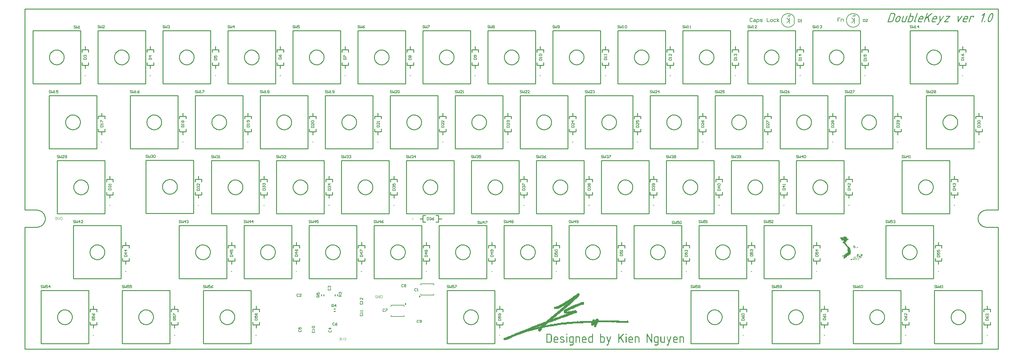
<source format=gto>
G04*
G04 #@! TF.GenerationSoftware,Altium Limited,Altium Designer,21.2.1 (34)*
G04*
G04 Layer_Color=65535*
%FSLAX25Y25*%
%MOIN*%
G70*
G04*
G04 #@! TF.SameCoordinates,E791EE2E-FBA0-4324-A9C2-BCC3054153F0*
G04*
G04*
G04 #@! TF.FilePolarity,Positive*
G04*
G01*
G75*
%ADD10C,0.01000*%
%ADD11C,0.00787*%
%ADD12C,0.00984*%
%ADD13C,0.00701*%
%ADD14C,0.00100*%
%ADD15C,0.00700*%
%ADD16C,0.00500*%
%ADD17C,0.00492*%
G36*
X694183Y17779D02*
X694294Y17723D01*
X694387Y17668D01*
X694479Y17575D01*
X694535Y17446D01*
X694553Y17260D01*
Y16742D01*
Y16724D01*
Y16668D01*
X694535Y16576D01*
X694479Y16483D01*
X694424Y16372D01*
X694331Y16298D01*
X694202Y16224D01*
X694016Y16205D01*
X693942D01*
X693850Y16242D01*
X693757Y16279D01*
X693665Y16335D01*
X693572Y16427D01*
X693517Y16557D01*
X693498Y16742D01*
Y17260D01*
Y17279D01*
Y17353D01*
X693535Y17427D01*
X693572Y17538D01*
X693628Y17631D01*
X693720Y17723D01*
X693850Y17779D01*
X694016Y17797D01*
X694109D01*
X694183Y17779D01*
D02*
G37*
G36*
X625770Y17779D02*
X625881Y17723D01*
X625974Y17668D01*
X626066Y17575D01*
X626122Y17445D01*
X626140Y17260D01*
Y16742D01*
Y16724D01*
Y16668D01*
X626122Y16576D01*
X626066Y16483D01*
X626011Y16372D01*
X625918Y16298D01*
X625788Y16224D01*
X625603Y16205D01*
X625529D01*
X625437Y16242D01*
X625344Y16279D01*
X625252Y16335D01*
X625159Y16427D01*
X625104Y16557D01*
X625085Y16742D01*
Y17260D01*
Y17279D01*
Y17353D01*
X625122Y17427D01*
X625159Y17538D01*
X625215Y17630D01*
X625307Y17723D01*
X625437Y17779D01*
X625603Y17797D01*
X625696D01*
X625770Y17779D01*
D02*
G37*
G36*
X620365Y14632D02*
X620495Y14613D01*
X620772Y14576D01*
X621087Y14502D01*
X621439Y14410D01*
X621809Y14262D01*
X622161Y14058D01*
X622179D01*
X622198Y14021D01*
X622309Y13929D01*
X622401Y13780D01*
X622420Y13688D01*
X622438Y13595D01*
Y13558D01*
X622420Y13466D01*
X622364Y13355D01*
X622272Y13225D01*
X622253Y13207D01*
X622179Y13151D01*
X622068Y13096D01*
X621920Y13077D01*
X621827D01*
X621753Y13096D01*
X621661Y13133D01*
X621624Y13151D01*
X621531Y13207D01*
X621383Y13281D01*
X621179Y13373D01*
X620939Y13447D01*
X620661Y13521D01*
X620384Y13577D01*
X620069Y13595D01*
X619939D01*
X619865Y13577D01*
X619662Y13558D01*
X619421Y13503D01*
X619162Y13410D01*
X618958Y13262D01*
X618884Y13170D01*
X618810Y13059D01*
X618773Y12947D01*
X618755Y12799D01*
Y12781D01*
Y12725D01*
X618773Y12633D01*
X618810Y12540D01*
X618866Y12411D01*
X618940Y12300D01*
X619032Y12189D01*
X619180Y12096D01*
X621920Y10782D01*
X621938D01*
X621957Y10763D01*
X622013Y10726D01*
X622086Y10689D01*
X622253Y10560D01*
X622457Y10393D01*
X622642Y10153D01*
X622808Y9875D01*
X622882Y9708D01*
X622938Y9523D01*
X622957Y9320D01*
X622975Y9116D01*
Y9097D01*
Y9079D01*
X622957Y8968D01*
X622938Y8783D01*
X622882Y8579D01*
X622790Y8338D01*
X622660Y8098D01*
X622475Y7876D01*
X622216Y7672D01*
X622179Y7654D01*
X622105Y7617D01*
X621957Y7543D01*
X621772Y7487D01*
X621531Y7413D01*
X621235Y7339D01*
X620920Y7302D01*
X620550Y7283D01*
X620402D01*
X620291Y7302D01*
X620161D01*
X620013Y7321D01*
X619662Y7357D01*
X619254Y7431D01*
X618829Y7524D01*
X618403Y7672D01*
X617996Y7857D01*
X617977D01*
X617959Y7894D01*
X617848Y7987D01*
X617755Y8135D01*
X617718Y8228D01*
X617700Y8338D01*
Y8357D01*
Y8376D01*
X617718Y8468D01*
X617755Y8579D01*
X617848Y8690D01*
X617885Y8709D01*
X617959Y8783D01*
X618088Y8838D01*
X618236Y8857D01*
X618292D01*
X618366Y8838D01*
X618440Y8820D01*
X618459D01*
X618477Y8801D01*
X618551Y8783D01*
X618625Y8746D01*
X618736Y8690D01*
X618847Y8653D01*
X619014Y8598D01*
X619180Y8524D01*
X619217D01*
X619310Y8487D01*
X619440Y8468D01*
X619625Y8431D01*
X619828Y8394D01*
X620069Y8376D01*
X620569Y8338D01*
X620698D01*
X620772Y8357D01*
X620994Y8376D01*
X621254Y8431D01*
X621494Y8524D01*
X621716Y8672D01*
X621790Y8764D01*
X621864Y8857D01*
X621901Y8986D01*
X621920Y9116D01*
Y9134D01*
Y9190D01*
X621901Y9283D01*
X621864Y9394D01*
X621809Y9505D01*
X621735Y9634D01*
X621624Y9745D01*
X621476Y9838D01*
X618773Y11134D01*
X618755D01*
X618736Y11152D01*
X618681Y11189D01*
X618607Y11226D01*
X618440Y11356D01*
X618236Y11541D01*
X618033Y11763D01*
X617866Y12059D01*
X617792Y12226D01*
X617755Y12392D01*
X617718Y12596D01*
X617700Y12799D01*
Y12818D01*
Y12836D01*
X617718Y12947D01*
X617737Y13114D01*
X617792Y13318D01*
X617885Y13558D01*
X618014Y13780D01*
X618199Y14003D01*
X618459Y14206D01*
X618496Y14225D01*
X618570Y14280D01*
X618718Y14354D01*
X618903Y14428D01*
X619143Y14502D01*
X619421Y14576D01*
X619717Y14632D01*
X620069Y14650D01*
X620272D01*
X620365Y14632D01*
D02*
G37*
G36*
X691018Y17779D02*
X691129Y17723D01*
X691221Y17668D01*
X691314Y17575D01*
X691369Y17446D01*
X691388Y17260D01*
Y17223D01*
X691369Y17149D01*
X691332Y17020D01*
X691240Y16909D01*
X688241Y13595D01*
X691314Y8061D01*
X691332Y8042D01*
X691351Y7987D01*
X691369Y7894D01*
X691388Y7802D01*
Y7765D01*
X691369Y7672D01*
X691314Y7561D01*
X691221Y7432D01*
X691184Y7413D01*
X691110Y7357D01*
X690999Y7302D01*
X690851Y7283D01*
X690796D01*
X690685Y7321D01*
X690592Y7357D01*
X690518Y7395D01*
X690444Y7469D01*
X690388Y7561D01*
X687482Y12762D01*
X686131Y11282D01*
Y7802D01*
Y7783D01*
Y7728D01*
X686113Y7635D01*
X686057Y7543D01*
X686002Y7450D01*
X685909Y7357D01*
X685779Y7302D01*
X685594Y7283D01*
X685520D01*
X685428Y7321D01*
X685335Y7357D01*
X685243Y7413D01*
X685150Y7506D01*
X685095Y7635D01*
X685076Y7802D01*
Y17260D01*
Y17279D01*
Y17353D01*
X685113Y17427D01*
X685150Y17538D01*
X685206Y17631D01*
X685298Y17723D01*
X685428Y17779D01*
X685594Y17797D01*
X685687D01*
X685761Y17779D01*
X685872Y17723D01*
X685964Y17668D01*
X686057Y17575D01*
X686113Y17446D01*
X686131Y17260D01*
Y12836D01*
X690462Y17612D01*
X690481Y17649D01*
X690574Y17705D01*
X690685Y17760D01*
X690851Y17797D01*
X690944D01*
X691018Y17779D01*
D02*
G37*
G36*
X723651D02*
X723762Y17723D01*
X723854Y17668D01*
X723947Y17575D01*
X724003Y17446D01*
X724021Y17260D01*
Y7802D01*
Y7783D01*
Y7728D01*
X724003Y7635D01*
X723947Y7543D01*
X723891Y7450D01*
X723799Y7357D01*
X723669Y7302D01*
X723484Y7283D01*
X723429D01*
X723373Y7302D01*
X723299Y7321D01*
X723151Y7395D01*
X723077Y7450D01*
X723022Y7543D01*
X718764Y15243D01*
Y7802D01*
Y7783D01*
Y7728D01*
X718746Y7635D01*
X718690Y7543D01*
X718635Y7450D01*
X718542Y7357D01*
X718413Y7302D01*
X718227Y7283D01*
X718153D01*
X718061Y7321D01*
X717968Y7357D01*
X717876Y7413D01*
X717783Y7506D01*
X717728Y7635D01*
X717709Y7802D01*
Y17260D01*
Y17279D01*
Y17353D01*
X717746Y17427D01*
X717783Y17538D01*
X717839Y17631D01*
X717931Y17723D01*
X718061Y17779D01*
X718227Y17797D01*
X718283D01*
X718338Y17779D01*
X718413Y17760D01*
X718487Y17723D01*
X718579Y17668D01*
X718653Y17594D01*
X718727Y17482D01*
X722966Y9838D01*
Y17260D01*
Y17279D01*
Y17353D01*
X723003Y17427D01*
X723040Y17538D01*
X723096Y17631D01*
X723188Y17723D01*
X723318Y17779D01*
X723484Y17797D01*
X723577D01*
X723651Y17779D01*
D02*
G37*
G36*
X745752Y14632D02*
X745863Y14576D01*
X745955Y14521D01*
X746048Y14428D01*
X746103Y14299D01*
X746122Y14114D01*
Y14095D01*
Y14058D01*
X746085Y13947D01*
X742938Y4488D01*
Y4470D01*
X742920Y4433D01*
X742827Y4303D01*
X742753Y4229D01*
X742679Y4174D01*
X742568Y4137D01*
X742439Y4118D01*
X741291D01*
X741198Y4155D01*
X741106Y4192D01*
X741013Y4248D01*
X740921Y4340D01*
X740865Y4470D01*
X740847Y4655D01*
Y4674D01*
Y4729D01*
X740865Y4803D01*
X740902Y4877D01*
X740958Y4970D01*
X741032Y5062D01*
X741143Y5118D01*
X741291Y5173D01*
X742050D01*
X742920Y7802D01*
X740884Y13947D01*
Y13966D01*
X740865Y14003D01*
X740847Y14114D01*
Y14132D01*
Y14206D01*
X740884Y14280D01*
X740921Y14391D01*
X740976Y14484D01*
X741069Y14576D01*
X741198Y14632D01*
X741384Y14650D01*
X741439D01*
X741513Y14632D01*
X741587Y14613D01*
X741661Y14558D01*
X741754Y14502D01*
X741828Y14410D01*
X741883Y14280D01*
X743475Y9468D01*
X745085Y14280D01*
Y14299D01*
X745104Y14336D01*
X745196Y14465D01*
X745252Y14539D01*
X745345Y14595D01*
X745456Y14632D01*
X745585Y14650D01*
X745678D01*
X745752Y14632D01*
D02*
G37*
G36*
X676284Y14632D02*
X676395Y14576D01*
X676487Y14521D01*
X676580Y14428D01*
X676636Y14299D01*
X676654Y14114D01*
Y14095D01*
Y14058D01*
X676617Y13947D01*
X673470Y4488D01*
Y4470D01*
X673452Y4433D01*
X673359Y4303D01*
X673285Y4229D01*
X673211Y4174D01*
X673100Y4137D01*
X672970Y4118D01*
X671823D01*
X671730Y4155D01*
X671638Y4192D01*
X671545Y4248D01*
X671453Y4340D01*
X671397Y4470D01*
X671379Y4655D01*
Y4674D01*
Y4729D01*
X671397Y4803D01*
X671434Y4877D01*
X671490Y4970D01*
X671564Y5062D01*
X671675Y5118D01*
X671823Y5173D01*
X672582D01*
X673452Y7802D01*
X671416Y13947D01*
Y13966D01*
X671397Y14003D01*
X671379Y14114D01*
Y14132D01*
Y14206D01*
X671416Y14280D01*
X671453Y14391D01*
X671508Y14484D01*
X671601Y14576D01*
X671730Y14632D01*
X671915Y14650D01*
X671971D01*
X672045Y14632D01*
X672119Y14613D01*
X672193Y14558D01*
X672286Y14502D01*
X672360Y14410D01*
X672415Y14280D01*
X674007Y9468D01*
X675617Y14280D01*
Y14299D01*
X675636Y14336D01*
X675729Y14465D01*
X675784Y14539D01*
X675877Y14595D01*
X675988Y14632D01*
X676117Y14650D01*
X676210D01*
X676284Y14632D01*
D02*
G37*
G36*
X738385Y14632D02*
X738496Y14576D01*
X738588Y14521D01*
X738681Y14428D01*
X738736Y14299D01*
X738755Y14114D01*
Y7802D01*
Y7783D01*
Y7728D01*
X738736Y7635D01*
X738681Y7543D01*
X738625Y7450D01*
X738533Y7357D01*
X738403Y7302D01*
X738218Y7283D01*
X735553D01*
X735442Y7302D01*
X735275Y7321D01*
X735072Y7357D01*
X734831Y7432D01*
X734590Y7543D01*
X734331Y7672D01*
X734091Y7876D01*
X734072Y7913D01*
X733998Y7987D01*
X733905Y8116D01*
X733794Y8302D01*
X733683Y8505D01*
X733591Y8764D01*
X733517Y9060D01*
X733498Y9375D01*
Y14114D01*
Y14132D01*
Y14206D01*
X733535Y14280D01*
X733572Y14391D01*
X733628Y14484D01*
X733720Y14576D01*
X733850Y14632D01*
X734017Y14650D01*
X734109D01*
X734183Y14632D01*
X734294Y14576D01*
X734387Y14521D01*
X734479Y14428D01*
X734535Y14299D01*
X734553Y14114D01*
Y9375D01*
Y9357D01*
Y9301D01*
X734572Y9227D01*
X734590Y9116D01*
X734627Y9005D01*
X734683Y8875D01*
X734757Y8764D01*
X734849Y8635D01*
X734868Y8616D01*
X734905Y8598D01*
X734979Y8542D01*
X735053Y8487D01*
X735164Y8431D01*
X735294Y8394D01*
X735442Y8357D01*
X735590Y8338D01*
X737700D01*
Y14114D01*
Y14132D01*
Y14206D01*
X737737Y14280D01*
X737774Y14391D01*
X737830Y14484D01*
X737922Y14576D01*
X738052Y14632D01*
X738218Y14650D01*
X738311D01*
X738385Y14632D01*
D02*
G37*
G36*
X759060Y14614D02*
X759264Y14576D01*
X759505Y14502D01*
X759745Y14391D01*
X760005Y14243D01*
X760245Y14040D01*
X760264Y14021D01*
X760338Y13929D01*
X760430Y13799D01*
X760560Y13632D01*
X760671Y13410D01*
X760763Y13151D01*
X760838Y12855D01*
X760856Y12540D01*
Y7802D01*
Y7783D01*
Y7728D01*
X760838Y7635D01*
X760782Y7543D01*
X760726Y7450D01*
X760634Y7357D01*
X760504Y7302D01*
X760319Y7283D01*
X760245D01*
X760153Y7321D01*
X760060Y7357D01*
X759968Y7413D01*
X759875Y7506D01*
X759819Y7635D01*
X759801Y7802D01*
Y12540D01*
Y12559D01*
Y12614D01*
X759782Y12688D01*
X759764Y12799D01*
X759727Y12911D01*
X759671Y13040D01*
X759597Y13170D01*
X759486Y13281D01*
X759468Y13299D01*
X759431Y13336D01*
X759375Y13373D01*
X759283Y13447D01*
X759172Y13503D01*
X759042Y13540D01*
X758912Y13577D01*
X758746Y13595D01*
X756654D01*
Y7802D01*
Y7783D01*
Y7728D01*
X756636Y7635D01*
X756580Y7543D01*
X756525Y7450D01*
X756432Y7357D01*
X756302Y7302D01*
X756117Y7283D01*
X756043D01*
X755951Y7321D01*
X755858Y7357D01*
X755766Y7413D01*
X755673Y7506D01*
X755618Y7635D01*
X755599Y7802D01*
Y14114D01*
Y14132D01*
Y14206D01*
X755636Y14280D01*
X755673Y14391D01*
X755729Y14484D01*
X755821Y14576D01*
X755951Y14632D01*
X756117Y14650D01*
X758894D01*
X759060Y14614D01*
D02*
G37*
G36*
X751046Y14632D02*
X751249Y14614D01*
X751508Y14558D01*
X751805Y14465D01*
X752119Y14317D01*
X752434Y14132D01*
X752730Y13873D01*
X752767Y13836D01*
X752841Y13744D01*
X752971Y13577D01*
X753119Y13355D01*
X753248Y13077D01*
X753378Y12762D01*
X753452Y12411D01*
X753489Y12004D01*
Y10430D01*
X749287D01*
Y9375D01*
Y9357D01*
Y9301D01*
X749306Y9227D01*
X749324Y9116D01*
X749361Y9005D01*
X749417Y8875D01*
X749491Y8764D01*
X749583Y8635D01*
X749602Y8616D01*
X749639Y8598D01*
X749713Y8542D01*
X749787Y8487D01*
X749898Y8431D01*
X750028Y8394D01*
X750176Y8357D01*
X750324Y8339D01*
X753045D01*
X753119Y8320D01*
X753230Y8264D01*
X753322Y8209D01*
X753415Y8116D01*
X753471Y7987D01*
X753489Y7802D01*
Y7783D01*
Y7728D01*
X753471Y7635D01*
X753415Y7543D01*
X753359Y7450D01*
X753267Y7357D01*
X753137Y7302D01*
X752952Y7283D01*
X750287D01*
X750176Y7302D01*
X750009Y7321D01*
X749805Y7357D01*
X749583Y7432D01*
X749324Y7543D01*
X749084Y7672D01*
X748843Y7876D01*
X748825Y7913D01*
X748750Y7987D01*
X748658Y8116D01*
X748547Y8302D01*
X748417Y8505D01*
X748325Y8764D01*
X748251Y9060D01*
X748232Y9375D01*
Y12004D01*
Y12022D01*
Y12059D01*
Y12115D01*
X748251Y12189D01*
X748269Y12392D01*
X748325Y12651D01*
X748417Y12948D01*
X748547Y13262D01*
X748732Y13577D01*
X748991Y13873D01*
X749028Y13910D01*
X749139Y14003D01*
X749287Y14114D01*
X749509Y14262D01*
X749787Y14410D01*
X750102Y14521D01*
X750472Y14614D01*
X750861Y14650D01*
X750972D01*
X751046Y14632D01*
D02*
G37*
G36*
X707492Y14613D02*
X707695Y14576D01*
X707936Y14502D01*
X708177Y14391D01*
X708436Y14243D01*
X708676Y14040D01*
X708695Y14021D01*
X708769Y13929D01*
X708861Y13799D01*
X708991Y13632D01*
X709102Y13410D01*
X709195Y13151D01*
X709269Y12855D01*
X709287Y12540D01*
Y7802D01*
Y7783D01*
Y7728D01*
X709269Y7635D01*
X709213Y7543D01*
X709158Y7450D01*
X709065Y7357D01*
X708935Y7302D01*
X708750Y7283D01*
X708676D01*
X708584Y7321D01*
X708491Y7357D01*
X708399Y7413D01*
X708306Y7506D01*
X708251Y7635D01*
X708232Y7802D01*
Y12540D01*
Y12559D01*
Y12614D01*
X708214Y12688D01*
X708195Y12799D01*
X708158Y12911D01*
X708103Y13040D01*
X708028Y13170D01*
X707917Y13281D01*
X707899Y13299D01*
X707862Y13336D01*
X707806Y13373D01*
X707714Y13447D01*
X707603Y13503D01*
X707473Y13540D01*
X707344Y13577D01*
X707177Y13595D01*
X705085D01*
Y7802D01*
Y7783D01*
Y7728D01*
X705067Y7635D01*
X705011Y7543D01*
X704956Y7450D01*
X704863Y7357D01*
X704734Y7302D01*
X704549Y7283D01*
X704474D01*
X704382Y7321D01*
X704289Y7357D01*
X704197Y7413D01*
X704104Y7506D01*
X704049Y7635D01*
X704030Y7802D01*
Y14114D01*
Y14132D01*
Y14206D01*
X704067Y14280D01*
X704104Y14391D01*
X704160Y14484D01*
X704252Y14576D01*
X704382Y14632D01*
X704549Y14650D01*
X707325D01*
X707492Y14613D01*
D02*
G37*
G36*
X699477Y14632D02*
X699680Y14613D01*
X699940Y14558D01*
X700236Y14465D01*
X700550Y14317D01*
X700865Y14132D01*
X701161Y13873D01*
X701198Y13836D01*
X701272Y13744D01*
X701402Y13577D01*
X701550Y13355D01*
X701680Y13077D01*
X701809Y12762D01*
X701883Y12411D01*
X701920Y12004D01*
Y10430D01*
X697718D01*
Y9375D01*
Y9357D01*
Y9301D01*
X697737Y9227D01*
X697755Y9116D01*
X697792Y9005D01*
X697848Y8875D01*
X697922Y8764D01*
X698014Y8635D01*
X698033Y8616D01*
X698070Y8598D01*
X698144Y8542D01*
X698218Y8487D01*
X698329Y8431D01*
X698459Y8394D01*
X698607Y8357D01*
X698755Y8338D01*
X701476D01*
X701550Y8320D01*
X701661Y8264D01*
X701754Y8209D01*
X701846Y8116D01*
X701902Y7987D01*
X701920Y7802D01*
Y7783D01*
Y7728D01*
X701902Y7635D01*
X701846Y7543D01*
X701791Y7450D01*
X701698Y7357D01*
X701569Y7302D01*
X701383Y7283D01*
X698718D01*
X698607Y7302D01*
X698440Y7321D01*
X698237Y7357D01*
X698014Y7432D01*
X697755Y7543D01*
X697515Y7672D01*
X697274Y7876D01*
X697256Y7913D01*
X697182Y7987D01*
X697089Y8116D01*
X696978Y8302D01*
X696848Y8505D01*
X696756Y8764D01*
X696682Y9060D01*
X696663Y9375D01*
Y12004D01*
Y12022D01*
Y12059D01*
Y12115D01*
X696682Y12189D01*
X696700Y12392D01*
X696756Y12651D01*
X696848Y12947D01*
X696978Y13262D01*
X697163Y13577D01*
X697422Y13873D01*
X697459Y13910D01*
X697570Y14003D01*
X697718Y14114D01*
X697940Y14262D01*
X698218Y14410D01*
X698533Y14521D01*
X698903Y14613D01*
X699292Y14650D01*
X699403D01*
X699477Y14632D01*
D02*
G37*
G36*
X694183Y14613D02*
X694294Y14576D01*
X694387Y14502D01*
X694479Y14410D01*
X694535Y14280D01*
X694553Y14114D01*
Y7802D01*
Y7783D01*
Y7728D01*
X694535Y7635D01*
X694479Y7543D01*
X694424Y7450D01*
X694331Y7357D01*
X694202Y7302D01*
X694016Y7283D01*
X693942D01*
X693850Y7321D01*
X693757Y7357D01*
X693665Y7413D01*
X693572Y7506D01*
X693517Y7635D01*
X693498Y7802D01*
Y14114D01*
Y14132D01*
Y14188D01*
X693535Y14280D01*
X693572Y14373D01*
X693628Y14465D01*
X693720Y14558D01*
X693850Y14613D01*
X694016Y14632D01*
X694109D01*
X694183Y14613D01*
D02*
G37*
G36*
X664715Y17779D02*
X664826Y17723D01*
X664919Y17668D01*
X665011Y17575D01*
X665067Y17446D01*
X665085Y17260D01*
Y14650D01*
X667288D01*
X667381Y14632D01*
X667603Y14595D01*
X667862Y14521D01*
X668158Y14391D01*
X668306Y14317D01*
X668454Y14206D01*
X668602Y14077D01*
X668750Y13947D01*
X668880Y13780D01*
X668991Y13595D01*
X669009Y13577D01*
X669046Y13503D01*
X669083Y13410D01*
X669139Y13281D01*
X669195Y13133D01*
X669250Y12947D01*
X669269Y12744D01*
X669287Y12540D01*
Y9375D01*
Y9357D01*
Y9338D01*
Y9227D01*
X669250Y9060D01*
X669213Y8857D01*
X669139Y8616D01*
X669028Y8376D01*
X668880Y8116D01*
X668676Y7876D01*
X668658Y7857D01*
X668565Y7783D01*
X668436Y7691D01*
X668269Y7580D01*
X668047Y7469D01*
X667788Y7376D01*
X667492Y7302D01*
X667177Y7283D01*
X664474D01*
X664382Y7321D01*
X664289Y7357D01*
X664197Y7413D01*
X664104Y7506D01*
X664049Y7635D01*
X664030Y7802D01*
Y17260D01*
Y17279D01*
Y17353D01*
X664067Y17427D01*
X664104Y17538D01*
X664160Y17631D01*
X664252Y17723D01*
X664382Y17779D01*
X664548Y17797D01*
X664641D01*
X664715Y17779D01*
D02*
G37*
G36*
X655238D02*
X655349Y17723D01*
X655442Y17668D01*
X655534Y17575D01*
X655590Y17446D01*
X655608Y17260D01*
Y7802D01*
Y7783D01*
Y7728D01*
X655590Y7635D01*
X655534Y7543D01*
X655479Y7450D01*
X655386Y7357D01*
X655256Y7302D01*
X655071Y7283D01*
X652406D01*
X652295Y7302D01*
X652128Y7321D01*
X651925Y7357D01*
X651684Y7432D01*
X651443Y7543D01*
X651184Y7672D01*
X650944Y7876D01*
X650925Y7913D01*
X650851Y7987D01*
X650759Y8116D01*
X650647Y8302D01*
X650536Y8505D01*
X650444Y8764D01*
X650370Y9060D01*
X650351Y9375D01*
Y12540D01*
Y12559D01*
Y12633D01*
X650370Y12744D01*
X650388Y12892D01*
X650425Y13059D01*
X650462Y13225D01*
X650536Y13410D01*
X650629Y13595D01*
Y13614D01*
X650666Y13632D01*
X650684Y13688D01*
X650740Y13762D01*
X650888Y13929D01*
X651073Y14132D01*
X651332Y14317D01*
X651647Y14484D01*
X651814Y14558D01*
X652017Y14613D01*
X652221Y14632D01*
X652443Y14650D01*
X654553D01*
Y17260D01*
Y17279D01*
Y17353D01*
X654590Y17427D01*
X654627Y17538D01*
X654683Y17631D01*
X654775Y17723D01*
X654905Y17779D01*
X655071Y17797D01*
X655164D01*
X655238Y17779D01*
D02*
G37*
G36*
X645798Y14632D02*
X646001Y14613D01*
X646261Y14558D01*
X646557Y14465D01*
X646871Y14317D01*
X647186Y14132D01*
X647482Y13873D01*
X647519Y13836D01*
X647593Y13744D01*
X647723Y13577D01*
X647871Y13355D01*
X648000Y13077D01*
X648130Y12762D01*
X648204Y12411D01*
X648241Y12004D01*
Y10430D01*
X644039D01*
Y9375D01*
Y9357D01*
Y9301D01*
X644058Y9227D01*
X644076Y9116D01*
X644113Y9005D01*
X644169Y8875D01*
X644243Y8764D01*
X644336Y8635D01*
X644354Y8616D01*
X644391Y8598D01*
X644465Y8542D01*
X644539Y8487D01*
X644650Y8431D01*
X644780Y8394D01*
X644928Y8357D01*
X645076Y8338D01*
X647797D01*
X647871Y8320D01*
X647982Y8264D01*
X648075Y8209D01*
X648167Y8116D01*
X648223Y7987D01*
X648241Y7802D01*
Y7783D01*
Y7728D01*
X648223Y7635D01*
X648167Y7543D01*
X648112Y7450D01*
X648019Y7357D01*
X647890Y7302D01*
X647704Y7283D01*
X645039D01*
X644928Y7302D01*
X644761Y7321D01*
X644558Y7357D01*
X644336Y7432D01*
X644076Y7543D01*
X643836Y7672D01*
X643595Y7876D01*
X643577Y7913D01*
X643503Y7987D01*
X643410Y8116D01*
X643299Y8302D01*
X643169Y8505D01*
X643077Y8764D01*
X643003Y9060D01*
X642984Y9375D01*
Y12004D01*
Y12022D01*
Y12059D01*
Y12115D01*
X643003Y12189D01*
X643021Y12392D01*
X643077Y12651D01*
X643169Y12947D01*
X643299Y13262D01*
X643484Y13577D01*
X643743Y13873D01*
X643780Y13910D01*
X643891Y14003D01*
X644039Y14114D01*
X644262Y14262D01*
X644539Y14410D01*
X644854Y14521D01*
X645224Y14613D01*
X645613Y14650D01*
X645724D01*
X645798Y14632D01*
D02*
G37*
G36*
X639079Y14613D02*
X639282Y14576D01*
X639523Y14502D01*
X639764Y14391D01*
X640023Y14243D01*
X640263Y14040D01*
X640282Y14021D01*
X640356Y13929D01*
X640448Y13799D01*
X640578Y13632D01*
X640689Y13410D01*
X640782Y13151D01*
X640856Y12855D01*
X640874Y12540D01*
Y7802D01*
Y7783D01*
Y7728D01*
X640856Y7635D01*
X640800Y7543D01*
X640745Y7450D01*
X640652Y7357D01*
X640522Y7302D01*
X640337Y7283D01*
X640263D01*
X640171Y7321D01*
X640078Y7357D01*
X639986Y7413D01*
X639893Y7506D01*
X639838Y7635D01*
X639819Y7802D01*
Y12540D01*
Y12559D01*
Y12614D01*
X639801Y12688D01*
X639782Y12799D01*
X639745Y12911D01*
X639689Y13040D01*
X639615Y13170D01*
X639504Y13281D01*
X639486Y13299D01*
X639449Y13336D01*
X639393Y13373D01*
X639301Y13447D01*
X639190Y13503D01*
X639060Y13540D01*
X638931Y13577D01*
X638764Y13595D01*
X636672D01*
Y7802D01*
Y7783D01*
Y7728D01*
X636654Y7635D01*
X636598Y7543D01*
X636543Y7450D01*
X636450Y7357D01*
X636321Y7302D01*
X636136Y7283D01*
X636062D01*
X635969Y7321D01*
X635877Y7357D01*
X635784Y7413D01*
X635691Y7506D01*
X635636Y7635D01*
X635617Y7802D01*
Y14114D01*
Y14132D01*
Y14206D01*
X635654Y14280D01*
X635691Y14391D01*
X635747Y14484D01*
X635840Y14576D01*
X635969Y14632D01*
X636136Y14650D01*
X638912D01*
X639079Y14613D01*
D02*
G37*
G36*
X625770Y14613D02*
X625881Y14576D01*
X625974Y14502D01*
X626066Y14410D01*
X626122Y14280D01*
X626140Y14114D01*
Y7802D01*
Y7783D01*
Y7728D01*
X626122Y7635D01*
X626066Y7543D01*
X626011Y7450D01*
X625918Y7357D01*
X625788Y7302D01*
X625603Y7283D01*
X625529D01*
X625437Y7321D01*
X625344Y7357D01*
X625252Y7413D01*
X625159Y7506D01*
X625104Y7635D01*
X625085Y7802D01*
Y14114D01*
Y14132D01*
Y14188D01*
X625122Y14280D01*
X625159Y14373D01*
X625215Y14465D01*
X625307Y14558D01*
X625437Y14613D01*
X625603Y14632D01*
X625696D01*
X625770Y14613D01*
D02*
G37*
G36*
X613165Y14632D02*
X613368Y14613D01*
X613627Y14558D01*
X613924Y14465D01*
X614238Y14317D01*
X614553Y14132D01*
X614849Y13873D01*
X614886Y13836D01*
X614960Y13744D01*
X615090Y13577D01*
X615238Y13355D01*
X615367Y13077D01*
X615497Y12762D01*
X615571Y12411D01*
X615608Y12004D01*
Y10430D01*
X611406D01*
Y9375D01*
Y9357D01*
Y9301D01*
X611425Y9227D01*
X611443Y9116D01*
X611480Y9005D01*
X611536Y8875D01*
X611610Y8764D01*
X611702Y8635D01*
X611721Y8616D01*
X611758Y8598D01*
X611832Y8542D01*
X611906Y8487D01*
X612017Y8431D01*
X612147Y8394D01*
X612295Y8357D01*
X612443Y8338D01*
X615164D01*
X615238Y8320D01*
X615349Y8264D01*
X615441Y8209D01*
X615534Y8116D01*
X615590Y7987D01*
X615608Y7802D01*
Y7783D01*
Y7728D01*
X615590Y7635D01*
X615534Y7543D01*
X615478Y7450D01*
X615386Y7357D01*
X615256Y7302D01*
X615071Y7283D01*
X612406D01*
X612295Y7302D01*
X612128Y7321D01*
X611925Y7357D01*
X611702Y7431D01*
X611443Y7543D01*
X611203Y7672D01*
X610962Y7876D01*
X610944Y7913D01*
X610870Y7987D01*
X610777Y8116D01*
X610666Y8302D01*
X610536Y8505D01*
X610444Y8764D01*
X610370Y9060D01*
X610351Y9375D01*
Y12004D01*
Y12022D01*
Y12059D01*
Y12115D01*
X610370Y12189D01*
X610388Y12392D01*
X610444Y12651D01*
X610536Y12947D01*
X610666Y13262D01*
X610851Y13577D01*
X611110Y13873D01*
X611147Y13910D01*
X611258Y14003D01*
X611406Y14114D01*
X611628Y14262D01*
X611906Y14410D01*
X612221Y14521D01*
X612591Y14613D01*
X612980Y14650D01*
X613091D01*
X613165Y14632D01*
D02*
G37*
G36*
X605779Y17797D02*
X605983Y17779D01*
X606242Y17723D01*
X606538Y17630D01*
X606853Y17482D01*
X607167Y17297D01*
X607464Y17038D01*
X607501Y17001D01*
X607593Y16909D01*
X607704Y16742D01*
X607852Y16520D01*
X608000Y16242D01*
X608111Y15928D01*
X608204Y15576D01*
X608241Y15169D01*
Y9912D01*
Y9893D01*
Y9856D01*
Y9801D01*
X608222Y9727D01*
X608204Y9523D01*
X608148Y9264D01*
X608056Y8968D01*
X607908Y8672D01*
X607723Y8338D01*
X607464Y8042D01*
X607427Y8005D01*
X607334Y7931D01*
X607167Y7802D01*
X606945Y7672D01*
X606668Y7524D01*
X606353Y7395D01*
X605983Y7321D01*
X605594Y7283D01*
X602373D01*
X602281Y7321D01*
X602188Y7357D01*
X602096Y7413D01*
X602003Y7506D01*
X601948Y7635D01*
X601929Y7802D01*
Y17279D01*
Y17297D01*
Y17371D01*
X601966Y17445D01*
X602003Y17557D01*
X602059Y17649D01*
X602151Y17742D01*
X602281Y17797D01*
X602447Y17816D01*
X605705D01*
X605779Y17797D01*
D02*
G37*
G36*
X731018Y14632D02*
X731129Y14576D01*
X731221Y14521D01*
X731314Y14428D01*
X731370Y14299D01*
X731388Y14114D01*
Y6228D01*
Y6210D01*
Y6191D01*
Y6080D01*
X731351Y5914D01*
X731314Y5710D01*
X731240Y5469D01*
X731129Y5229D01*
X730981Y4970D01*
X730777Y4729D01*
X730759Y4711D01*
X730666Y4637D01*
X730537Y4544D01*
X730370Y4433D01*
X730148Y4303D01*
X729889Y4211D01*
X729593Y4137D01*
X729278Y4118D01*
X727112D01*
X727020Y4155D01*
X726927Y4192D01*
X726816Y4248D01*
X726742Y4340D01*
X726668Y4470D01*
X726650Y4655D01*
Y4674D01*
Y4729D01*
X726686Y4822D01*
X726723Y4914D01*
X726779Y5007D01*
X726872Y5099D01*
X727001Y5155D01*
X727186Y5173D01*
X729352D01*
X729426Y5192D01*
X729537Y5210D01*
X729648Y5247D01*
X729778Y5303D01*
X729889Y5377D01*
X730018Y5488D01*
X730037Y5506D01*
X730074Y5544D01*
X730111Y5618D01*
X730185Y5692D01*
X730240Y5803D01*
X730277Y5932D01*
X730314Y6080D01*
X730333Y6228D01*
Y7283D01*
X728112D01*
X728019Y7302D01*
X727797Y7339D01*
X727538Y7413D01*
X727242Y7543D01*
X726946Y7728D01*
X726798Y7839D01*
X726650Y7987D01*
X726520Y8135D01*
X726409Y8320D01*
X726390Y8338D01*
X726372Y8413D01*
X726316Y8505D01*
X726279Y8635D01*
X726224Y8783D01*
X726168Y8968D01*
X726150Y9172D01*
X726131Y9375D01*
Y12540D01*
Y12559D01*
Y12577D01*
X726150Y12688D01*
X726168Y12855D01*
X726205Y13059D01*
X726279Y13299D01*
X726390Y13540D01*
X726520Y13799D01*
X726723Y14040D01*
X726761Y14058D01*
X726835Y14132D01*
X726964Y14225D01*
X727149Y14354D01*
X727353Y14465D01*
X727612Y14558D01*
X727908Y14632D01*
X728223Y14650D01*
X730944D01*
X731018Y14632D01*
D02*
G37*
G36*
X633137Y14632D02*
X633248Y14576D01*
X633341Y14521D01*
X633433Y14428D01*
X633489Y14299D01*
X633507Y14114D01*
Y6228D01*
Y6210D01*
Y6191D01*
Y6080D01*
X633470Y5914D01*
X633433Y5710D01*
X633359Y5469D01*
X633248Y5229D01*
X633100Y4970D01*
X632896Y4729D01*
X632878Y4711D01*
X632785Y4637D01*
X632656Y4544D01*
X632489Y4433D01*
X632267Y4303D01*
X632008Y4211D01*
X631712Y4137D01*
X631397Y4118D01*
X629231Y4118D01*
X629139Y4155D01*
X629046Y4192D01*
X628935Y4248D01*
X628861Y4340D01*
X628787Y4470D01*
X628769Y4655D01*
Y4674D01*
Y4729D01*
X628806Y4822D01*
X628843Y4914D01*
X628898Y5007D01*
X628991Y5099D01*
X629120Y5155D01*
X629305Y5173D01*
X631471Y5173D01*
X631545Y5192D01*
X631656Y5210D01*
X631767Y5247D01*
X631897Y5303D01*
X632008Y5377D01*
X632137Y5488D01*
X632156Y5506D01*
X632193Y5544D01*
X632230Y5618D01*
X632304Y5692D01*
X632360Y5803D01*
X632397Y5932D01*
X632434Y6080D01*
X632452Y6228D01*
Y7283D01*
X630231Y7283D01*
X630138Y7302D01*
X629916Y7339D01*
X629657Y7413D01*
X629361Y7543D01*
X629065Y7728D01*
X628917Y7839D01*
X628769Y7987D01*
X628639Y8135D01*
X628528Y8320D01*
X628510Y8338D01*
X628491Y8413D01*
X628436Y8505D01*
X628398Y8635D01*
X628343Y8783D01*
X628287Y8968D01*
X628269Y9172D01*
X628250Y9375D01*
Y12540D01*
Y12559D01*
Y12577D01*
X628269Y12688D01*
X628287Y12855D01*
X628324Y13059D01*
X628398Y13299D01*
X628510Y13540D01*
X628639Y13799D01*
X628843Y14040D01*
X628880Y14058D01*
X628954Y14132D01*
X629083Y14225D01*
X629268Y14354D01*
X629472Y14465D01*
X629731Y14558D01*
X630027Y14632D01*
X630342Y14650D01*
X633063Y14650D01*
X633137Y14632D01*
D02*
G37*
G36*
X1047118Y387897D02*
X1047192Y387841D01*
X1047266Y387786D01*
X1047321Y387693D01*
X1047340Y387564D01*
X1047303Y387379D01*
X1047284Y387341D01*
X1047247Y387267D01*
X1047155Y387138D01*
X1047044Y387027D01*
X1042916Y383714D01*
X1044101Y378179D01*
Y378161D01*
X1044119Y378105D01*
X1044101Y378012D01*
X1044082Y377920D01*
X1044063Y377883D01*
X1044026Y377790D01*
X1043934Y377679D01*
X1043804Y377550D01*
X1043786D01*
X1043767Y377531D01*
X1043675Y377476D01*
X1043527Y377420D01*
X1043379Y377402D01*
X1043323D01*
X1043212Y377439D01*
X1043157Y377476D01*
X1043083Y377513D01*
X1043046Y377587D01*
X1043009Y377679D01*
X1041879Y382880D01*
X1040010Y381400D01*
X1038825Y377920D01*
Y377901D01*
X1038788Y377846D01*
X1038751Y377753D01*
X1038677Y377661D01*
X1038585Y377568D01*
X1038455Y377476D01*
X1038307Y377420D01*
X1038122Y377402D01*
X1038048D01*
X1037974Y377439D01*
X1037881Y377476D01*
X1037807Y377531D01*
X1037752Y377624D01*
X1037733Y377753D01*
X1037770Y377920D01*
X1040991Y387379D01*
X1041009Y387397D01*
X1041028Y387471D01*
X1041083Y387545D01*
X1041158Y387656D01*
X1041250Y387749D01*
X1041361Y387841D01*
X1041509Y387897D01*
X1041694Y387915D01*
X1041768D01*
X1041861Y387897D01*
X1041935Y387841D01*
X1042009Y387786D01*
X1042064Y387693D01*
X1042083Y387564D01*
X1042046Y387379D01*
X1040547Y382955D01*
X1046507Y387730D01*
X1046525D01*
X1046544Y387767D01*
X1046636Y387823D01*
X1046784Y387878D01*
X1046951Y387915D01*
X1047025D01*
X1047118Y387897D01*
D02*
G37*
G36*
X1095503Y384750D02*
X1095595Y384695D01*
X1095669Y384639D01*
X1095725Y384546D01*
X1095743Y384417D01*
X1095706Y384232D01*
X1095336Y383177D01*
Y383158D01*
X1095299Y383103D01*
X1095262Y383010D01*
X1095188Y382918D01*
X1095096Y382825D01*
X1094966Y382733D01*
X1094818Y382677D01*
X1094633Y382658D01*
X1094559D01*
X1094485Y382695D01*
X1094392Y382733D01*
X1094318Y382788D01*
X1094263Y382880D01*
X1094244Y383010D01*
X1094281Y383177D01*
X1094466Y383714D01*
X1092356D01*
X1090394Y377920D01*
Y377901D01*
X1090357Y377846D01*
X1090320Y377753D01*
X1090246Y377661D01*
X1090153Y377568D01*
X1090024Y377476D01*
X1089876Y377420D01*
X1089691Y377402D01*
X1089617D01*
X1089543Y377439D01*
X1089450Y377476D01*
X1089376Y377531D01*
X1089320Y377624D01*
X1089302Y377753D01*
X1089339Y377920D01*
X1091486Y384232D01*
X1091505Y384250D01*
X1091523Y384324D01*
X1091579Y384398D01*
X1091653Y384509D01*
X1091745Y384602D01*
X1091856Y384695D01*
X1092004Y384750D01*
X1092190Y384769D01*
X1095429D01*
X1095503Y384750D01*
D02*
G37*
G36*
X1081824D02*
X1081898Y384713D01*
X1081972Y384639D01*
X1082028Y384546D01*
X1082046Y384417D01*
X1082009Y384250D01*
Y384232D01*
X1081991Y384195D01*
X1081972Y384139D01*
X1081917Y384065D01*
X1077733Y377827D01*
X1077715Y377809D01*
X1077678Y377753D01*
X1077622Y377698D01*
X1077530Y377624D01*
X1077437Y377531D01*
X1077326Y377476D01*
X1077196Y377420D01*
X1077048Y377402D01*
X1076993D01*
X1076937Y377420D01*
X1076863Y377457D01*
X1076789Y377513D01*
X1076734Y377587D01*
X1076697Y377679D01*
X1076678Y377827D01*
X1076734Y384065D01*
Y384084D01*
Y384121D01*
X1076752Y384250D01*
Y384269D01*
X1076771Y384287D01*
X1076808Y384380D01*
X1076900Y384491D01*
X1077030Y384602D01*
X1077048D01*
X1077067Y384620D01*
X1077159Y384695D01*
X1077289Y384750D01*
X1077456Y384769D01*
X1077511D01*
X1077659Y384732D01*
X1077715Y384676D01*
X1077789Y384620D01*
X1077826Y384528D01*
X1077844Y384398D01*
X1077807Y379586D01*
X1081028Y384398D01*
X1081046Y384417D01*
X1081065Y384454D01*
X1081121Y384509D01*
X1081195Y384583D01*
X1081398Y384713D01*
X1081528Y384750D01*
X1081657Y384769D01*
X1081731D01*
X1081824Y384750D01*
D02*
G37*
G36*
X1060778Y384750D02*
X1060852Y384695D01*
X1060926Y384639D01*
X1060982Y384546D01*
X1061000Y384417D01*
X1060963Y384232D01*
Y384213D01*
X1060945Y384176D01*
X1060926Y384139D01*
X1060871Y384065D01*
X1054503Y374607D01*
X1054485Y374588D01*
X1054466Y374551D01*
X1054411Y374496D01*
X1054337Y374422D01*
X1054152Y374292D01*
X1054022Y374255D01*
X1053892Y374236D01*
X1052745D01*
X1052671Y374273D01*
X1052597Y374310D01*
X1052523Y374366D01*
X1052467Y374459D01*
X1052449Y374588D01*
X1052467Y374773D01*
Y374792D01*
X1052504Y374847D01*
X1052541Y374921D01*
X1052597Y374995D01*
X1052689Y375088D01*
X1052800Y375180D01*
X1052930Y375236D01*
X1053096Y375291D01*
X1053855D01*
X1055632Y377920D01*
X1055688Y384065D01*
Y384084D01*
Y384121D01*
X1055706Y384232D01*
X1055725Y384250D01*
X1055743Y384324D01*
X1055799Y384398D01*
X1055873Y384509D01*
X1055966Y384602D01*
X1056077Y384695D01*
X1056225Y384750D01*
X1056410Y384769D01*
X1056465D01*
X1056613Y384732D01*
X1056669Y384676D01*
X1056743Y384620D01*
X1056780Y384528D01*
X1056798Y384398D01*
X1056761Y379586D01*
X1060001Y384398D01*
X1060019Y384417D01*
X1060038Y384454D01*
X1060093Y384509D01*
X1060167Y384583D01*
X1060352Y384713D01*
X1060482Y384750D01*
X1060612Y384769D01*
X1060686D01*
X1060778Y384750D01*
D02*
G37*
G36*
X1018686Y384750D02*
X1018760Y384695D01*
X1018834Y384639D01*
X1018890Y384546D01*
X1018909Y384417D01*
X1018871Y384232D01*
X1016724Y377920D01*
Y377901D01*
X1016687Y377846D01*
X1016650Y377753D01*
X1016576Y377661D01*
X1016484Y377568D01*
X1016354Y377476D01*
X1016206Y377420D01*
X1016021Y377402D01*
X1013356D01*
X1013244Y377420D01*
X1013096Y377439D01*
X1012893Y377476D01*
X1012689Y377550D01*
X1012467Y377661D01*
X1012263Y377790D01*
X1012097Y377994D01*
X1012078Y378031D01*
X1012041Y378105D01*
X1011986Y378235D01*
X1011949Y378420D01*
X1011912Y378623D01*
X1011893Y378882D01*
X1011930Y379179D01*
X1012004Y379493D01*
X1013615Y384232D01*
X1013633Y384250D01*
X1013652Y384324D01*
X1013707Y384398D01*
X1013781Y384509D01*
X1013874Y384602D01*
X1013985Y384695D01*
X1014133Y384750D01*
X1014318Y384769D01*
X1014392D01*
X1014485Y384750D01*
X1014559Y384695D01*
X1014633Y384639D01*
X1014688Y384546D01*
X1014707Y384417D01*
X1014670Y384232D01*
X1013059Y379493D01*
Y379475D01*
X1013041Y379419D01*
X1013022Y379345D01*
X1013004Y379234D01*
Y379123D01*
X1013022Y378993D01*
X1013059Y378882D01*
X1013115Y378753D01*
X1013133Y378734D01*
X1013152Y378716D01*
X1013207Y378660D01*
X1013281Y378605D01*
X1013356Y378549D01*
X1013466Y378512D01*
X1013615Y378475D01*
X1013763Y378457D01*
X1015854D01*
X1017816Y384232D01*
X1017835Y384250D01*
X1017853Y384324D01*
X1017909Y384398D01*
X1017983Y384509D01*
X1018075Y384602D01*
X1018187Y384695D01*
X1018335Y384750D01*
X1018520Y384769D01*
X1018594D01*
X1018686Y384750D01*
D02*
G37*
G36*
X1116549Y387915D02*
X1116660Y387897D01*
X1116882Y387823D01*
X1117030Y387767D01*
X1117159Y387675D01*
X1117289Y387582D01*
X1117437Y387434D01*
X1117548Y387286D01*
X1117678Y387082D01*
X1117770Y386860D01*
X1117844Y386582D01*
X1117881Y386268D01*
X1117900Y385916D01*
Y385898D01*
Y385861D01*
Y385787D01*
X1117881Y385676D01*
Y385546D01*
X1117863Y385379D01*
X1117844Y385194D01*
X1117826Y384991D01*
X1117789Y384769D01*
X1117733Y384528D01*
X1117696Y384250D01*
X1117622Y383973D01*
X1117474Y383343D01*
X1117252Y382658D01*
Y382640D01*
X1117215Y382584D01*
X1117197Y382473D01*
X1117141Y382344D01*
X1117085Y382177D01*
X1117011Y381992D01*
X1116919Y381770D01*
X1116826Y381548D01*
X1116586Y381030D01*
X1116327Y380493D01*
X1116012Y379938D01*
X1115679Y379401D01*
X1115660Y379382D01*
X1115623Y379308D01*
X1115549Y379216D01*
X1115438Y379086D01*
X1115327Y378938D01*
X1115179Y378771D01*
X1115012Y378586D01*
X1114827Y378401D01*
X1114402Y378031D01*
X1114161Y377864D01*
X1113920Y377716D01*
X1113661Y377587D01*
X1113402Y377494D01*
X1113124Y377420D01*
X1112847Y377402D01*
X1112791D01*
X1112717Y377420D01*
X1112606Y377439D01*
X1112365Y377513D01*
X1112236Y377568D01*
X1112106Y377661D01*
X1111958Y377753D01*
X1111829Y377883D01*
X1111699Y378049D01*
X1111588Y378253D01*
X1111495Y378475D01*
X1111421Y378734D01*
X1111366Y379049D01*
X1111347Y379401D01*
Y379419D01*
Y379456D01*
Y379549D01*
X1111366Y379641D01*
Y379771D01*
X1111384Y379938D01*
X1111403Y380123D01*
X1111421Y380326D01*
X1111458Y380548D01*
X1111514Y380807D01*
X1111551Y381067D01*
X1111625Y381363D01*
X1111773Y381974D01*
X1111995Y382658D01*
Y382677D01*
X1112032Y382751D01*
X1112069Y382843D01*
X1112106Y382973D01*
X1112180Y383140D01*
X1112254Y383325D01*
X1112328Y383547D01*
X1112440Y383769D01*
X1112662Y384287D01*
X1112939Y384824D01*
X1113235Y385379D01*
X1113569Y385916D01*
X1113587Y385935D01*
X1113624Y386009D01*
X1113698Y386101D01*
X1113809Y386231D01*
X1113920Y386379D01*
X1114068Y386564D01*
X1114254Y386731D01*
X1114439Y386934D01*
X1114864Y387304D01*
X1115086Y387471D01*
X1115346Y387619D01*
X1115605Y387749D01*
X1115864Y387841D01*
X1116142Y387915D01*
X1116419Y387934D01*
X1116475D01*
X1116549Y387915D01*
D02*
G37*
G36*
X1108256Y378956D02*
X1108349Y378901D01*
X1108423Y378845D01*
X1108478Y378753D01*
X1108497Y378623D01*
X1108460Y378438D01*
X1108275Y377920D01*
Y377901D01*
X1108238Y377846D01*
X1108201Y377753D01*
X1108127Y377661D01*
X1108034Y377568D01*
X1107905Y377476D01*
X1107757Y377420D01*
X1107571Y377402D01*
X1107497D01*
X1107423Y377439D01*
X1107331Y377476D01*
X1107257Y377531D01*
X1107201Y377624D01*
X1107183Y377753D01*
X1107220Y377920D01*
X1107405Y378438D01*
Y378457D01*
X1107442Y378531D01*
X1107479Y378605D01*
X1107553Y378716D01*
X1107645Y378808D01*
X1107775Y378901D01*
X1107923Y378956D01*
X1108108Y378975D01*
X1108182D01*
X1108256Y378956D01*
D02*
G37*
G36*
X1108145Y387897D02*
X1108219Y387841D01*
X1108293Y387786D01*
X1108349Y387693D01*
X1108367Y387564D01*
X1108330Y387379D01*
X1105110Y377920D01*
Y377901D01*
X1105072Y377846D01*
X1105035Y377753D01*
X1104961Y377661D01*
X1104869Y377568D01*
X1104739Y377476D01*
X1104591Y377420D01*
X1104406Y377402D01*
X1104332D01*
X1104258Y377439D01*
X1104165Y377476D01*
X1104091Y377531D01*
X1104036Y377624D01*
X1104017Y377753D01*
X1104054Y377920D01*
X1106849Y386120D01*
X1105221Y384898D01*
X1105184Y384880D01*
X1105091Y384824D01*
X1104961Y384769D01*
X1104795Y384750D01*
X1104721D01*
X1104647Y384787D01*
X1104554Y384824D01*
X1104480Y384880D01*
X1104443Y384972D01*
X1104425Y385102D01*
X1104462Y385268D01*
Y385287D01*
X1104480Y385305D01*
X1104517Y385398D01*
X1104610Y385527D01*
X1104721Y385638D01*
X1107479Y387693D01*
X1107497Y387712D01*
X1107534Y387730D01*
X1107645Y387804D01*
X1107812Y387878D01*
X1107886Y387915D01*
X1108053D01*
X1108145Y387897D01*
D02*
G37*
G36*
X1087118Y384750D02*
X1087303Y384732D01*
X1087543Y384676D01*
X1087821Y384583D01*
X1088080Y384435D01*
X1088340Y384250D01*
X1088543Y383991D01*
X1088562Y383954D01*
X1088617Y383862D01*
X1088691Y383695D01*
X1088747Y383473D01*
X1088802Y383195D01*
Y382880D01*
X1088765Y382529D01*
X1088728Y382325D01*
X1088673Y382122D01*
X1088136Y380548D01*
X1083916D01*
X1083564Y379493D01*
Y379475D01*
X1083545Y379419D01*
X1083527Y379345D01*
X1083508Y379234D01*
Y379123D01*
X1083527Y378993D01*
X1083564Y378882D01*
X1083619Y378753D01*
X1083638Y378734D01*
X1083656Y378716D01*
X1083712Y378660D01*
X1083786Y378605D01*
X1083860Y378549D01*
X1083971Y378512D01*
X1084119Y378475D01*
X1084267Y378457D01*
X1086970D01*
X1087044Y378438D01*
X1087136Y378383D01*
X1087210Y378327D01*
X1087266Y378235D01*
X1087284Y378105D01*
X1087247Y377920D01*
Y377901D01*
X1087210Y377846D01*
X1087155Y377753D01*
X1087081Y377661D01*
X1086988Y377568D01*
X1086859Y377476D01*
X1086711Y377420D01*
X1086526Y377402D01*
X1083860D01*
X1083749Y377420D01*
X1083601Y377439D01*
X1083416Y377476D01*
X1083212Y377550D01*
X1082990Y377661D01*
X1082786Y377790D01*
X1082620Y377994D01*
X1082601Y378031D01*
X1082564Y378105D01*
X1082509Y378235D01*
X1082453Y378420D01*
X1082416Y378623D01*
X1082398Y378882D01*
X1082435Y379179D01*
X1082509Y379493D01*
X1083397Y382122D01*
Y382140D01*
X1083416Y382177D01*
X1083434Y382233D01*
X1083471Y382307D01*
X1083582Y382510D01*
X1083712Y382769D01*
X1083916Y383066D01*
X1084156Y383380D01*
X1084452Y383695D01*
X1084804Y383991D01*
X1084823Y384010D01*
X1084860Y384028D01*
X1084915Y384065D01*
X1084989Y384121D01*
X1085082Y384176D01*
X1085193Y384232D01*
X1085452Y384380D01*
X1085785Y384528D01*
X1086137Y384639D01*
X1086526Y384732D01*
X1086933Y384769D01*
X1087044D01*
X1087118Y384750D01*
D02*
G37*
G36*
X1068145Y384750D02*
X1068219Y384695D01*
X1068293Y384639D01*
X1068349Y384546D01*
X1068367Y384417D01*
X1068330Y384232D01*
X1068312Y384213D01*
X1068293Y384139D01*
X1068219Y384028D01*
X1068126Y383917D01*
X1062629Y378457D01*
X1065924D01*
X1065998Y378438D01*
X1066090Y378383D01*
X1066164Y378327D01*
X1066201Y378235D01*
X1066220Y378105D01*
X1066183Y377920D01*
Y377901D01*
X1066146Y377846D01*
X1066109Y377753D01*
X1066035Y377661D01*
X1065942Y377568D01*
X1065813Y377476D01*
X1065665Y377420D01*
X1065480Y377402D01*
X1061204D01*
X1061111Y377420D01*
X1061037Y377457D01*
X1060963Y377531D01*
X1060908Y377605D01*
X1060889Y377735D01*
X1060926Y377901D01*
X1060945Y377938D01*
X1060982Y378012D01*
X1061037Y378123D01*
X1061130Y378235D01*
X1066646Y383714D01*
X1063351D01*
X1063258Y383751D01*
X1063184Y383787D01*
X1063110Y383843D01*
X1063055Y383936D01*
X1063036Y384065D01*
X1063073Y384232D01*
X1063092Y384250D01*
X1063110Y384324D01*
X1063166Y384398D01*
X1063240Y384509D01*
X1063332Y384602D01*
X1063443Y384695D01*
X1063592Y384750D01*
X1063777Y384769D01*
X1068052D01*
X1068145Y384750D01*
D02*
G37*
G36*
X1051338D02*
X1051523Y384732D01*
X1051764Y384676D01*
X1052041Y384583D01*
X1052300Y384435D01*
X1052560Y384250D01*
X1052763Y383991D01*
X1052782Y383954D01*
X1052837Y383862D01*
X1052911Y383695D01*
X1052967Y383473D01*
X1053022Y383195D01*
Y382880D01*
X1052985Y382529D01*
X1052948Y382325D01*
X1052893Y382122D01*
X1052356Y380548D01*
X1048136D01*
X1047784Y379493D01*
Y379475D01*
X1047766Y379419D01*
X1047747Y379345D01*
X1047729Y379234D01*
Y379123D01*
X1047747Y378993D01*
X1047784Y378882D01*
X1047840Y378753D01*
X1047858Y378734D01*
X1047877Y378716D01*
X1047932Y378660D01*
X1048006Y378605D01*
X1048080Y378549D01*
X1048191Y378512D01*
X1048339Y378475D01*
X1048487Y378457D01*
X1051190D01*
X1051264Y378438D01*
X1051357Y378383D01*
X1051431Y378327D01*
X1051486Y378235D01*
X1051505Y378105D01*
X1051468Y377920D01*
Y377901D01*
X1051431Y377846D01*
X1051375Y377753D01*
X1051301Y377661D01*
X1051208Y377568D01*
X1051079Y377476D01*
X1050931Y377420D01*
X1050746Y377402D01*
X1048080D01*
X1047969Y377420D01*
X1047821Y377439D01*
X1047636Y377476D01*
X1047432Y377550D01*
X1047210Y377661D01*
X1047007Y377790D01*
X1046840Y377994D01*
X1046821Y378031D01*
X1046784Y378105D01*
X1046729Y378235D01*
X1046673Y378420D01*
X1046636Y378623D01*
X1046618Y378882D01*
X1046655Y379179D01*
X1046729Y379493D01*
X1047618Y382122D01*
Y382140D01*
X1047636Y382177D01*
X1047655Y382233D01*
X1047692Y382307D01*
X1047803Y382510D01*
X1047932Y382769D01*
X1048136Y383066D01*
X1048376Y383380D01*
X1048672Y383695D01*
X1049024Y383991D01*
X1049043Y384010D01*
X1049080Y384028D01*
X1049135Y384065D01*
X1049209Y384121D01*
X1049302Y384176D01*
X1049413Y384232D01*
X1049672Y384380D01*
X1050005Y384528D01*
X1050357Y384639D01*
X1050746Y384732D01*
X1051153Y384769D01*
X1051264D01*
X1051338Y384750D01*
D02*
G37*
G36*
X1035549D02*
X1035734Y384732D01*
X1035975Y384676D01*
X1036252Y384583D01*
X1036512Y384435D01*
X1036771Y384250D01*
X1036974Y383991D01*
X1036993Y383954D01*
X1037048Y383862D01*
X1037122Y383695D01*
X1037178Y383473D01*
X1037233Y383195D01*
Y382880D01*
X1037196Y382529D01*
X1037159Y382325D01*
X1037104Y382122D01*
X1036567Y380548D01*
X1032347D01*
X1031995Y379493D01*
Y379475D01*
X1031977Y379419D01*
X1031958Y379345D01*
X1031940Y379234D01*
Y379123D01*
X1031958Y378993D01*
X1031995Y378882D01*
X1032051Y378753D01*
X1032069Y378734D01*
X1032088Y378716D01*
X1032143Y378660D01*
X1032217Y378605D01*
X1032291Y378549D01*
X1032402Y378512D01*
X1032550Y378475D01*
X1032698Y378457D01*
X1035401D01*
X1035475Y378438D01*
X1035567Y378383D01*
X1035641Y378327D01*
X1035697Y378235D01*
X1035715Y378105D01*
X1035678Y377920D01*
Y377901D01*
X1035641Y377846D01*
X1035586Y377753D01*
X1035512Y377661D01*
X1035419Y377568D01*
X1035290Y377476D01*
X1035142Y377420D01*
X1034957Y377402D01*
X1032291D01*
X1032180Y377420D01*
X1032032Y377439D01*
X1031847Y377476D01*
X1031643Y377550D01*
X1031421Y377661D01*
X1031218Y377790D01*
X1031051Y377994D01*
X1031032Y378031D01*
X1030995Y378105D01*
X1030940Y378235D01*
X1030884Y378420D01*
X1030847Y378623D01*
X1030829Y378882D01*
X1030866Y379179D01*
X1030940Y379493D01*
X1031828Y382122D01*
Y382140D01*
X1031847Y382177D01*
X1031866Y382233D01*
X1031903Y382307D01*
X1032014Y382510D01*
X1032143Y382769D01*
X1032347Y383066D01*
X1032587Y383380D01*
X1032883Y383695D01*
X1033235Y383991D01*
X1033254Y384010D01*
X1033291Y384028D01*
X1033346Y384065D01*
X1033420Y384121D01*
X1033513Y384176D01*
X1033624Y384232D01*
X1033883Y384380D01*
X1034216Y384528D01*
X1034568Y384639D01*
X1034957Y384732D01*
X1035364Y384769D01*
X1035475D01*
X1035549Y384750D01*
D02*
G37*
G36*
X1030292Y387897D02*
X1030366Y387841D01*
X1030440Y387786D01*
X1030496Y387693D01*
X1030514Y387564D01*
X1030477Y387379D01*
X1027608Y378975D01*
Y378956D01*
X1027590Y378901D01*
Y378845D01*
X1027608Y378753D01*
X1027645Y378660D01*
X1027701Y378586D01*
X1027812Y378494D01*
X1027960Y378438D01*
X1027978D01*
X1028034Y378420D01*
X1028108Y378383D01*
X1028182Y378327D01*
X1028256Y378272D01*
X1028312Y378179D01*
X1028330Y378068D01*
X1028312Y377920D01*
Y377901D01*
X1028275Y377846D01*
X1028219Y377753D01*
X1028164Y377661D01*
X1028052Y377568D01*
X1027941Y377476D01*
X1027793Y377420D01*
X1027608Y377402D01*
X1027497D01*
X1027367Y377420D01*
X1027219Y377457D01*
X1027053Y377494D01*
X1026886Y377568D01*
X1026738Y377679D01*
X1026609Y377809D01*
X1026590Y377827D01*
X1026572Y377883D01*
X1026535Y377975D01*
X1026498Y378123D01*
X1026460Y378290D01*
Y378475D01*
X1026479Y378716D01*
X1026553Y378975D01*
X1029422Y387379D01*
X1029441Y387397D01*
X1029459Y387471D01*
X1029515Y387545D01*
X1029589Y387656D01*
X1029681Y387749D01*
X1029792Y387841D01*
X1029940Y387897D01*
X1030126Y387915D01*
X1030200D01*
X1030292Y387897D01*
D02*
G37*
G36*
X1022925Y387897D02*
X1022999Y387841D01*
X1023073Y387786D01*
X1023129Y387693D01*
X1023147Y387564D01*
X1023110Y387379D01*
X1022222Y384769D01*
X1024424Y384769D01*
X1024517Y384750D01*
X1024721Y384713D01*
X1024961Y384639D01*
X1025220Y384509D01*
X1025331Y384435D01*
X1025461Y384324D01*
X1025554Y384195D01*
X1025665Y384065D01*
X1025739Y383899D01*
X1025794Y383714D01*
Y383695D01*
X1025813Y383621D01*
Y383528D01*
X1025831Y383399D01*
X1025813Y383251D01*
X1025794Y383066D01*
X1025757Y382862D01*
X1025702Y382658D01*
X1024628Y379493D01*
Y379475D01*
X1024609Y379456D01*
X1024572Y379345D01*
X1024498Y379179D01*
X1024387Y378975D01*
X1024221Y378734D01*
X1024036Y378494D01*
X1023795Y378235D01*
X1023517Y377994D01*
X1023480Y377975D01*
X1023369Y377901D01*
X1023221Y377809D01*
X1022999Y377698D01*
X1022740Y377587D01*
X1022462Y377494D01*
X1022148Y377420D01*
X1021815Y377402D01*
X1019112D01*
X1019038Y377439D01*
X1018946Y377476D01*
X1018871Y377531D01*
X1018816Y377624D01*
X1018797Y377753D01*
X1018834Y377920D01*
X1022055Y387379D01*
X1022074Y387397D01*
X1022092Y387471D01*
X1022148Y387545D01*
X1022222Y387656D01*
X1022314Y387749D01*
X1022425Y387841D01*
X1022573Y387897D01*
X1022758Y387915D01*
X1022833D01*
X1022925Y387897D01*
D02*
G37*
G36*
X1009246Y384750D02*
X1009431Y384732D01*
X1009672Y384676D01*
X1009950Y384583D01*
X1010209Y384435D01*
X1010468Y384250D01*
X1010672Y383991D01*
X1010690Y383954D01*
X1010746Y383862D01*
X1010801Y383695D01*
X1010875Y383473D01*
X1010912Y383195D01*
X1010931Y382880D01*
X1010894Y382529D01*
X1010838Y382325D01*
X1010783Y382122D01*
X1010079Y380030D01*
Y380012D01*
X1010061Y379975D01*
X1010042Y379919D01*
X1010005Y379845D01*
X1009913Y379641D01*
X1009764Y379382D01*
X1009579Y379086D01*
X1009339Y378790D01*
X1009024Y378457D01*
X1008672Y378161D01*
X1008654D01*
X1008635Y378123D01*
X1008561Y378086D01*
X1008487Y378049D01*
X1008284Y377920D01*
X1008025Y377790D01*
X1007710Y377642D01*
X1007340Y377513D01*
X1006970Y377439D01*
X1006562Y377402D01*
X1006451D01*
X1006377Y377420D01*
X1006192Y377439D01*
X1005951Y377494D01*
X1005692Y377587D01*
X1005415Y377716D01*
X1005174Y377901D01*
X1004952Y378161D01*
X1004933Y378198D01*
X1004878Y378309D01*
X1004822Y378457D01*
X1004748Y378679D01*
X1004693Y378956D01*
Y379271D01*
X1004730Y379641D01*
X1004767Y379826D01*
X1004822Y380030D01*
X1005526Y382122D01*
Y382140D01*
X1005544Y382177D01*
X1005563Y382233D01*
X1005600Y382307D01*
X1005711Y382510D01*
X1005840Y382769D01*
X1006044Y383066D01*
X1006285Y383380D01*
X1006581Y383695D01*
X1006933Y383991D01*
X1006951Y384010D01*
X1006988Y384028D01*
X1007043Y384065D01*
X1007118Y384121D01*
X1007210Y384176D01*
X1007321Y384232D01*
X1007580Y384380D01*
X1007913Y384528D01*
X1008265Y384639D01*
X1008654Y384732D01*
X1009061Y384769D01*
X1009172D01*
X1009246Y384750D01*
D02*
G37*
G36*
X1002953Y387915D02*
X1003138Y387897D01*
X1003379Y387841D01*
X1003656Y387749D01*
X1003915Y387601D01*
X1004175Y387416D01*
X1004378Y387156D01*
X1004397Y387119D01*
X1004452Y387027D01*
X1004526Y386860D01*
X1004582Y386638D01*
X1004637Y386360D01*
Y386046D01*
X1004600Y385694D01*
X1004563Y385490D01*
X1004508Y385287D01*
X1002712Y380030D01*
Y380012D01*
X1002694Y379975D01*
X1002675Y379919D01*
X1002638Y379845D01*
X1002546Y379641D01*
X1002398Y379382D01*
X1002212Y379086D01*
X1001972Y378790D01*
X1001657Y378457D01*
X1001305Y378161D01*
X1001287D01*
X1001268Y378123D01*
X1001194Y378086D01*
X1001120Y378049D01*
X1001028Y377994D01*
X1000917Y377920D01*
X1000658Y377790D01*
X1000324Y377642D01*
X999973Y377513D01*
X999584Y377439D01*
X999177Y377402D01*
X995956D01*
X995882Y377439D01*
X995790Y377476D01*
X995715Y377531D01*
X995660Y377624D01*
X995641Y377753D01*
X995678Y377920D01*
X998899Y387397D01*
X998918Y387416D01*
X998936Y387490D01*
X998992Y387564D01*
X999066Y387675D01*
X999158Y387767D01*
X999269Y387860D01*
X999417Y387915D01*
X999603Y387934D01*
X1002879D01*
X1002953Y387915D01*
D02*
G37*
%LPC*%
G36*
X750861Y13577D02*
X750749D01*
X750620Y13558D01*
X750472Y13521D01*
X750287Y13466D01*
X750102Y13373D01*
X749917Y13262D01*
X749731Y13114D01*
X749713Y13096D01*
X749657Y13040D01*
X749583Y12929D01*
X749509Y12799D01*
X749435Y12633D01*
X749361Y12448D01*
X749306Y12244D01*
X749287Y12004D01*
Y11485D01*
X752434D01*
Y12004D01*
Y12041D01*
Y12115D01*
X752415Y12226D01*
X752378Y12392D01*
X752323Y12559D01*
X752230Y12744D01*
X752119Y12929D01*
X751971Y13114D01*
X751953Y13133D01*
X751897Y13188D01*
X751786Y13262D01*
X751656Y13355D01*
X751490Y13429D01*
X751305Y13503D01*
X751101Y13558D01*
X750861Y13577D01*
D02*
G37*
G36*
X699292Y13577D02*
X699181D01*
X699051Y13558D01*
X698903Y13521D01*
X698718Y13466D01*
X698533Y13373D01*
X698348Y13262D01*
X698163Y13114D01*
X698144Y13096D01*
X698089Y13040D01*
X698014Y12929D01*
X697940Y12799D01*
X697866Y12633D01*
X697792Y12448D01*
X697737Y12244D01*
X697718Y12004D01*
Y11485D01*
X700865D01*
Y12004D01*
Y12041D01*
Y12115D01*
X700847Y12226D01*
X700810Y12392D01*
X700754Y12559D01*
X700662Y12744D01*
X700550Y12929D01*
X700402Y13114D01*
X700384Y13133D01*
X700328Y13188D01*
X700217Y13262D01*
X700088Y13355D01*
X699921Y13429D01*
X699736Y13503D01*
X699532Y13558D01*
X699292Y13577D01*
D02*
G37*
G36*
X667177Y13595D02*
X665085D01*
Y8338D01*
X667251D01*
X667325Y8357D01*
X667436Y8376D01*
X667547Y8413D01*
X667677Y8468D01*
X667788Y8542D01*
X667917Y8635D01*
X667936Y8653D01*
X667973Y8690D01*
X668010Y8764D01*
X668084Y8838D01*
X668139Y8949D01*
X668176Y9079D01*
X668213Y9227D01*
X668232Y9375D01*
Y12540D01*
Y12559D01*
Y12614D01*
X668213Y12688D01*
X668195Y12799D01*
X668158Y12911D01*
X668102Y13040D01*
X668028Y13170D01*
X667917Y13281D01*
X667899Y13299D01*
X667862Y13336D01*
X667806Y13373D01*
X667714Y13447D01*
X667603Y13503D01*
X667473Y13540D01*
X667344Y13577D01*
X667177Y13595D01*
D02*
G37*
G36*
X654553D02*
X652369D01*
X652295Y13577D01*
X652184Y13558D01*
X652073Y13521D01*
X651943Y13466D01*
X651832Y13392D01*
X651702Y13281D01*
X651684Y13262D01*
X651665Y13225D01*
X651610Y13151D01*
X651554Y13077D01*
X651499Y12966D01*
X651462Y12836D01*
X651425Y12688D01*
X651406Y12540D01*
Y9375D01*
Y9357D01*
Y9301D01*
X651425Y9227D01*
X651443Y9116D01*
X651480Y9005D01*
X651536Y8875D01*
X651610Y8764D01*
X651702Y8635D01*
X651721Y8616D01*
X651758Y8598D01*
X651832Y8542D01*
X651906Y8487D01*
X652017Y8431D01*
X652147Y8394D01*
X652295Y8357D01*
X652443Y8338D01*
X654553D01*
Y13595D01*
D02*
G37*
G36*
X645613Y13577D02*
X645502D01*
X645372Y13558D01*
X645224Y13521D01*
X645039Y13466D01*
X644854Y13373D01*
X644669Y13262D01*
X644484Y13114D01*
X644465Y13096D01*
X644410Y13040D01*
X644336Y12929D01*
X644262Y12799D01*
X644187Y12633D01*
X644113Y12448D01*
X644058Y12244D01*
X644039Y12004D01*
Y11485D01*
X647186D01*
Y12004D01*
Y12041D01*
Y12115D01*
X647168Y12226D01*
X647131Y12392D01*
X647075Y12559D01*
X646982Y12744D01*
X646871Y12929D01*
X646723Y13114D01*
X646705Y13133D01*
X646649Y13188D01*
X646538Y13262D01*
X646409Y13355D01*
X646242Y13429D01*
X646057Y13503D01*
X645853Y13558D01*
X645613Y13577D01*
D02*
G37*
G36*
X612980Y13577D02*
X612868D01*
X612739Y13558D01*
X612591Y13521D01*
X612406Y13466D01*
X612221Y13373D01*
X612036Y13262D01*
X611851Y13114D01*
X611832Y13096D01*
X611776Y13040D01*
X611702Y12929D01*
X611628Y12799D01*
X611554Y12633D01*
X611480Y12448D01*
X611425Y12244D01*
X611406Y12004D01*
Y11485D01*
X614553D01*
Y12004D01*
Y12041D01*
Y12115D01*
X614534Y12226D01*
X614497Y12392D01*
X614442Y12559D01*
X614349Y12744D01*
X614238Y12929D01*
X614090Y13114D01*
X614072Y13133D01*
X614016Y13188D01*
X613905Y13262D01*
X613775Y13355D01*
X613609Y13429D01*
X613424Y13503D01*
X613220Y13558D01*
X612980Y13577D01*
D02*
G37*
G36*
X605594Y16761D02*
X602984D01*
Y8338D01*
X605705D01*
X605835Y8357D01*
X605983Y8394D01*
X606168Y8450D01*
X606353Y8524D01*
X606538Y8635D01*
X606723Y8783D01*
X606742Y8801D01*
X606797Y8875D01*
X606871Y8968D01*
X606964Y9097D01*
X607038Y9264D01*
X607112Y9449D01*
X607167Y9671D01*
X607186Y9912D01*
Y15169D01*
Y15206D01*
Y15280D01*
X607167Y15409D01*
X607130Y15557D01*
X607075Y15743D01*
X606982Y15928D01*
X606871Y16113D01*
X606723Y16298D01*
X606705Y16316D01*
X606649Y16372D01*
X606538Y16446D01*
X606409Y16538D01*
X606242Y16612D01*
X606057Y16687D01*
X605835Y16742D01*
X605594Y16761D01*
D02*
G37*
G36*
X730333Y13595D02*
X728149D01*
X728075Y13577D01*
X727964Y13558D01*
X727853Y13521D01*
X727723Y13466D01*
X727612Y13392D01*
X727483Y13281D01*
X727464Y13262D01*
X727445Y13225D01*
X727390Y13151D01*
X727334Y13077D01*
X727279Y12966D01*
X727242Y12836D01*
X727205Y12688D01*
X727186Y12540D01*
Y9375D01*
Y9357D01*
Y9301D01*
X727205Y9227D01*
X727223Y9116D01*
X727260Y9005D01*
X727316Y8875D01*
X727390Y8764D01*
X727483Y8635D01*
X727501Y8616D01*
X727538Y8598D01*
X727612Y8542D01*
X727686Y8487D01*
X727797Y8431D01*
X727927Y8394D01*
X728075Y8357D01*
X728223Y8338D01*
X730333D01*
Y13595D01*
D02*
G37*
G36*
X632452Y13595D02*
X630268Y13595D01*
X630194Y13577D01*
X630083Y13558D01*
X629972Y13521D01*
X629842Y13466D01*
X629731Y13392D01*
X629602Y13281D01*
X629583Y13262D01*
X629565Y13225D01*
X629509Y13151D01*
X629454Y13077D01*
X629398Y12966D01*
X629361Y12836D01*
X629324Y12688D01*
X629305Y12540D01*
Y9375D01*
Y9357D01*
Y9301D01*
X629324Y9227D01*
X629342Y9116D01*
X629380Y9005D01*
X629435Y8875D01*
X629509Y8764D01*
X629602Y8635D01*
X629620Y8616D01*
X629657Y8598D01*
X629731Y8542D01*
X629805Y8487D01*
X629916Y8431D01*
X630046Y8394D01*
X630194Y8357D01*
X630342Y8338D01*
X632452Y8338D01*
Y13595D01*
D02*
G37*
G36*
X1116067Y386879D02*
X1116030D01*
X1115919Y386860D01*
X1115734Y386786D01*
X1115623Y386731D01*
X1115512Y386657D01*
X1115364Y386564D01*
X1115216Y386453D01*
X1115068Y386305D01*
X1114901Y386138D01*
X1114735Y385935D01*
X1114550Y385694D01*
X1114365Y385435D01*
X1114179Y385120D01*
Y385102D01*
X1114142Y385065D01*
X1114105Y385009D01*
X1114068Y384917D01*
X1114013Y384806D01*
X1113939Y384676D01*
X1113791Y384361D01*
X1113606Y383991D01*
X1113420Y383584D01*
X1113235Y383140D01*
X1113050Y382658D01*
Y382640D01*
X1113032Y382603D01*
X1113013Y382529D01*
X1112976Y382436D01*
X1112939Y382325D01*
X1112902Y382196D01*
X1112810Y381862D01*
X1112717Y381492D01*
X1112625Y381067D01*
X1112551Y380641D01*
X1112495Y380197D01*
Y380178D01*
Y380123D01*
Y380030D01*
X1112477Y379919D01*
Y379789D01*
X1112495Y379641D01*
X1112514Y379327D01*
X1112588Y379012D01*
X1112643Y378864D01*
X1112717Y378734D01*
X1112810Y378623D01*
X1112921Y378531D01*
X1113050Y378475D01*
X1113198Y378457D01*
X1113235D01*
X1113346Y378494D01*
X1113532Y378549D01*
X1113643Y378605D01*
X1113754Y378679D01*
X1113902Y378771D01*
X1114050Y378882D01*
X1114198Y379030D01*
X1114365Y379197D01*
X1114531Y379382D01*
X1114716Y379623D01*
X1114901Y379882D01*
X1115086Y380197D01*
Y380215D01*
X1115123Y380252D01*
X1115160Y380308D01*
X1115197Y380400D01*
X1115253Y380511D01*
X1115327Y380641D01*
X1115475Y380937D01*
X1115660Y381307D01*
X1115845Y381733D01*
X1116030Y382177D01*
X1116197Y382658D01*
Y382677D01*
X1116216Y382714D01*
X1116234Y382788D01*
X1116271Y382880D01*
X1116308Y382992D01*
X1116345Y383140D01*
X1116438Y383454D01*
X1116530Y383843D01*
X1116623Y384250D01*
X1116697Y384695D01*
X1116752Y385120D01*
Y385139D01*
Y385194D01*
X1116771Y385287D01*
Y385398D01*
Y385527D01*
Y385676D01*
X1116734Y386009D01*
X1116660Y386323D01*
X1116604Y386472D01*
X1116549Y386601D01*
X1116456Y386712D01*
X1116345Y386805D01*
X1116216Y386860D01*
X1116067Y386879D01*
D02*
G37*
G36*
X1086581Y383695D02*
X1086470D01*
X1086340Y383677D01*
X1086174Y383640D01*
X1085970Y383584D01*
X1085748Y383491D01*
X1085526Y383380D01*
X1085285Y383232D01*
X1085267Y383214D01*
X1085193Y383158D01*
X1085082Y383047D01*
X1084952Y382918D01*
X1084823Y382751D01*
X1084674Y382566D01*
X1084545Y382362D01*
X1084452Y382122D01*
X1084286Y381603D01*
X1087432D01*
X1087618Y382122D01*
X1087636Y382159D01*
X1087655Y382233D01*
X1087673Y382344D01*
X1087692Y382510D01*
Y382677D01*
X1087673Y382862D01*
X1087618Y383047D01*
X1087525Y383232D01*
X1087506Y383251D01*
X1087469Y383306D01*
X1087395Y383380D01*
X1087303Y383473D01*
X1087173Y383547D01*
X1087007Y383621D01*
X1086803Y383677D01*
X1086581Y383695D01*
D02*
G37*
G36*
X1050801Y383695D02*
X1050690D01*
X1050560Y383677D01*
X1050394Y383639D01*
X1050190Y383584D01*
X1049968Y383491D01*
X1049746Y383380D01*
X1049506Y383232D01*
X1049487Y383214D01*
X1049413Y383158D01*
X1049302Y383047D01*
X1049172Y382918D01*
X1049043Y382751D01*
X1048895Y382566D01*
X1048765Y382362D01*
X1048672Y382122D01*
X1048506Y381603D01*
X1051653D01*
X1051838Y382122D01*
X1051856Y382159D01*
X1051875Y382233D01*
X1051893Y382344D01*
X1051912Y382510D01*
Y382677D01*
X1051893Y382862D01*
X1051838Y383047D01*
X1051745Y383232D01*
X1051727Y383251D01*
X1051690Y383306D01*
X1051616Y383380D01*
X1051523Y383473D01*
X1051394Y383547D01*
X1051227Y383621D01*
X1051023Y383677D01*
X1050801Y383695D01*
D02*
G37*
G36*
X1035012D02*
X1034901D01*
X1034772Y383677D01*
X1034605Y383639D01*
X1034401Y383584D01*
X1034179Y383491D01*
X1033957Y383380D01*
X1033716Y383232D01*
X1033698Y383214D01*
X1033624Y383158D01*
X1033513Y383047D01*
X1033383Y382918D01*
X1033254Y382751D01*
X1033106Y382566D01*
X1032976Y382362D01*
X1032883Y382122D01*
X1032717Y381603D01*
X1035864D01*
X1036049Y382122D01*
X1036067Y382159D01*
X1036086Y382233D01*
X1036104Y382344D01*
X1036123Y382510D01*
Y382677D01*
X1036104Y382862D01*
X1036049Y383047D01*
X1035956Y383232D01*
X1035938Y383251D01*
X1035901Y383306D01*
X1035827Y383380D01*
X1035734Y383473D01*
X1035604Y383547D01*
X1035438Y383621D01*
X1035234Y383677D01*
X1035012Y383695D01*
D02*
G37*
G36*
X1023962Y383714D02*
X1021852D01*
X1020075Y378457D01*
X1022240D01*
X1022333Y378475D01*
X1022444Y378494D01*
X1022573Y378531D01*
X1022721Y378586D01*
X1022870Y378660D01*
X1023018Y378753D01*
X1023036Y378771D01*
X1023092Y378808D01*
X1023147Y378882D01*
X1023240Y378956D01*
X1023332Y379067D01*
X1023425Y379197D01*
X1023499Y379345D01*
X1023573Y379493D01*
X1024647Y382658D01*
Y382677D01*
X1024665Y382733D01*
X1024684Y382806D01*
X1024702Y382918D01*
Y383029D01*
X1024684Y383158D01*
X1024647Y383288D01*
X1024591Y383399D01*
Y383417D01*
X1024554Y383454D01*
X1024517Y383491D01*
X1024443Y383565D01*
X1024350Y383621D01*
X1024239Y383658D01*
X1024110Y383695D01*
X1023962Y383714D01*
D02*
G37*
G36*
X1008691D02*
X1008580D01*
X1008450Y383695D01*
X1008284Y383658D01*
X1008099Y383602D01*
X1007876Y383510D01*
X1007654Y383399D01*
X1007414Y383251D01*
X1007395Y383232D01*
X1007321Y383177D01*
X1007210Y383066D01*
X1007081Y382936D01*
X1006951Y382769D01*
X1006803Y382584D01*
X1006673Y382362D01*
X1006581Y382122D01*
X1005877Y380030D01*
Y379993D01*
X1005840Y379919D01*
X1005822Y379789D01*
X1005803Y379641D01*
Y379456D01*
X1005822Y379271D01*
X1005859Y379086D01*
X1005951Y378901D01*
X1005970Y378882D01*
X1006007Y378827D01*
X1006081Y378753D01*
X1006192Y378679D01*
X1006322Y378605D01*
X1006488Y378531D01*
X1006673Y378475D01*
X1006914Y378457D01*
X1007025D01*
X1007155Y378475D01*
X1007321Y378512D01*
X1007506Y378568D01*
X1007710Y378642D01*
X1007950Y378753D01*
X1008173Y378901D01*
X1008210Y378919D01*
X1008284Y378993D01*
X1008376Y379086D01*
X1008524Y379216D01*
X1008654Y379382D01*
X1008802Y379567D01*
X1008932Y379789D01*
X1009024Y380030D01*
X1009727Y382122D01*
X1009746Y382159D01*
X1009764Y382233D01*
X1009783Y382362D01*
X1009801Y382510D01*
Y382695D01*
X1009783Y382880D01*
X1009746Y383066D01*
X1009653Y383251D01*
X1009635Y383269D01*
X1009598Y383325D01*
X1009524Y383399D01*
X1009431Y383491D01*
X1009283Y383565D01*
X1009117Y383639D01*
X1008932Y383695D01*
X1008691Y383714D01*
D02*
G37*
G36*
X1002398Y386879D02*
X999788D01*
X996919Y378457D01*
X999658D01*
X999788Y378475D01*
X999954Y378512D01*
X1000139Y378568D01*
X1000343Y378642D01*
X1000583Y378753D01*
X1000806Y378901D01*
X1000843Y378919D01*
X1000917Y378993D01*
X1001009Y379086D01*
X1001157Y379216D01*
X1001287Y379382D01*
X1001435Y379567D01*
X1001565Y379789D01*
X1001657Y380030D01*
X1003453Y385287D01*
X1003471Y385324D01*
X1003490Y385398D01*
X1003508Y385527D01*
X1003527Y385676D01*
Y385861D01*
X1003508Y386046D01*
X1003453Y386231D01*
X1003360Y386416D01*
X1003341Y386435D01*
X1003304Y386490D01*
X1003230Y386564D01*
X1003138Y386657D01*
X1002990Y386731D01*
X1002823Y386805D01*
X1002638Y386860D01*
X1002398Y386879D01*
D02*
G37*
%LPD*%
D10*
X1109738Y140809D02*
X1109744Y140804D01*
X739013Y111865D02*
X738953Y112870D01*
X738775Y113861D01*
X738481Y114825D01*
X738075Y115746D01*
X737563Y116613D01*
X736951Y117414D01*
X736250Y118137D01*
X735468Y118771D01*
X734616Y119309D01*
X733707Y119742D01*
X732753Y120064D01*
X731768Y120272D01*
X730764Y120361D01*
X729758Y120331D01*
X728762Y120183D01*
X727790Y119917D01*
X726857Y119539D01*
X725975Y119053D01*
X725157Y118465D01*
X724414Y117786D01*
X723756Y117023D01*
X723194Y116187D01*
X722734Y115292D01*
X722383Y114347D01*
X722147Y113368D01*
X722027Y112369D01*
Y111361D01*
X722147Y110361D01*
X722383Y109382D01*
X722734Y108438D01*
X723194Y107542D01*
X723756Y106707D01*
X724414Y105944D01*
X725157Y105264D01*
X725975Y104677D01*
X726857Y104191D01*
X727790Y103813D01*
X728762Y103547D01*
X729758Y103399D01*
X730764Y103369D01*
X731768Y103458D01*
X732753Y103665D01*
X733707Y103988D01*
X734616Y104421D01*
X735468Y104959D01*
X736250Y105593D01*
X736951Y106316D01*
X737563Y107116D01*
X738075Y107984D01*
X738481Y108905D01*
X738775Y109868D01*
X738953Y110860D01*
X739013Y111865D01*
X514013Y111865D02*
X513953Y112870D01*
X513775Y113861D01*
X513481Y114825D01*
X513075Y115746D01*
X512563Y116613D01*
X511951Y117414D01*
X511250Y118137D01*
X510468Y118771D01*
X509616Y119309D01*
X508707Y119742D01*
X507753Y120064D01*
X506768Y120272D01*
X505764Y120361D01*
X504758Y120331D01*
X503762Y120183D01*
X502790Y119917D01*
X501857Y119539D01*
X500975Y119053D01*
X500157Y118465D01*
X499414Y117786D01*
X498756Y117023D01*
X498194Y116187D01*
X497734Y115292D01*
X497383Y114347D01*
X497147Y113368D01*
X497027Y112369D01*
Y111361D01*
X497147Y110361D01*
X497383Y109382D01*
X497734Y108438D01*
X498194Y107542D01*
X498756Y106707D01*
X499414Y105944D01*
X500157Y105264D01*
X500975Y104677D01*
X501857Y104191D01*
X502790Y103813D01*
X503762Y103547D01*
X504758Y103399D01*
X505764Y103369D01*
X506768Y103458D01*
X507753Y103665D01*
X508707Y103988D01*
X509616Y104421D01*
X510468Y104959D01*
X511250Y105593D01*
X511951Y106316D01*
X512563Y107116D01*
X513075Y107984D01*
X513481Y108905D01*
X513775Y109868D01*
X513953Y110860D01*
X514013Y111865D01*
X120256Y336865D02*
X120197Y337870D01*
X120018Y338861D01*
X119724Y339825D01*
X119318Y340746D01*
X118806Y341613D01*
X118195Y342414D01*
X117494Y343137D01*
X116712Y343771D01*
X115860Y344309D01*
X114951Y344742D01*
X113997Y345064D01*
X113011Y345272D01*
X112008Y345361D01*
X111002Y345331D01*
X110005Y345183D01*
X109034Y344917D01*
X108101Y344539D01*
X107219Y344053D01*
X106401Y343465D01*
X105657Y342786D01*
X105000Y342023D01*
X104437Y341187D01*
X103978Y340292D01*
X103627Y339347D01*
X103390Y338369D01*
X103271Y337368D01*
Y336361D01*
X103390Y335361D01*
X103627Y334382D01*
X103978Y333438D01*
X104437Y332542D01*
X105000Y331707D01*
X105657Y330944D01*
X106401Y330264D01*
X107219Y329677D01*
X108101Y329191D01*
X109034Y328813D01*
X110005Y328547D01*
X111002Y328398D01*
X112008Y328369D01*
X113011Y328458D01*
X113997Y328665D01*
X114951Y328988D01*
X115860Y329421D01*
X116712Y329959D01*
X117494Y330593D01*
X118195Y331316D01*
X118806Y332116D01*
X119318Y332984D01*
X119724Y333905D01*
X120018Y334868D01*
X120197Y335860D01*
X120256Y336865D01*
X195257Y336865D02*
X195197Y337870D01*
X195019Y338861D01*
X194725Y339825D01*
X194319Y340746D01*
X193807Y341613D01*
X193195Y342414D01*
X192494Y343137D01*
X191712Y343771D01*
X190860Y344309D01*
X189951Y344742D01*
X188997Y345064D01*
X188012Y345272D01*
X187009Y345361D01*
X186002Y345331D01*
X185006Y345183D01*
X184034Y344917D01*
X183101Y344539D01*
X182219Y344053D01*
X181401Y343465D01*
X180658Y342786D01*
X180000Y342023D01*
X179438Y341187D01*
X178978Y340292D01*
X178627Y339347D01*
X178391Y338369D01*
X178272Y337368D01*
Y336361D01*
X178391Y335361D01*
X178627Y334382D01*
X178978Y333438D01*
X179438Y332542D01*
X180000Y331707D01*
X180658Y330944D01*
X181401Y330264D01*
X182219Y329677D01*
X183101Y329191D01*
X184034Y328813D01*
X185006Y328547D01*
X186002Y328398D01*
X187009Y328369D01*
X188012Y328458D01*
X188997Y328665D01*
X189951Y328988D01*
X190860Y329421D01*
X191712Y329959D01*
X192494Y330593D01*
X193195Y331316D01*
X193807Y332116D01*
X194319Y332984D01*
X194725Y333905D01*
X195019Y334868D01*
X195197Y335860D01*
X195257Y336865D01*
X270257Y336865D02*
X270197Y337870D01*
X270019Y338861D01*
X269725Y339825D01*
X269319Y340746D01*
X268807Y341613D01*
X268196Y342414D01*
X267494Y343137D01*
X266712Y343771D01*
X265860Y344309D01*
X264951Y344742D01*
X263997Y345064D01*
X263012Y345272D01*
X262009Y345361D01*
X261002Y345331D01*
X260006Y345183D01*
X259034Y344917D01*
X258101Y344539D01*
X257219Y344053D01*
X256401Y343465D01*
X255658Y342786D01*
X255000Y342023D01*
X254438Y341187D01*
X253978Y340292D01*
X253627Y339347D01*
X253391Y338369D01*
X253272Y337368D01*
Y336361D01*
X253391Y335361D01*
X253627Y334382D01*
X253978Y333438D01*
X254438Y332542D01*
X255000Y331707D01*
X255658Y330944D01*
X256401Y330264D01*
X257219Y329677D01*
X258101Y329191D01*
X259034Y328813D01*
X260006Y328547D01*
X261002Y328398D01*
X262009Y328369D01*
X263012Y328458D01*
X263997Y328665D01*
X264951Y328988D01*
X265860Y329421D01*
X266712Y329959D01*
X267494Y330593D01*
X268196Y331316D01*
X268807Y332116D01*
X269319Y332984D01*
X269725Y333905D01*
X270019Y334868D01*
X270197Y335860D01*
X270257Y336865D01*
X345257Y336865D02*
X345197Y337870D01*
X345019Y338861D01*
X344725Y339825D01*
X344319Y340746D01*
X343807Y341613D01*
X343196Y342414D01*
X342494Y343137D01*
X341712Y343771D01*
X340860Y344309D01*
X339951Y344742D01*
X338997Y345064D01*
X338012Y345272D01*
X337009Y345361D01*
X336002Y345331D01*
X335006Y345183D01*
X334034Y344917D01*
X333101Y344539D01*
X332219Y344053D01*
X331401Y343465D01*
X330658Y342786D01*
X330000Y342023D01*
X329438Y341187D01*
X328978Y340292D01*
X328627Y339347D01*
X328391Y338369D01*
X328272Y337368D01*
Y336361D01*
X328391Y335361D01*
X328627Y334382D01*
X328978Y333438D01*
X329438Y332542D01*
X330000Y331707D01*
X330658Y330944D01*
X331401Y330264D01*
X332219Y329677D01*
X333101Y329191D01*
X334034Y328813D01*
X335006Y328547D01*
X336002Y328398D01*
X337009Y328369D01*
X338012Y328458D01*
X338997Y328665D01*
X339951Y328988D01*
X340860Y329421D01*
X341712Y329959D01*
X342494Y330593D01*
X343196Y331316D01*
X343807Y332116D01*
X344319Y332984D01*
X344725Y333905D01*
X345019Y334868D01*
X345197Y335860D01*
X345257Y336865D01*
X45256Y336865D02*
X45196Y337870D01*
X45018Y338861D01*
X44724Y339825D01*
X44318Y340746D01*
X43806Y341613D01*
X43195Y342414D01*
X42494Y343137D01*
X41711Y343771D01*
X40860Y344309D01*
X39951Y344742D01*
X38997Y345064D01*
X38011Y345272D01*
X37008Y345361D01*
X36001Y345331D01*
X35005Y345183D01*
X34034Y344917D01*
X33101Y344539D01*
X32219Y344053D01*
X31400Y343465D01*
X30657Y342786D01*
X30000Y342023D01*
X29437Y341187D01*
X28977Y340292D01*
X28627Y339347D01*
X28390Y338369D01*
X28271Y337368D01*
Y336361D01*
X28390Y335361D01*
X28627Y334382D01*
X28977Y333438D01*
X29437Y332542D01*
X30000Y331707D01*
X30657Y330944D01*
X31400Y330264D01*
X32219Y329677D01*
X33101Y329191D01*
X34034Y328813D01*
X35005Y328547D01*
X36001Y328398D01*
X37008Y328369D01*
X38011Y328458D01*
X38997Y328665D01*
X39951Y328988D01*
X40860Y329421D01*
X41711Y329959D01*
X42493Y330593D01*
X43195Y331316D01*
X43806Y332116D01*
X44318Y332984D01*
X44724Y333905D01*
X45018Y334868D01*
X45196Y335860D01*
X45256Y336865D01*
X720257Y336865D02*
X720197Y337870D01*
X720019Y338861D01*
X719725Y339825D01*
X719319Y340746D01*
X718807Y341613D01*
X718195Y342414D01*
X717494Y343137D01*
X716712Y343771D01*
X715860Y344309D01*
X714951Y344742D01*
X713997Y345064D01*
X713012Y345272D01*
X712008Y345361D01*
X711002Y345331D01*
X710006Y345183D01*
X709034Y344917D01*
X708101Y344539D01*
X707219Y344053D01*
X706401Y343465D01*
X705658Y342786D01*
X705000Y342023D01*
X704438Y341187D01*
X703978Y340292D01*
X703627Y339347D01*
X703391Y338369D01*
X703272Y337368D01*
Y336361D01*
X703391Y335361D01*
X703627Y334382D01*
X703978Y333438D01*
X704438Y332542D01*
X705000Y331707D01*
X705658Y330944D01*
X706401Y330264D01*
X707219Y329677D01*
X708101Y329191D01*
X709034Y328813D01*
X710006Y328547D01*
X711002Y328398D01*
X712008Y328369D01*
X713012Y328458D01*
X713997Y328665D01*
X714951Y328988D01*
X715860Y329421D01*
X716712Y329959D01*
X717494Y330593D01*
X718195Y331316D01*
X718807Y332116D01*
X719319Y332984D01*
X719725Y333905D01*
X720019Y334868D01*
X720197Y335860D01*
X720257Y336865D01*
X795257Y336865D02*
X795197Y337870D01*
X795019Y338861D01*
X794725Y339825D01*
X794319Y340746D01*
X793807Y341613D01*
X793195Y342414D01*
X792494Y343137D01*
X791712Y343771D01*
X790860Y344309D01*
X789951Y344742D01*
X788997Y345064D01*
X788012Y345272D01*
X787008Y345361D01*
X786002Y345331D01*
X785006Y345183D01*
X784034Y344917D01*
X783101Y344539D01*
X782219Y344053D01*
X781401Y343465D01*
X780658Y342786D01*
X780000Y342023D01*
X779438Y341187D01*
X778978Y340292D01*
X778627Y339347D01*
X778391Y338369D01*
X778272Y337368D01*
Y336361D01*
X778391Y335361D01*
X778627Y334382D01*
X778978Y333438D01*
X779438Y332542D01*
X780000Y331707D01*
X780658Y330944D01*
X781401Y330264D01*
X782219Y329677D01*
X783101Y329191D01*
X784034Y328813D01*
X785006Y328547D01*
X786002Y328398D01*
X787008Y328369D01*
X788012Y328458D01*
X788997Y328665D01*
X789951Y328988D01*
X790860Y329421D01*
X791712Y329959D01*
X792494Y330593D01*
X793195Y331316D01*
X793807Y332116D01*
X794319Y332984D01*
X794725Y333905D01*
X795019Y334868D01*
X795197Y335860D01*
X795257Y336865D01*
X870257Y336865D02*
X870197Y337870D01*
X870019Y338861D01*
X869725Y339825D01*
X869319Y340746D01*
X868807Y341613D01*
X868196Y342414D01*
X867494Y343137D01*
X866712Y343771D01*
X865860Y344309D01*
X864951Y344742D01*
X863997Y345064D01*
X863012Y345272D01*
X862008Y345361D01*
X861002Y345331D01*
X860006Y345183D01*
X859034Y344917D01*
X858101Y344539D01*
X857219Y344053D01*
X856401Y343465D01*
X855658Y342786D01*
X855000Y342023D01*
X854438Y341187D01*
X853978Y340292D01*
X853627Y339347D01*
X853391Y338369D01*
X853272Y337368D01*
Y336361D01*
X853391Y335361D01*
X853627Y334382D01*
X853978Y333438D01*
X854438Y332542D01*
X855000Y331707D01*
X855658Y330944D01*
X856401Y330264D01*
X857219Y329677D01*
X858101Y329191D01*
X859034Y328813D01*
X860006Y328547D01*
X861002Y328398D01*
X862008Y328369D01*
X863012Y328458D01*
X863997Y328665D01*
X864951Y328988D01*
X865860Y329421D01*
X866712Y329959D01*
X867494Y330593D01*
X868196Y331316D01*
X868807Y332116D01*
X869319Y332984D01*
X869725Y333905D01*
X870019Y334868D01*
X870197Y335860D01*
X870257Y336865D01*
X645257Y336865D02*
X645197Y337870D01*
X645019Y338861D01*
X644725Y339825D01*
X644319Y340746D01*
X643807Y341613D01*
X643195Y342414D01*
X642494Y343137D01*
X641712Y343771D01*
X640860Y344309D01*
X639951Y344742D01*
X638997Y345064D01*
X638012Y345272D01*
X637008Y345361D01*
X636002Y345331D01*
X635006Y345183D01*
X634034Y344917D01*
X633101Y344539D01*
X632219Y344053D01*
X631401Y343465D01*
X630658Y342786D01*
X630000Y342023D01*
X629438Y341187D01*
X628978Y340292D01*
X628627Y339347D01*
X628391Y338369D01*
X628272Y337368D01*
Y336361D01*
X628391Y335361D01*
X628627Y334382D01*
X628978Y333438D01*
X629438Y332542D01*
X630000Y331707D01*
X630658Y330944D01*
X631401Y330264D01*
X632219Y329677D01*
X633101Y329191D01*
X634034Y328813D01*
X635006Y328547D01*
X636002Y328398D01*
X637008Y328369D01*
X638012Y328458D01*
X638997Y328665D01*
X639951Y328988D01*
X640860Y329421D01*
X641712Y329959D01*
X642494Y330593D01*
X643195Y331316D01*
X643807Y332116D01*
X644319Y332984D01*
X644725Y333905D01*
X645019Y334868D01*
X645197Y335860D01*
X645257Y336865D01*
X570257Y336865D02*
X570197Y337870D01*
X570019Y338861D01*
X569725Y339825D01*
X569319Y340746D01*
X568807Y341613D01*
X568195Y342414D01*
X567494Y343137D01*
X566712Y343771D01*
X565860Y344309D01*
X564951Y344742D01*
X563997Y345064D01*
X563012Y345272D01*
X562008Y345361D01*
X561002Y345331D01*
X560006Y345183D01*
X559034Y344917D01*
X558101Y344539D01*
X557219Y344053D01*
X556401Y343465D01*
X555658Y342786D01*
X555000Y342023D01*
X554438Y341187D01*
X553978Y340292D01*
X553627Y339347D01*
X553391Y338369D01*
X553272Y337368D01*
Y336361D01*
X553391Y335361D01*
X553627Y334382D01*
X553978Y333438D01*
X554438Y332542D01*
X555000Y331707D01*
X555658Y330944D01*
X556401Y330264D01*
X557219Y329677D01*
X558101Y329191D01*
X559034Y328813D01*
X560006Y328547D01*
X561002Y328398D01*
X562008Y328369D01*
X563012Y328458D01*
X563997Y328665D01*
X564951Y328988D01*
X565860Y329421D01*
X566712Y329959D01*
X567494Y330593D01*
X568195Y331316D01*
X568807Y332116D01*
X569319Y332984D01*
X569725Y333905D01*
X570019Y334868D01*
X570197Y335860D01*
X570257Y336865D01*
X495257Y336865D02*
X495197Y337870D01*
X495019Y338861D01*
X494725Y339825D01*
X494319Y340746D01*
X493807Y341613D01*
X493195Y342414D01*
X492494Y343137D01*
X491712Y343771D01*
X490860Y344309D01*
X489951Y344742D01*
X488997Y345064D01*
X488012Y345272D01*
X487008Y345361D01*
X486002Y345331D01*
X485006Y345183D01*
X484034Y344917D01*
X483101Y344539D01*
X482219Y344053D01*
X481401Y343465D01*
X480658Y342786D01*
X480000Y342023D01*
X479438Y341187D01*
X478978Y340292D01*
X478627Y339347D01*
X478391Y338369D01*
X478272Y337368D01*
Y336361D01*
X478391Y335361D01*
X478627Y334382D01*
X478978Y333438D01*
X479438Y332542D01*
X480000Y331707D01*
X480658Y330944D01*
X481401Y330264D01*
X482219Y329677D01*
X483101Y329191D01*
X484034Y328813D01*
X485006Y328547D01*
X486002Y328398D01*
X487008Y328369D01*
X488012Y328458D01*
X488997Y328665D01*
X489951Y328988D01*
X490860Y329421D01*
X491712Y329959D01*
X492494Y330593D01*
X493195Y331316D01*
X493807Y332116D01*
X494319Y332984D01*
X494725Y333905D01*
X495019Y334868D01*
X495197Y335860D01*
X495257Y336865D01*
X420257Y336865D02*
X420197Y337870D01*
X420019Y338861D01*
X419725Y339825D01*
X419319Y340746D01*
X418807Y341613D01*
X418195Y342414D01*
X417494Y343137D01*
X416712Y343771D01*
X415860Y344309D01*
X414951Y344742D01*
X413997Y345064D01*
X413012Y345272D01*
X412008Y345361D01*
X411002Y345331D01*
X410006Y345183D01*
X409034Y344917D01*
X408101Y344539D01*
X407219Y344053D01*
X406401Y343465D01*
X405658Y342786D01*
X405000Y342023D01*
X404438Y341187D01*
X403978Y340292D01*
X403627Y339347D01*
X403391Y338369D01*
X403272Y337368D01*
Y336361D01*
X403391Y335361D01*
X403627Y334382D01*
X403978Y333438D01*
X404438Y332542D01*
X405000Y331707D01*
X405658Y330944D01*
X406401Y330264D01*
X407219Y329677D01*
X408101Y329191D01*
X409034Y328813D01*
X410006Y328547D01*
X411002Y328398D01*
X412008Y328369D01*
X413012Y328458D01*
X413997Y328665D01*
X414951Y328988D01*
X415860Y329421D01*
X416712Y329959D01*
X417494Y330593D01*
X418195Y331316D01*
X418807Y332116D01*
X419319Y332984D01*
X419725Y333905D01*
X420019Y334868D01*
X420197Y335860D01*
X420257Y336865D01*
X1085883Y36865D02*
X1085823Y37871D01*
X1085645Y38862D01*
X1085351Y39825D01*
X1084945Y40747D01*
X1084433Y41614D01*
X1083821Y42414D01*
X1083120Y43137D01*
X1082338Y43771D01*
X1081486Y44309D01*
X1080577Y44742D01*
X1079623Y45065D01*
X1078638Y45272D01*
X1077635Y45362D01*
X1076628Y45332D01*
X1075632Y45183D01*
X1074660Y44918D01*
X1073727Y44539D01*
X1072845Y44053D01*
X1072027Y43466D01*
X1071284Y42786D01*
X1070626Y42023D01*
X1070064Y41188D01*
X1069604Y40292D01*
X1069253Y39348D01*
X1069017Y38369D01*
X1068898Y37369D01*
Y36362D01*
X1069017Y35362D01*
X1069253Y34383D01*
X1069604Y33439D01*
X1070064Y32543D01*
X1070626Y31708D01*
X1071284Y30945D01*
X1072027Y30265D01*
X1072845Y29678D01*
X1073727Y29191D01*
X1074660Y28813D01*
X1075632Y28548D01*
X1076628Y28399D01*
X1077635Y28369D01*
X1078638Y28458D01*
X1079623Y28666D01*
X1080577Y28988D01*
X1081486Y29422D01*
X1082338Y29959D01*
X1083120Y30594D01*
X1083821Y31316D01*
X1084433Y32117D01*
X1084945Y32984D01*
X1085351Y33906D01*
X1085645Y34869D01*
X1085823Y35860D01*
X1085883Y36865D01*
X992131Y36865D02*
X992071Y37871D01*
X991893Y38862D01*
X991599Y39825D01*
X991193Y40747D01*
X990681Y41614D01*
X990069Y42414D01*
X989368Y43137D01*
X988586Y43771D01*
X987734Y44309D01*
X986825Y44742D01*
X985871Y45065D01*
X984886Y45272D01*
X983883Y45362D01*
X982876Y45332D01*
X981880Y45183D01*
X980908Y44918D01*
X979975Y44539D01*
X979093Y44053D01*
X978275Y43466D01*
X977532Y42786D01*
X976874Y42023D01*
X976312Y41188D01*
X975852Y40292D01*
X975501Y39348D01*
X975265Y38369D01*
X975146Y37369D01*
Y36362D01*
X975265Y35362D01*
X975501Y34383D01*
X975852Y33439D01*
X976312Y32543D01*
X976874Y31708D01*
X977532Y30945D01*
X978275Y30265D01*
X979093Y29678D01*
X979975Y29191D01*
X980908Y28813D01*
X981880Y28548D01*
X982876Y28399D01*
X983883Y28369D01*
X984886Y28458D01*
X985871Y28666D01*
X986825Y28988D01*
X987734Y29422D01*
X988586Y29959D01*
X989368Y30594D01*
X990069Y31316D01*
X990681Y32117D01*
X991193Y32984D01*
X991599Y33906D01*
X991893Y34869D01*
X992071Y35860D01*
X992131Y36865D01*
X898387Y36865D02*
X898327Y37871D01*
X898149Y38862D01*
X897855Y39825D01*
X897449Y40747D01*
X896937Y41614D01*
X896325Y42414D01*
X895624Y43137D01*
X894842Y43771D01*
X893990Y44309D01*
X893081Y44742D01*
X892127Y45065D01*
X891142Y45272D01*
X890139Y45362D01*
X889132Y45332D01*
X888136Y45183D01*
X887164Y44918D01*
X886231Y44539D01*
X885349Y44053D01*
X884531Y43466D01*
X883788Y42786D01*
X883130Y42023D01*
X882568Y41188D01*
X882108Y40292D01*
X881757Y39348D01*
X881521Y38369D01*
X881402Y37369D01*
Y36362D01*
X881521Y35362D01*
X881757Y34383D01*
X882108Y33439D01*
X882568Y32543D01*
X883130Y31708D01*
X883788Y30945D01*
X884531Y30265D01*
X885349Y29678D01*
X886231Y29191D01*
X887164Y28813D01*
X888136Y28548D01*
X889132Y28399D01*
X890138Y28369D01*
X891142Y28458D01*
X892127Y28666D01*
X893081Y28988D01*
X893990Y29422D01*
X894842Y29959D01*
X895624Y30594D01*
X896325Y31316D01*
X896937Y32117D01*
X897449Y32984D01*
X897855Y33906D01*
X898149Y34869D01*
X898327Y35860D01*
X898387Y36865D01*
X804631Y36865D02*
X804571Y37871D01*
X804393Y38862D01*
X804099Y39825D01*
X803693Y40747D01*
X803181Y41614D01*
X802569Y42414D01*
X801868Y43137D01*
X801086Y43771D01*
X800234Y44309D01*
X799325Y44742D01*
X798371Y45065D01*
X797386Y45272D01*
X796383Y45362D01*
X795376Y45332D01*
X794380Y45183D01*
X793408Y44918D01*
X792475Y44539D01*
X791593Y44053D01*
X790775Y43466D01*
X790032Y42786D01*
X789374Y42023D01*
X788812Y41188D01*
X788352Y40292D01*
X788001Y39348D01*
X787765Y38369D01*
X787646Y37369D01*
Y36362D01*
X787765Y35362D01*
X788001Y34383D01*
X788352Y33439D01*
X788812Y32543D01*
X789374Y31708D01*
X790032Y30945D01*
X790775Y30265D01*
X791593Y29678D01*
X792475Y29191D01*
X793408Y28813D01*
X794380Y28548D01*
X795376Y28399D01*
X796383Y28369D01*
X797386Y28458D01*
X798371Y28666D01*
X799325Y28988D01*
X800234Y29422D01*
X801086Y29959D01*
X801868Y30594D01*
X802569Y31316D01*
X803181Y32117D01*
X803693Y32984D01*
X804099Y33906D01*
X804393Y34869D01*
X804571Y35860D01*
X804631Y36865D01*
X1029631Y111865D02*
X1029571Y112870D01*
X1029393Y113861D01*
X1029099Y114825D01*
X1028693Y115746D01*
X1028181Y116613D01*
X1027569Y117414D01*
X1026868Y118137D01*
X1026086Y118771D01*
X1025234Y119309D01*
X1024325Y119742D01*
X1023371Y120064D01*
X1022386Y120272D01*
X1021383Y120361D01*
X1020376Y120331D01*
X1019380Y120183D01*
X1018408Y119917D01*
X1017475Y119539D01*
X1016593Y119053D01*
X1015775Y118465D01*
X1015032Y117786D01*
X1014374Y117023D01*
X1013812Y116187D01*
X1013352Y115292D01*
X1013001Y114347D01*
X1012765Y113368D01*
X1012646Y112369D01*
Y111361D01*
X1012765Y110361D01*
X1013001Y109382D01*
X1013352Y108438D01*
X1013812Y107542D01*
X1014374Y106707D01*
X1015032Y105944D01*
X1015775Y105264D01*
X1016593Y104677D01*
X1017475Y104191D01*
X1018408Y103813D01*
X1019380Y103547D01*
X1020376Y103399D01*
X1021383Y103369D01*
X1022386Y103458D01*
X1023371Y103665D01*
X1024325Y103988D01*
X1025234Y104421D01*
X1026086Y104959D01*
X1026868Y105593D01*
X1027569Y106316D01*
X1028181Y107116D01*
X1028693Y107984D01*
X1029099Y108905D01*
X1029393Y109868D01*
X1029571Y110860D01*
X1029631Y111865D01*
X889013Y111865D02*
X888953Y112870D01*
X888775Y113861D01*
X888481Y114825D01*
X888075Y115746D01*
X887562Y116613D01*
X886951Y117414D01*
X886250Y118137D01*
X885468Y118771D01*
X884616Y119309D01*
X883707Y119742D01*
X882753Y120064D01*
X881767Y120272D01*
X880764Y120361D01*
X879758Y120331D01*
X878762Y120183D01*
X877790Y119917D01*
X876857Y119539D01*
X875975Y119053D01*
X875157Y118465D01*
X874414Y117786D01*
X873756Y117023D01*
X873194Y116187D01*
X872734Y115292D01*
X872383Y114347D01*
X872147Y113368D01*
X872027Y112369D01*
Y111361D01*
X872147Y110361D01*
X872383Y109382D01*
X872734Y108438D01*
X873194Y107542D01*
X873756Y106707D01*
X874414Y105944D01*
X875157Y105264D01*
X875975Y104677D01*
X876857Y104191D01*
X877790Y103813D01*
X878762Y103547D01*
X879758Y103399D01*
X880764Y103369D01*
X881767Y103458D01*
X882753Y103665D01*
X883707Y103988D01*
X884616Y104421D01*
X885468Y104959D01*
X886250Y105593D01*
X886951Y106316D01*
X887562Y107116D01*
X888075Y107984D01*
X888481Y108905D01*
X888775Y109868D01*
X888953Y110860D01*
X889013Y111865D01*
X814005Y111865D02*
X813945Y112870D01*
X813767Y113861D01*
X813473Y114825D01*
X813067Y115746D01*
X812555Y116613D01*
X811944Y117414D01*
X811242Y118137D01*
X810460Y118771D01*
X809608Y119309D01*
X808699Y119742D01*
X807745Y120064D01*
X806760Y120272D01*
X805757Y120361D01*
X804750Y120331D01*
X803754Y120183D01*
X802782Y119917D01*
X801849Y119539D01*
X800967Y119053D01*
X800149Y118465D01*
X799406Y117786D01*
X798748Y117023D01*
X798186Y116187D01*
X797726Y115292D01*
X797375Y114347D01*
X797139Y113368D01*
X797020Y112369D01*
Y111361D01*
X797139Y110361D01*
X797375Y109382D01*
X797726Y108438D01*
X798186Y107542D01*
X798748Y106707D01*
X799406Y105944D01*
X800149Y105264D01*
X800967Y104677D01*
X801849Y104191D01*
X802782Y103813D01*
X803754Y103547D01*
X804750Y103399D01*
X805756Y103369D01*
X806760Y103458D01*
X807745Y103665D01*
X808699Y103988D01*
X809608Y104421D01*
X810460Y104959D01*
X811242Y105593D01*
X811944Y106316D01*
X812555Y107116D01*
X813067Y107984D01*
X813473Y108905D01*
X813767Y109868D01*
X813945Y110860D01*
X814005Y111865D01*
X664013Y111865D02*
X663953Y112870D01*
X663775Y113861D01*
X663481Y114825D01*
X663075Y115746D01*
X662563Y116613D01*
X661951Y117414D01*
X661250Y118137D01*
X660468Y118771D01*
X659616Y119309D01*
X658707Y119742D01*
X657753Y120064D01*
X656768Y120272D01*
X655764Y120361D01*
X654758Y120331D01*
X653762Y120183D01*
X652790Y119917D01*
X651857Y119539D01*
X650975Y119053D01*
X650157Y118465D01*
X649414Y117786D01*
X648756Y117023D01*
X648194Y116187D01*
X647734Y115292D01*
X647383Y114347D01*
X647147Y113368D01*
X647027Y112369D01*
Y111361D01*
X647147Y110361D01*
X647383Y109382D01*
X647734Y108438D01*
X648194Y107542D01*
X648756Y106707D01*
X649414Y105944D01*
X650157Y105264D01*
X650975Y104677D01*
X651857Y104191D01*
X652790Y103813D01*
X653762Y103547D01*
X654758Y103399D01*
X655764Y103369D01*
X656768Y103458D01*
X657753Y103665D01*
X658707Y103988D01*
X659616Y104421D01*
X660468Y104959D01*
X661250Y105593D01*
X661951Y106316D01*
X662563Y107116D01*
X663075Y107984D01*
X663481Y108905D01*
X663775Y109868D01*
X663953Y110860D01*
X664013Y111865D01*
X589005Y111865D02*
X588945Y112870D01*
X588767Y113861D01*
X588473Y114825D01*
X588067Y115746D01*
X587555Y116613D01*
X586943Y117414D01*
X586242Y118137D01*
X585460Y118771D01*
X584608Y119309D01*
X583699Y119742D01*
X582745Y120064D01*
X581760Y120272D01*
X580757Y120361D01*
X579750Y120331D01*
X578754Y120183D01*
X577782Y119917D01*
X576849Y119539D01*
X575967Y119053D01*
X575149Y118465D01*
X574406Y117786D01*
X573748Y117023D01*
X573186Y116187D01*
X572726Y115292D01*
X572375Y114347D01*
X572139Y113368D01*
X572020Y112369D01*
Y111361D01*
X572139Y110361D01*
X572375Y109382D01*
X572726Y108438D01*
X573186Y107542D01*
X573748Y106707D01*
X574406Y105944D01*
X575149Y105264D01*
X575967Y104677D01*
X576849Y104191D01*
X577782Y103813D01*
X578754Y103547D01*
X579750Y103399D01*
X580757Y103369D01*
X581760Y103458D01*
X582745Y103665D01*
X583699Y103988D01*
X584608Y104421D01*
X585460Y104959D01*
X586242Y105593D01*
X586943Y106316D01*
X587555Y107116D01*
X588067Y107984D01*
X588473Y108905D01*
X588767Y109868D01*
X588945Y110860D01*
X589005Y111865D01*
X439005Y111865D02*
X438945Y112870D01*
X438767Y113861D01*
X438473Y114825D01*
X438067Y115746D01*
X437555Y116613D01*
X436943Y117414D01*
X436242Y118137D01*
X435460Y118771D01*
X434608Y119309D01*
X433699Y119742D01*
X432745Y120064D01*
X431760Y120272D01*
X430757Y120361D01*
X429750Y120331D01*
X428754Y120183D01*
X427782Y119917D01*
X426849Y119539D01*
X425967Y119053D01*
X425149Y118465D01*
X424406Y117786D01*
X423748Y117023D01*
X423186Y116187D01*
X422726Y115292D01*
X422375Y114347D01*
X422139Y113368D01*
X422020Y112369D01*
Y111361D01*
X422139Y110361D01*
X422375Y109382D01*
X422726Y108438D01*
X423186Y107542D01*
X423748Y106707D01*
X424406Y105944D01*
X425149Y105264D01*
X425967Y104677D01*
X426849Y104191D01*
X427782Y103813D01*
X428754Y103547D01*
X429750Y103399D01*
X430757Y103369D01*
X431760Y103458D01*
X432745Y103665D01*
X433699Y103988D01*
X434608Y104421D01*
X435460Y104959D01*
X436242Y105593D01*
X436943Y106316D01*
X437555Y107116D01*
X438067Y107984D01*
X438473Y108905D01*
X438767Y109868D01*
X438945Y110860D01*
X439005Y111865D01*
X364012Y111865D02*
X363952Y112870D01*
X363774Y113861D01*
X363480Y114825D01*
X363074Y115746D01*
X362562Y116613D01*
X361951Y117414D01*
X361249Y118137D01*
X360468Y118771D01*
X359616Y119309D01*
X358707Y119742D01*
X357753Y120064D01*
X356767Y120272D01*
X355764Y120361D01*
X354757Y120331D01*
X353761Y120183D01*
X352790Y119917D01*
X351857Y119539D01*
X350975Y119053D01*
X350156Y118465D01*
X349413Y117786D01*
X348756Y117023D01*
X348193Y116187D01*
X347733Y115292D01*
X347383Y114347D01*
X347146Y113368D01*
X347027Y112369D01*
Y111361D01*
X347146Y110361D01*
X347383Y109382D01*
X347733Y108438D01*
X348193Y107542D01*
X348756Y106707D01*
X349413Y105944D01*
X350156Y105264D01*
X350975Y104677D01*
X351857Y104191D01*
X352790Y103813D01*
X353761Y103547D01*
X354757Y103399D01*
X355764Y103369D01*
X356767Y103458D01*
X357753Y103665D01*
X358707Y103988D01*
X359616Y104421D01*
X360468Y104959D01*
X361249Y105593D01*
X361951Y106316D01*
X362562Y107116D01*
X363074Y107984D01*
X363480Y108905D01*
X363774Y109868D01*
X363952Y110860D01*
X364012Y111865D01*
X289012Y111865D02*
X288952Y112870D01*
X288774Y113861D01*
X288480Y114825D01*
X288074Y115746D01*
X287562Y116613D01*
X286951Y117414D01*
X286249Y118137D01*
X285468Y118771D01*
X284616Y119309D01*
X283707Y119742D01*
X282753Y120064D01*
X281767Y120272D01*
X280764Y120361D01*
X279757Y120331D01*
X278761Y120183D01*
X277790Y119917D01*
X276857Y119539D01*
X275975Y119053D01*
X275156Y118465D01*
X274413Y117786D01*
X273756Y117023D01*
X273193Y116187D01*
X272733Y115292D01*
X272383Y114347D01*
X272146Y113368D01*
X272027Y112369D01*
Y111361D01*
X272146Y110361D01*
X272383Y109382D01*
X272733Y108438D01*
X273193Y107542D01*
X273756Y106707D01*
X274413Y105944D01*
X275156Y105264D01*
X275975Y104677D01*
X276857Y104191D01*
X277790Y103813D01*
X278761Y103547D01*
X279757Y103399D01*
X280764Y103369D01*
X281767Y103458D01*
X282753Y103665D01*
X283707Y103988D01*
X284616Y104421D01*
X285468Y104959D01*
X286249Y105593D01*
X286951Y106316D01*
X287562Y107116D01*
X288074Y107984D01*
X288480Y108905D01*
X288774Y109868D01*
X288952Y110860D01*
X289012Y111865D01*
X214012Y111865D02*
X213952Y112870D01*
X213774Y113861D01*
X213480Y114825D01*
X213074Y115746D01*
X212562Y116613D01*
X211951Y117414D01*
X211249Y118137D01*
X210468Y118771D01*
X209616Y119309D01*
X208707Y119742D01*
X207753Y120064D01*
X206767Y120272D01*
X205764Y120361D01*
X204757Y120331D01*
X203761Y120183D01*
X202790Y119917D01*
X201857Y119539D01*
X200975Y119053D01*
X200156Y118465D01*
X199413Y117786D01*
X198756Y117023D01*
X198193Y116187D01*
X197733Y115292D01*
X197383Y114347D01*
X197146Y113368D01*
X197027Y112369D01*
Y111361D01*
X197146Y110361D01*
X197383Y109382D01*
X197733Y108438D01*
X198193Y107542D01*
X198756Y106707D01*
X199413Y105944D01*
X200156Y105264D01*
X200975Y104677D01*
X201857Y104191D01*
X202790Y103813D01*
X203761Y103547D01*
X204757Y103399D01*
X205764Y103369D01*
X206767Y103458D01*
X207753Y103665D01*
X208707Y103988D01*
X209616Y104421D01*
X210468Y104959D01*
X211249Y105593D01*
X211951Y106316D01*
X212562Y107116D01*
X213074Y107984D01*
X213480Y108905D01*
X213774Y109868D01*
X213952Y110860D01*
X214012Y111865D01*
X1048375Y186865D02*
X1048315Y187870D01*
X1048137Y188861D01*
X1047843Y189825D01*
X1047437Y190746D01*
X1046925Y191613D01*
X1046314Y192414D01*
X1045612Y193137D01*
X1044830Y193771D01*
X1043979Y194309D01*
X1043069Y194742D01*
X1042115Y195064D01*
X1041130Y195272D01*
X1040127Y195361D01*
X1039120Y195331D01*
X1038124Y195183D01*
X1037152Y194917D01*
X1036219Y194539D01*
X1035337Y194053D01*
X1034519Y193465D01*
X1033776Y192786D01*
X1033119Y192023D01*
X1032556Y191187D01*
X1032096Y190292D01*
X1031745Y189347D01*
X1031509Y188368D01*
X1031390Y187369D01*
Y186361D01*
X1031509Y185361D01*
X1031745Y184382D01*
X1032096Y183438D01*
X1032556Y182542D01*
X1033119Y181707D01*
X1033776Y180944D01*
X1034519Y180264D01*
X1035337Y179677D01*
X1036219Y179191D01*
X1037152Y178813D01*
X1038124Y178547D01*
X1039120Y178399D01*
X1040127Y178369D01*
X1041130Y178458D01*
X1042115Y178665D01*
X1043069Y178988D01*
X1043979Y179421D01*
X1044830Y179959D01*
X1045612Y180593D01*
X1046314Y181316D01*
X1046925Y182116D01*
X1047437Y182984D01*
X1047843Y183905D01*
X1048137Y184868D01*
X1048315Y185860D01*
X1048375Y186865D01*
X926513Y186865D02*
X926453Y187870D01*
X926275Y188861D01*
X925981Y189825D01*
X925575Y190746D01*
X925062Y191613D01*
X924451Y192414D01*
X923750Y193137D01*
X922968Y193771D01*
X922116Y194309D01*
X921207Y194742D01*
X920253Y195064D01*
X919267Y195272D01*
X918264Y195361D01*
X917258Y195331D01*
X916262Y195183D01*
X915290Y194917D01*
X914357Y194539D01*
X913475Y194053D01*
X912657Y193465D01*
X911914Y192786D01*
X911256Y192023D01*
X910694Y191187D01*
X910234Y190292D01*
X909883Y189347D01*
X909647Y188368D01*
X909527Y187369D01*
Y186361D01*
X909647Y185361D01*
X909883Y184382D01*
X910234Y183438D01*
X910694Y182542D01*
X911256Y181707D01*
X911914Y180944D01*
X912657Y180264D01*
X913475Y179677D01*
X914357Y179191D01*
X915290Y178813D01*
X916262Y178547D01*
X917258Y178399D01*
X918264Y178369D01*
X919267Y178458D01*
X920253Y178665D01*
X921207Y178988D01*
X922116Y179421D01*
X922968Y179959D01*
X923750Y180593D01*
X924451Y181316D01*
X925062Y182116D01*
X925575Y182984D01*
X925981Y183905D01*
X926275Y184868D01*
X926453Y185860D01*
X926513Y186865D01*
X851513Y186865D02*
X851453Y187870D01*
X851275Y188861D01*
X850981Y189825D01*
X850575Y190746D01*
X850062Y191613D01*
X849451Y192414D01*
X848750Y193137D01*
X847968Y193771D01*
X847116Y194309D01*
X846207Y194742D01*
X845253Y195064D01*
X844267Y195272D01*
X843264Y195361D01*
X842258Y195331D01*
X841262Y195183D01*
X840290Y194917D01*
X839357Y194539D01*
X838475Y194053D01*
X837657Y193465D01*
X836914Y192786D01*
X836256Y192023D01*
X835694Y191187D01*
X835234Y190292D01*
X834883Y189347D01*
X834647Y188368D01*
X834527Y187369D01*
Y186361D01*
X834647Y185361D01*
X834883Y184382D01*
X835234Y183438D01*
X835694Y182542D01*
X836256Y181707D01*
X836914Y180944D01*
X837657Y180264D01*
X838475Y179677D01*
X839357Y179191D01*
X840290Y178813D01*
X841262Y178547D01*
X842258Y178399D01*
X843264Y178369D01*
X844267Y178458D01*
X845253Y178665D01*
X846207Y178988D01*
X847116Y179421D01*
X847968Y179959D01*
X848750Y180593D01*
X849451Y181316D01*
X850062Y182116D01*
X850575Y182984D01*
X850981Y183905D01*
X851275Y184868D01*
X851453Y185860D01*
X851513Y186865D01*
X776505Y186865D02*
X776445Y187870D01*
X776267Y188861D01*
X775973Y189825D01*
X775567Y190746D01*
X775055Y191613D01*
X774443Y192414D01*
X773742Y193137D01*
X772960Y193771D01*
X772108Y194309D01*
X771199Y194742D01*
X770245Y195064D01*
X769260Y195272D01*
X768257Y195361D01*
X767250Y195331D01*
X766254Y195183D01*
X765282Y194917D01*
X764349Y194539D01*
X763467Y194053D01*
X762649Y193465D01*
X761906Y192786D01*
X761248Y192023D01*
X760686Y191187D01*
X760226Y190292D01*
X759875Y189347D01*
X759639Y188368D01*
X759520Y187369D01*
Y186361D01*
X759639Y185361D01*
X759875Y184382D01*
X760226Y183438D01*
X760686Y182542D01*
X761248Y181707D01*
X761906Y180944D01*
X762649Y180264D01*
X763467Y179677D01*
X764349Y179191D01*
X765282Y178813D01*
X766254Y178547D01*
X767250Y178399D01*
X768257Y178369D01*
X769260Y178458D01*
X770245Y178665D01*
X771199Y178988D01*
X772108Y179421D01*
X772960Y179959D01*
X773742Y180593D01*
X774443Y181316D01*
X775055Y182116D01*
X775567Y182984D01*
X775973Y183905D01*
X776267Y184868D01*
X776445Y185860D01*
X776505Y186865D01*
X701513Y186865D02*
X701453Y187870D01*
X701275Y188861D01*
X700981Y189825D01*
X700575Y190746D01*
X700063Y191613D01*
X699451Y192414D01*
X698750Y193137D01*
X697968Y193771D01*
X697116Y194309D01*
X696207Y194742D01*
X695253Y195064D01*
X694268Y195272D01*
X693264Y195361D01*
X692258Y195331D01*
X691262Y195183D01*
X690290Y194917D01*
X689357Y194539D01*
X688475Y194053D01*
X687657Y193465D01*
X686914Y192786D01*
X686256Y192023D01*
X685694Y191187D01*
X685234Y190292D01*
X684883Y189347D01*
X684647Y188368D01*
X684527Y187369D01*
Y186361D01*
X684647Y185361D01*
X684883Y184382D01*
X685234Y183438D01*
X685694Y182542D01*
X686256Y181707D01*
X686914Y180944D01*
X687657Y180264D01*
X688475Y179677D01*
X689357Y179191D01*
X690290Y178813D01*
X691262Y178547D01*
X692258Y178399D01*
X693264Y178369D01*
X694268Y178458D01*
X695253Y178665D01*
X696207Y178988D01*
X697116Y179421D01*
X697968Y179959D01*
X698750Y180593D01*
X699451Y181316D01*
X700063Y182116D01*
X700575Y182984D01*
X700981Y183905D01*
X701275Y184868D01*
X701453Y185860D01*
X701513Y186865D01*
X626505Y186865D02*
X626445Y187870D01*
X626267Y188861D01*
X625973Y189825D01*
X625567Y190746D01*
X625055Y191613D01*
X624443Y192414D01*
X623742Y193137D01*
X622960Y193771D01*
X622108Y194309D01*
X621199Y194742D01*
X620245Y195064D01*
X619260Y195272D01*
X618257Y195361D01*
X617250Y195331D01*
X616254Y195183D01*
X615282Y194917D01*
X614349Y194539D01*
X613467Y194053D01*
X612649Y193465D01*
X611906Y192786D01*
X611248Y192023D01*
X610686Y191187D01*
X610226Y190292D01*
X609875Y189347D01*
X609639Y188368D01*
X609520Y187369D01*
Y186361D01*
X609639Y185361D01*
X609875Y184382D01*
X610226Y183438D01*
X610686Y182542D01*
X611248Y181707D01*
X611906Y180944D01*
X612649Y180264D01*
X613467Y179677D01*
X614349Y179191D01*
X615282Y178813D01*
X616254Y178547D01*
X617250Y178399D01*
X618257Y178369D01*
X619260Y178458D01*
X620245Y178665D01*
X621199Y178988D01*
X622108Y179421D01*
X622960Y179959D01*
X623742Y180593D01*
X624443Y181316D01*
X625055Y182116D01*
X625567Y182984D01*
X625973Y183905D01*
X626267Y184868D01*
X626445Y185860D01*
X626505Y186865D01*
X551505Y186865D02*
X551445Y187870D01*
X551267Y188861D01*
X550973Y189825D01*
X550567Y190746D01*
X550055Y191613D01*
X549443Y192414D01*
X548742Y193137D01*
X547960Y193771D01*
X547108Y194309D01*
X546199Y194742D01*
X545245Y195064D01*
X544260Y195272D01*
X543257Y195361D01*
X542250Y195331D01*
X541254Y195183D01*
X540282Y194917D01*
X539349Y194539D01*
X538467Y194053D01*
X537649Y193465D01*
X536906Y192786D01*
X536248Y192023D01*
X535686Y191187D01*
X535226Y190292D01*
X534875Y189347D01*
X534639Y188368D01*
X534520Y187369D01*
Y186361D01*
X534639Y185361D01*
X534875Y184382D01*
X535226Y183438D01*
X535686Y182542D01*
X536248Y181707D01*
X536906Y180944D01*
X537649Y180264D01*
X538467Y179677D01*
X539349Y179191D01*
X540282Y178813D01*
X541254Y178547D01*
X542250Y178399D01*
X543257Y178369D01*
X544260Y178458D01*
X545245Y178665D01*
X546199Y178988D01*
X547108Y179421D01*
X547960Y179959D01*
X548742Y180593D01*
X549443Y181316D01*
X550055Y182116D01*
X550567Y182984D01*
X550973Y183905D01*
X551267Y184868D01*
X551445Y185860D01*
X551505Y186865D01*
X476501Y186865D02*
X476441Y187870D01*
X476263Y188861D01*
X475969Y189825D01*
X475563Y190746D01*
X475051Y191613D01*
X474440Y192414D01*
X473738Y193137D01*
X472956Y193771D01*
X472105Y194309D01*
X471195Y194742D01*
X470241Y195064D01*
X469256Y195272D01*
X468253Y195361D01*
X467246Y195331D01*
X466250Y195183D01*
X465278Y194917D01*
X464345Y194539D01*
X463463Y194053D01*
X462645Y193465D01*
X461902Y192786D01*
X461244Y192023D01*
X460682Y191187D01*
X460222Y190292D01*
X459871Y189347D01*
X459635Y188368D01*
X459516Y187369D01*
Y186361D01*
X459635Y185361D01*
X459871Y184382D01*
X460222Y183438D01*
X460682Y182542D01*
X461244Y181707D01*
X461902Y180944D01*
X462645Y180264D01*
X463463Y179677D01*
X464345Y179191D01*
X465278Y178813D01*
X466250Y178547D01*
X467246Y178399D01*
X468253Y178369D01*
X469256Y178458D01*
X470241Y178665D01*
X471195Y178988D01*
X472105Y179421D01*
X472956Y179959D01*
X473738Y180593D01*
X474440Y181316D01*
X475051Y182116D01*
X475563Y182984D01*
X475969Y183905D01*
X476263Y184868D01*
X476441Y185860D01*
X476501Y186865D01*
X401507Y186865D02*
X401447Y187870D01*
X401269Y188861D01*
X400975Y189825D01*
X400569Y190746D01*
X400057Y191613D01*
X399446Y192414D01*
X398744Y193137D01*
X397962Y193771D01*
X397110Y194309D01*
X396201Y194742D01*
X395247Y195064D01*
X394262Y195272D01*
X393259Y195361D01*
X392252Y195331D01*
X391256Y195183D01*
X390284Y194917D01*
X389351Y194539D01*
X388469Y194053D01*
X387651Y193465D01*
X386908Y192786D01*
X386250Y192023D01*
X385688Y191187D01*
X385228Y190292D01*
X384877Y189347D01*
X384641Y188368D01*
X384522Y187369D01*
Y186361D01*
X384641Y185361D01*
X384877Y184382D01*
X385228Y183438D01*
X385688Y182542D01*
X386250Y181707D01*
X386908Y180944D01*
X387651Y180264D01*
X388469Y179677D01*
X389351Y179191D01*
X390284Y178813D01*
X391256Y178547D01*
X392252Y178399D01*
X393259Y178369D01*
X394262Y178458D01*
X395247Y178665D01*
X396201Y178988D01*
X397110Y179421D01*
X397962Y179959D01*
X398744Y180593D01*
X399446Y181316D01*
X400057Y182116D01*
X400569Y182984D01*
X400975Y183905D01*
X401269Y184868D01*
X401447Y185860D01*
X401507Y186865D01*
X326507Y186865D02*
X326447Y187870D01*
X326269Y188861D01*
X325975Y189825D01*
X325569Y190746D01*
X325057Y191613D01*
X324446Y192414D01*
X323744Y193137D01*
X322962Y193771D01*
X322110Y194309D01*
X321201Y194742D01*
X320247Y195064D01*
X319262Y195272D01*
X318259Y195361D01*
X317252Y195331D01*
X316256Y195183D01*
X315284Y194917D01*
X314351Y194539D01*
X313469Y194053D01*
X312651Y193465D01*
X311908Y192786D01*
X311250Y192023D01*
X310688Y191187D01*
X310228Y190292D01*
X309877Y189347D01*
X309641Y188368D01*
X309522Y187369D01*
Y186361D01*
X309641Y185361D01*
X309877Y184382D01*
X310228Y183438D01*
X310688Y182542D01*
X311250Y181707D01*
X311908Y180944D01*
X312651Y180264D01*
X313469Y179677D01*
X314351Y179191D01*
X315284Y178813D01*
X316256Y178547D01*
X317252Y178399D01*
X318259Y178369D01*
X319262Y178458D01*
X320247Y178665D01*
X321201Y178988D01*
X322110Y179421D01*
X322962Y179959D01*
X323744Y180593D01*
X324446Y181316D01*
X325057Y182116D01*
X325569Y182984D01*
X325975Y183905D01*
X326269Y184868D01*
X326447Y185860D01*
X326507Y186865D01*
X251501Y186865D02*
X251442Y187870D01*
X251263Y188861D01*
X250969Y189825D01*
X250563Y190746D01*
X250051Y191613D01*
X249440Y192414D01*
X248739Y193137D01*
X247956Y193771D01*
X247105Y194309D01*
X246196Y194742D01*
X245242Y195064D01*
X244256Y195272D01*
X243253Y195361D01*
X242246Y195331D01*
X241250Y195183D01*
X240279Y194917D01*
X239346Y194539D01*
X238464Y194053D01*
X237645Y193465D01*
X236902Y192786D01*
X236245Y192023D01*
X235682Y191187D01*
X235222Y190292D01*
X234872Y189347D01*
X234635Y188368D01*
X234516Y187369D01*
Y186361D01*
X234635Y185361D01*
X234872Y184382D01*
X235222Y183438D01*
X235682Y182542D01*
X236245Y181707D01*
X236902Y180944D01*
X237645Y180264D01*
X238464Y179677D01*
X239346Y179191D01*
X240279Y178813D01*
X241250Y178547D01*
X242246Y178399D01*
X243253Y178369D01*
X244256Y178458D01*
X245242Y178665D01*
X246196Y178988D01*
X247105Y179421D01*
X247956Y179959D01*
X248739Y180593D01*
X249440Y181316D01*
X250051Y182116D01*
X250563Y182984D01*
X250969Y183905D01*
X251263Y184868D01*
X251442Y185860D01*
X251501Y186865D01*
X175824Y187400D02*
X175764Y188405D01*
X175586Y189396D01*
X175292Y190359D01*
X174886Y191281D01*
X174374Y192148D01*
X173763Y192949D01*
X173061Y193671D01*
X172279Y194306D01*
X171428Y194843D01*
X170518Y195277D01*
X169564Y195599D01*
X168579Y195807D01*
X167576Y195896D01*
X166569Y195866D01*
X165573Y195718D01*
X164602Y195452D01*
X163668Y195074D01*
X162786Y194587D01*
X161968Y194000D01*
X161225Y193321D01*
X160568Y192558D01*
X160005Y191722D01*
X159545Y190826D01*
X159195Y189882D01*
X158958Y188903D01*
X158839Y187903D01*
Y186896D01*
X158958Y185896D01*
X159195Y184917D01*
X159545Y183973D01*
X160005Y183077D01*
X160568Y182242D01*
X161225Y181479D01*
X161968Y180799D01*
X162786Y180212D01*
X163668Y179726D01*
X164602Y179348D01*
X165573Y179082D01*
X166569Y178933D01*
X167576Y178903D01*
X168579Y178993D01*
X169564Y179200D01*
X170518Y179523D01*
X171428Y179956D01*
X172279Y180494D01*
X173061Y181128D01*
X173763Y181851D01*
X174374Y182651D01*
X174886Y183518D01*
X175292Y184440D01*
X175586Y185403D01*
X175764Y186394D01*
X175824Y187400D01*
X1076505Y261865D02*
X1076445Y262870D01*
X1076267Y263861D01*
X1075973Y264825D01*
X1075567Y265746D01*
X1075055Y266613D01*
X1074444Y267414D01*
X1073742Y268137D01*
X1072960Y268771D01*
X1072108Y269309D01*
X1071199Y269742D01*
X1070245Y270064D01*
X1069260Y270272D01*
X1068257Y270361D01*
X1067250Y270331D01*
X1066254Y270183D01*
X1065282Y269917D01*
X1064349Y269539D01*
X1063467Y269053D01*
X1062649Y268465D01*
X1061906Y267786D01*
X1061248Y267023D01*
X1060686Y266187D01*
X1060226Y265292D01*
X1059875Y264347D01*
X1059639Y263369D01*
X1059520Y262368D01*
Y261361D01*
X1059639Y260361D01*
X1059875Y259382D01*
X1060226Y258438D01*
X1060686Y257542D01*
X1061248Y256707D01*
X1061906Y255944D01*
X1062649Y255264D01*
X1063467Y254677D01*
X1064349Y254191D01*
X1065282Y253813D01*
X1066254Y253547D01*
X1067250Y253398D01*
X1068257Y253369D01*
X1069260Y253458D01*
X1070245Y253665D01*
X1071199Y253988D01*
X1072108Y254421D01*
X1072960Y254959D01*
X1073742Y255593D01*
X1074444Y256316D01*
X1075055Y257116D01*
X1075567Y257984D01*
X1075973Y258905D01*
X1076267Y259868D01*
X1076445Y260860D01*
X1076505Y261865D01*
X982757Y261865D02*
X982697Y262870D01*
X982519Y263861D01*
X982225Y264825D01*
X981819Y265746D01*
X981307Y266613D01*
X980696Y267414D01*
X979994Y268137D01*
X979212Y268771D01*
X978360Y269309D01*
X977451Y269742D01*
X976497Y270064D01*
X975512Y270272D01*
X974508Y270361D01*
X973502Y270331D01*
X972506Y270183D01*
X971534Y269917D01*
X970601Y269539D01*
X969719Y269053D01*
X968901Y268465D01*
X968158Y267786D01*
X967500Y267023D01*
X966938Y266187D01*
X966478Y265292D01*
X966127Y264347D01*
X965891Y263369D01*
X965772Y262368D01*
Y261361D01*
X965891Y260361D01*
X966127Y259382D01*
X966478Y258438D01*
X966938Y257542D01*
X967500Y256707D01*
X968158Y255944D01*
X968901Y255264D01*
X969719Y254677D01*
X970601Y254191D01*
X971534Y253813D01*
X972506Y253547D01*
X973502Y253398D01*
X974508Y253369D01*
X975512Y253458D01*
X976497Y253665D01*
X977451Y253988D01*
X978360Y254421D01*
X979212Y254959D01*
X979994Y255593D01*
X980696Y256316D01*
X981307Y257116D01*
X981819Y257984D01*
X982225Y258905D01*
X982519Y259868D01*
X982697Y260860D01*
X982757Y261865D01*
X907757Y261865D02*
X907697Y262870D01*
X907519Y263861D01*
X907225Y264825D01*
X906819Y265746D01*
X906307Y266613D01*
X905696Y267414D01*
X904994Y268137D01*
X904212Y268771D01*
X903360Y269309D01*
X902451Y269742D01*
X901497Y270064D01*
X900512Y270272D01*
X899508Y270361D01*
X898502Y270331D01*
X897506Y270183D01*
X896534Y269917D01*
X895601Y269539D01*
X894719Y269053D01*
X893901Y268465D01*
X893158Y267786D01*
X892500Y267023D01*
X891938Y266187D01*
X891478Y265292D01*
X891127Y264347D01*
X890891Y263369D01*
X890772Y262368D01*
Y261361D01*
X890891Y260361D01*
X891127Y259382D01*
X891478Y258438D01*
X891938Y257542D01*
X892500Y256707D01*
X893158Y255944D01*
X893901Y255264D01*
X894719Y254677D01*
X895601Y254191D01*
X896534Y253813D01*
X897506Y253547D01*
X898502Y253398D01*
X899508Y253369D01*
X900512Y253458D01*
X901497Y253665D01*
X902451Y253988D01*
X903360Y254421D01*
X904212Y254959D01*
X904994Y255593D01*
X905696Y256316D01*
X906307Y257116D01*
X906819Y257984D01*
X907225Y258905D01*
X907519Y259868D01*
X907697Y260860D01*
X907757Y261865D01*
X832757Y261865D02*
X832697Y262870D01*
X832519Y263861D01*
X832225Y264825D01*
X831819Y265746D01*
X831307Y266613D01*
X830696Y267414D01*
X829994Y268137D01*
X829212Y268771D01*
X828360Y269309D01*
X827451Y269742D01*
X826497Y270064D01*
X825512Y270272D01*
X824508Y270361D01*
X823502Y270331D01*
X822506Y270183D01*
X821534Y269917D01*
X820601Y269539D01*
X819719Y269053D01*
X818901Y268465D01*
X818158Y267786D01*
X817500Y267023D01*
X816938Y266187D01*
X816478Y265292D01*
X816127Y264347D01*
X815891Y263369D01*
X815772Y262368D01*
Y261361D01*
X815891Y260361D01*
X816127Y259382D01*
X816478Y258438D01*
X816938Y257542D01*
X817500Y256707D01*
X818158Y255944D01*
X818901Y255264D01*
X819719Y254677D01*
X820601Y254191D01*
X821534Y253813D01*
X822506Y253547D01*
X823502Y253398D01*
X824508Y253369D01*
X825512Y253458D01*
X826497Y253665D01*
X827451Y253988D01*
X828360Y254421D01*
X829212Y254959D01*
X829994Y255593D01*
X830696Y256316D01*
X831307Y257116D01*
X831819Y257984D01*
X832225Y258905D01*
X832519Y259868D01*
X832697Y260860D01*
X832757Y261865D01*
X757757Y261865D02*
X757697Y262870D01*
X757519Y263861D01*
X757225Y264825D01*
X756819Y265746D01*
X756307Y266613D01*
X755695Y267414D01*
X754994Y268137D01*
X754212Y268771D01*
X753360Y269309D01*
X752451Y269742D01*
X751497Y270064D01*
X750512Y270272D01*
X749508Y270361D01*
X748502Y270331D01*
X747506Y270183D01*
X746534Y269917D01*
X745601Y269539D01*
X744719Y269053D01*
X743901Y268465D01*
X743158Y267786D01*
X742500Y267023D01*
X741938Y266187D01*
X741478Y265292D01*
X741127Y264347D01*
X740891Y263369D01*
X740772Y262368D01*
Y261361D01*
X740891Y260361D01*
X741127Y259382D01*
X741478Y258438D01*
X741938Y257542D01*
X742500Y256707D01*
X743158Y255944D01*
X743901Y255264D01*
X744719Y254677D01*
X745601Y254191D01*
X746534Y253813D01*
X747506Y253547D01*
X748502Y253398D01*
X749508Y253369D01*
X750512Y253458D01*
X751497Y253665D01*
X752451Y253988D01*
X753360Y254421D01*
X754212Y254959D01*
X754994Y255593D01*
X755695Y256316D01*
X756307Y257116D01*
X756819Y257984D01*
X757225Y258905D01*
X757519Y259868D01*
X757697Y260860D01*
X757757Y261865D01*
X682757Y261865D02*
X682697Y262870D01*
X682519Y263861D01*
X682225Y264825D01*
X681819Y265746D01*
X681307Y266613D01*
X680695Y267414D01*
X679994Y268137D01*
X679212Y268771D01*
X678360Y269309D01*
X677451Y269742D01*
X676497Y270064D01*
X675512Y270272D01*
X674508Y270361D01*
X673502Y270331D01*
X672506Y270183D01*
X671534Y269917D01*
X670601Y269539D01*
X669719Y269053D01*
X668901Y268465D01*
X668158Y267786D01*
X667500Y267023D01*
X666938Y266187D01*
X666478Y265292D01*
X666127Y264347D01*
X665891Y263369D01*
X665772Y262368D01*
Y261361D01*
X665891Y260361D01*
X666127Y259382D01*
X666478Y258438D01*
X666938Y257542D01*
X667500Y256707D01*
X668158Y255944D01*
X668901Y255264D01*
X669719Y254677D01*
X670601Y254191D01*
X671534Y253813D01*
X672506Y253547D01*
X673502Y253398D01*
X674508Y253369D01*
X675512Y253458D01*
X676497Y253665D01*
X677451Y253988D01*
X678360Y254421D01*
X679212Y254959D01*
X679994Y255593D01*
X680695Y256316D01*
X681307Y257116D01*
X681819Y257984D01*
X682225Y258905D01*
X682519Y259868D01*
X682697Y260860D01*
X682757Y261865D01*
X607757Y261865D02*
X607697Y262870D01*
X607519Y263861D01*
X607225Y264825D01*
X606819Y265746D01*
X606307Y266613D01*
X605695Y267414D01*
X604994Y268137D01*
X604212Y268771D01*
X603360Y269309D01*
X602451Y269742D01*
X601497Y270064D01*
X600512Y270272D01*
X599508Y270361D01*
X598502Y270331D01*
X597506Y270183D01*
X596534Y269917D01*
X595601Y269539D01*
X594719Y269053D01*
X593901Y268465D01*
X593158Y267786D01*
X592500Y267023D01*
X591938Y266187D01*
X591478Y265292D01*
X591127Y264347D01*
X590891Y263369D01*
X590772Y262368D01*
Y261361D01*
X590891Y260361D01*
X591127Y259382D01*
X591478Y258438D01*
X591938Y257542D01*
X592500Y256707D01*
X593158Y255944D01*
X593901Y255264D01*
X594719Y254677D01*
X595601Y254191D01*
X596534Y253813D01*
X597506Y253547D01*
X598502Y253398D01*
X599508Y253369D01*
X600512Y253458D01*
X601497Y253665D01*
X602451Y253988D01*
X603360Y254421D01*
X604212Y254959D01*
X604994Y255593D01*
X605695Y256316D01*
X606307Y257116D01*
X606819Y257984D01*
X607225Y258905D01*
X607519Y259868D01*
X607697Y260860D01*
X607757Y261865D01*
X532757Y261865D02*
X532697Y262870D01*
X532519Y263861D01*
X532225Y264825D01*
X531819Y265746D01*
X531307Y266613D01*
X530695Y267414D01*
X529994Y268137D01*
X529212Y268771D01*
X528360Y269309D01*
X527451Y269742D01*
X526497Y270064D01*
X525512Y270272D01*
X524508Y270361D01*
X523502Y270331D01*
X522506Y270183D01*
X521534Y269917D01*
X520601Y269539D01*
X519719Y269053D01*
X518901Y268465D01*
X518158Y267786D01*
X517500Y267023D01*
X516938Y266187D01*
X516478Y265292D01*
X516127Y264347D01*
X515891Y263369D01*
X515772Y262368D01*
Y261361D01*
X515891Y260361D01*
X516127Y259382D01*
X516478Y258438D01*
X516938Y257542D01*
X517500Y256707D01*
X518158Y255944D01*
X518901Y255264D01*
X519719Y254677D01*
X520601Y254191D01*
X521534Y253813D01*
X522506Y253547D01*
X523502Y253398D01*
X524508Y253369D01*
X525512Y253458D01*
X526497Y253665D01*
X527451Y253988D01*
X528360Y254421D01*
X529212Y254959D01*
X529994Y255593D01*
X530695Y256316D01*
X531307Y257116D01*
X531819Y257984D01*
X532225Y258905D01*
X532519Y259868D01*
X532697Y260860D01*
X532757Y261865D01*
X457757Y261865D02*
X457697Y262870D01*
X457519Y263861D01*
X457225Y264825D01*
X456819Y265746D01*
X456307Y266613D01*
X455695Y267414D01*
X454994Y268137D01*
X454212Y268771D01*
X453360Y269309D01*
X452451Y269742D01*
X451497Y270064D01*
X450512Y270272D01*
X449508Y270361D01*
X448502Y270331D01*
X447506Y270183D01*
X446534Y269917D01*
X445601Y269539D01*
X444719Y269053D01*
X443901Y268465D01*
X443158Y267786D01*
X442500Y267023D01*
X441938Y266187D01*
X441478Y265292D01*
X441127Y264347D01*
X440891Y263369D01*
X440772Y262368D01*
Y261361D01*
X440891Y260361D01*
X441127Y259382D01*
X441478Y258438D01*
X441938Y257542D01*
X442500Y256707D01*
X443158Y255944D01*
X443901Y255264D01*
X444719Y254677D01*
X445601Y254191D01*
X446534Y253813D01*
X447506Y253547D01*
X448502Y253398D01*
X449508Y253369D01*
X450512Y253458D01*
X451497Y253665D01*
X452451Y253988D01*
X453360Y254421D01*
X454212Y254959D01*
X454994Y255593D01*
X455695Y256316D01*
X456307Y257116D01*
X456819Y257984D01*
X457225Y258905D01*
X457519Y259868D01*
X457697Y260860D01*
X457757Y261865D01*
X382757Y261865D02*
X382697Y262870D01*
X382519Y263861D01*
X382225Y264825D01*
X381819Y265746D01*
X381307Y266613D01*
X380696Y267414D01*
X379994Y268137D01*
X379212Y268771D01*
X378360Y269309D01*
X377451Y269742D01*
X376497Y270064D01*
X375512Y270272D01*
X374509Y270361D01*
X373502Y270331D01*
X372506Y270183D01*
X371534Y269917D01*
X370601Y269539D01*
X369719Y269053D01*
X368901Y268465D01*
X368158Y267786D01*
X367500Y267023D01*
X366938Y266187D01*
X366478Y265292D01*
X366127Y264347D01*
X365891Y263369D01*
X365772Y262368D01*
Y261361D01*
X365891Y260361D01*
X366127Y259382D01*
X366478Y258438D01*
X366938Y257542D01*
X367500Y256707D01*
X368158Y255944D01*
X368901Y255264D01*
X369719Y254677D01*
X370601Y254191D01*
X371534Y253813D01*
X372506Y253547D01*
X373502Y253398D01*
X374509Y253369D01*
X375512Y253458D01*
X376497Y253665D01*
X377451Y253988D01*
X378360Y254421D01*
X379212Y254959D01*
X379994Y255593D01*
X380696Y256316D01*
X381307Y257116D01*
X381819Y257984D01*
X382225Y258905D01*
X382519Y259868D01*
X382697Y260860D01*
X382757Y261865D01*
X307757Y261865D02*
X307697Y262870D01*
X307519Y263861D01*
X307225Y264825D01*
X306819Y265746D01*
X306307Y266613D01*
X305696Y267414D01*
X304994Y268137D01*
X304212Y268771D01*
X303360Y269309D01*
X302451Y269742D01*
X301497Y270064D01*
X300512Y270272D01*
X299509Y270361D01*
X298502Y270331D01*
X297506Y270183D01*
X296534Y269917D01*
X295601Y269539D01*
X294719Y269053D01*
X293901Y268465D01*
X293158Y267786D01*
X292500Y267023D01*
X291938Y266187D01*
X291478Y265292D01*
X291127Y264347D01*
X290891Y263369D01*
X290772Y262368D01*
Y261361D01*
X290891Y260361D01*
X291127Y259382D01*
X291478Y258438D01*
X291938Y257542D01*
X292500Y256707D01*
X293158Y255944D01*
X293901Y255264D01*
X294719Y254677D01*
X295601Y254191D01*
X296534Y253813D01*
X297506Y253547D01*
X298502Y253398D01*
X299509Y253369D01*
X300512Y253458D01*
X301497Y253665D01*
X302451Y253988D01*
X303360Y254421D01*
X304212Y254959D01*
X304994Y255593D01*
X305696Y256316D01*
X306307Y257116D01*
X306819Y257984D01*
X307225Y258905D01*
X307519Y259868D01*
X307697Y260860D01*
X307757Y261865D01*
X232757Y261865D02*
X232697Y262870D01*
X232519Y263861D01*
X232225Y264825D01*
X231819Y265746D01*
X231307Y266613D01*
X230696Y267414D01*
X229994Y268137D01*
X229212Y268771D01*
X228360Y269309D01*
X227451Y269742D01*
X226497Y270064D01*
X225512Y270272D01*
X224509Y270361D01*
X223502Y270331D01*
X222506Y270183D01*
X221534Y269917D01*
X220601Y269539D01*
X219719Y269053D01*
X218901Y268465D01*
X218158Y267786D01*
X217500Y267023D01*
X216938Y266187D01*
X216478Y265292D01*
X216127Y264347D01*
X215891Y263369D01*
X215772Y262368D01*
Y261361D01*
X215891Y260361D01*
X216127Y259382D01*
X216478Y258438D01*
X216938Y257542D01*
X217500Y256707D01*
X218158Y255944D01*
X218901Y255264D01*
X219719Y254677D01*
X220601Y254191D01*
X221534Y253813D01*
X222506Y253547D01*
X223502Y253398D01*
X224509Y253369D01*
X225512Y253458D01*
X226497Y253665D01*
X227451Y253988D01*
X228360Y254421D01*
X229212Y254959D01*
X229994Y255593D01*
X230696Y256316D01*
X231307Y257116D01*
X231819Y257984D01*
X232225Y258905D01*
X232519Y259868D01*
X232697Y260860D01*
X232757Y261865D01*
X157756Y261865D02*
X157697Y262870D01*
X157518Y263861D01*
X157224Y264825D01*
X156818Y265746D01*
X156306Y266613D01*
X155695Y267414D01*
X154994Y268137D01*
X154212Y268771D01*
X153360Y269309D01*
X152451Y269742D01*
X151497Y270064D01*
X150511Y270272D01*
X149508Y270361D01*
X148502Y270331D01*
X147505Y270183D01*
X146534Y269917D01*
X145601Y269539D01*
X144719Y269053D01*
X143901Y268465D01*
X143157Y267786D01*
X142500Y267023D01*
X141937Y266187D01*
X141478Y265292D01*
X141127Y264347D01*
X140890Y263369D01*
X140771Y262368D01*
Y261361D01*
X140890Y260361D01*
X141127Y259382D01*
X141478Y258438D01*
X141937Y257542D01*
X142500Y256707D01*
X143157Y255944D01*
X143901Y255264D01*
X144719Y254677D01*
X145601Y254191D01*
X146534Y253813D01*
X147505Y253547D01*
X148502Y253398D01*
X149508Y253369D01*
X150511Y253458D01*
X151497Y253665D01*
X152451Y253988D01*
X153360Y254421D01*
X154212Y254959D01*
X154994Y255593D01*
X155695Y256316D01*
X156306Y257116D01*
X156818Y257984D01*
X157224Y258905D01*
X157518Y259868D01*
X157697Y260860D01*
X157756Y261865D01*
X64012Y261865D02*
X63952Y262870D01*
X63774Y263861D01*
X63480Y264825D01*
X63074Y265746D01*
X62561Y266613D01*
X61950Y267414D01*
X61249Y268137D01*
X60467Y268771D01*
X59615Y269309D01*
X58706Y269742D01*
X57752Y270064D01*
X56766Y270272D01*
X55763Y270361D01*
X54757Y270331D01*
X53761Y270183D01*
X52789Y269917D01*
X51856Y269539D01*
X50974Y269053D01*
X50156Y268465D01*
X49413Y267786D01*
X48755Y267023D01*
X48193Y266187D01*
X47733Y265292D01*
X47382Y264347D01*
X47146Y263369D01*
X47026Y262368D01*
Y261361D01*
X47146Y260361D01*
X47382Y259382D01*
X47733Y258438D01*
X48193Y257542D01*
X48755Y256707D01*
X49413Y255944D01*
X50156Y255264D01*
X50974Y254677D01*
X51856Y254191D01*
X52789Y253813D01*
X53761Y253547D01*
X54757Y253398D01*
X55763Y253369D01*
X56766Y253458D01*
X57752Y253665D01*
X58706Y253988D01*
X59615Y254421D01*
X60467Y254959D01*
X61249Y255593D01*
X61950Y256316D01*
X62561Y257116D01*
X63074Y257984D01*
X63480Y258905D01*
X63774Y259868D01*
X63952Y260860D01*
X64012Y261865D01*
X1057757Y336865D02*
X1057697Y337870D01*
X1057519Y338861D01*
X1057225Y339825D01*
X1056819Y340746D01*
X1056307Y341613D01*
X1055696Y342414D01*
X1054994Y343137D01*
X1054212Y343771D01*
X1053360Y344309D01*
X1052451Y344742D01*
X1051497Y345064D01*
X1050512Y345272D01*
X1049508Y345361D01*
X1048502Y345331D01*
X1047506Y345183D01*
X1046534Y344917D01*
X1045601Y344539D01*
X1044719Y344053D01*
X1043901Y343465D01*
X1043158Y342786D01*
X1042500Y342023D01*
X1041938Y341187D01*
X1041478Y340292D01*
X1041127Y339347D01*
X1040891Y338369D01*
X1040772Y337368D01*
Y336361D01*
X1040891Y335361D01*
X1041127Y334382D01*
X1041478Y333438D01*
X1041938Y332542D01*
X1042500Y331707D01*
X1043158Y330944D01*
X1043901Y330264D01*
X1044719Y329677D01*
X1045601Y329191D01*
X1046534Y328813D01*
X1047506Y328547D01*
X1048502Y328398D01*
X1049508Y328369D01*
X1050512Y328458D01*
X1051497Y328665D01*
X1052451Y328988D01*
X1053360Y329421D01*
X1054212Y329959D01*
X1054994Y330593D01*
X1055696Y331316D01*
X1056307Y332116D01*
X1056819Y332984D01*
X1057225Y333905D01*
X1057519Y334868D01*
X1057697Y335860D01*
X1057757Y336865D01*
X945257Y336865D02*
X945197Y337870D01*
X945019Y338861D01*
X944725Y339825D01*
X944319Y340746D01*
X943807Y341613D01*
X943196Y342414D01*
X942494Y343137D01*
X941712Y343771D01*
X940860Y344309D01*
X939951Y344742D01*
X938997Y345064D01*
X938012Y345272D01*
X937008Y345361D01*
X936002Y345331D01*
X935006Y345183D01*
X934034Y344917D01*
X933101Y344539D01*
X932219Y344053D01*
X931401Y343465D01*
X930658Y342786D01*
X930000Y342023D01*
X929438Y341187D01*
X928978Y340292D01*
X928627Y339347D01*
X928391Y338369D01*
X928272Y337368D01*
Y336361D01*
X928391Y335361D01*
X928627Y334382D01*
X928978Y333438D01*
X929438Y332542D01*
X930000Y331707D01*
X930658Y330944D01*
X931401Y330264D01*
X932219Y329677D01*
X933101Y329191D01*
X934034Y328813D01*
X935006Y328547D01*
X936002Y328398D01*
X937008Y328369D01*
X938012Y328458D01*
X938997Y328665D01*
X939951Y328988D01*
X940860Y329421D01*
X941712Y329959D01*
X942494Y330593D01*
X943196Y331316D01*
X943807Y332116D01*
X944319Y332984D01*
X944725Y333905D01*
X945019Y334868D01*
X945197Y335860D01*
X945257Y336865D01*
X523387Y36865D02*
X523327Y37871D01*
X523149Y38862D01*
X522855Y39825D01*
X522449Y40747D01*
X521937Y41614D01*
X521325Y42414D01*
X520624Y43137D01*
X519842Y43771D01*
X518990Y44309D01*
X518081Y44742D01*
X517127Y45065D01*
X516142Y45272D01*
X515138Y45362D01*
X514132Y45332D01*
X513136Y45183D01*
X512164Y44918D01*
X511231Y44539D01*
X510349Y44053D01*
X509531Y43466D01*
X508788Y42786D01*
X508130Y42023D01*
X507568Y41188D01*
X507108Y40292D01*
X506757Y39348D01*
X506521Y38369D01*
X506401Y37369D01*
Y36362D01*
X506521Y35362D01*
X506757Y34383D01*
X507108Y33439D01*
X507568Y32543D01*
X508130Y31708D01*
X508788Y30945D01*
X509531Y30265D01*
X510349Y29678D01*
X511231Y29191D01*
X512164Y28813D01*
X513136Y28548D01*
X514132Y28399D01*
X515138Y28369D01*
X516142Y28458D01*
X517127Y28666D01*
X518081Y28988D01*
X518990Y29422D01*
X519842Y29959D01*
X520624Y30594D01*
X521325Y31316D01*
X521937Y32117D01*
X522449Y32984D01*
X522855Y33906D01*
X523149Y34869D01*
X523327Y35860D01*
X523387Y36865D01*
X242131Y36865D02*
X242072Y37871D01*
X241894Y38862D01*
X241599Y39825D01*
X241194Y40747D01*
X240681Y41614D01*
X240070Y42414D01*
X239369Y43137D01*
X238587Y43771D01*
X237735Y44309D01*
X236826Y44742D01*
X235872Y45065D01*
X234887Y45272D01*
X233883Y45362D01*
X232877Y45332D01*
X231881Y45183D01*
X230909Y44918D01*
X229976Y44539D01*
X229094Y44053D01*
X228276Y43466D01*
X227533Y42786D01*
X226875Y42023D01*
X226313Y41188D01*
X225853Y40292D01*
X225502Y39348D01*
X225266Y38369D01*
X225146Y37369D01*
Y36362D01*
X225266Y35362D01*
X225502Y34383D01*
X225853Y33439D01*
X226313Y32543D01*
X226875Y31708D01*
X227533Y30945D01*
X228276Y30265D01*
X229094Y29678D01*
X229976Y29191D01*
X230909Y28813D01*
X231881Y28548D01*
X232877Y28399D01*
X233883Y28369D01*
X234886Y28458D01*
X235872Y28666D01*
X236826Y28988D01*
X237735Y29422D01*
X238587Y29959D01*
X239369Y30594D01*
X240070Y31316D01*
X240681Y32117D01*
X241194Y32984D01*
X241599Y33906D01*
X241894Y34869D01*
X242072Y35860D01*
X242131Y36865D01*
X148381Y36865D02*
X148321Y37871D01*
X148143Y38862D01*
X147849Y39825D01*
X147443Y40747D01*
X146931Y41614D01*
X146320Y42414D01*
X145618Y43137D01*
X144836Y43771D01*
X143985Y44309D01*
X143076Y44742D01*
X142122Y45065D01*
X141136Y45272D01*
X140133Y45362D01*
X139126Y45332D01*
X138130Y45183D01*
X137159Y44918D01*
X136225Y44539D01*
X135344Y44053D01*
X134525Y43466D01*
X133782Y42786D01*
X133125Y42023D01*
X132562Y41188D01*
X132102Y40292D01*
X131752Y39348D01*
X131515Y38369D01*
X131396Y37369D01*
Y36362D01*
X131515Y35362D01*
X131752Y34383D01*
X132102Y33439D01*
X132562Y32543D01*
X133125Y31708D01*
X133782Y30945D01*
X134525Y30265D01*
X135344Y29678D01*
X136225Y29191D01*
X137159Y28813D01*
X138130Y28548D01*
X139126Y28399D01*
X140133Y28369D01*
X141136Y28458D01*
X142122Y28666D01*
X143076Y28988D01*
X143985Y29422D01*
X144836Y29959D01*
X145618Y30594D01*
X146320Y31316D01*
X146931Y32117D01*
X147443Y32984D01*
X147849Y33906D01*
X148143Y34869D01*
X148321Y35860D01*
X148381Y36865D01*
X54631Y36865D02*
X54571Y37871D01*
X54393Y38862D01*
X54099Y39825D01*
X53693Y40747D01*
X53181Y41614D01*
X52570Y42414D01*
X51868Y43137D01*
X51086Y43771D01*
X50235Y44309D01*
X49326Y44742D01*
X48372Y45065D01*
X47386Y45272D01*
X46383Y45362D01*
X45376Y45332D01*
X44380Y45183D01*
X43409Y44918D01*
X42476Y44539D01*
X41594Y44053D01*
X40775Y43466D01*
X40032Y42786D01*
X39375Y42023D01*
X38812Y41188D01*
X38352Y40292D01*
X38002Y39348D01*
X37765Y38369D01*
X37646Y37369D01*
Y36362D01*
X37765Y35362D01*
X38002Y34383D01*
X38352Y33439D01*
X38812Y32543D01*
X39375Y31708D01*
X40032Y30945D01*
X40775Y30265D01*
X41594Y29678D01*
X42476Y29191D01*
X43409Y28813D01*
X44380Y28548D01*
X45376Y28399D01*
X46383Y28369D01*
X47386Y28458D01*
X48371Y28666D01*
X49326Y28988D01*
X50235Y29422D01*
X51086Y29959D01*
X51868Y30594D01*
X52570Y31316D01*
X53181Y32117D01*
X53693Y32984D01*
X54099Y33906D01*
X54393Y34869D01*
X54571Y35860D01*
X54631Y36865D01*
X92131Y111865D02*
X92071Y112870D01*
X91893Y113861D01*
X91599Y114825D01*
X91193Y115746D01*
X90681Y116613D01*
X90070Y117414D01*
X89368Y118137D01*
X88586Y118771D01*
X87735Y119309D01*
X86826Y119742D01*
X85872Y120064D01*
X84886Y120272D01*
X83883Y120361D01*
X82876Y120331D01*
X81880Y120183D01*
X80909Y119917D01*
X79975Y119539D01*
X79094Y119053D01*
X78275Y118465D01*
X77532Y117786D01*
X76875Y117023D01*
X76312Y116187D01*
X75852Y115292D01*
X75502Y114347D01*
X75265Y113368D01*
X75146Y112369D01*
Y111361D01*
X75265Y110361D01*
X75502Y109382D01*
X75852Y108438D01*
X76312Y107542D01*
X76875Y106707D01*
X77532Y105944D01*
X78275Y105264D01*
X79094Y104677D01*
X79975Y104191D01*
X80909Y103813D01*
X81880Y103547D01*
X82876Y103399D01*
X83883Y103369D01*
X84886Y103458D01*
X85871Y103665D01*
X86826Y103988D01*
X87735Y104421D01*
X88586Y104959D01*
X89368Y105593D01*
X90070Y106316D01*
X90681Y107116D01*
X91193Y107984D01*
X91599Y108905D01*
X91893Y109868D01*
X92071Y110860D01*
X92131Y111865D01*
X73387Y186865D02*
X73327Y187870D01*
X73149Y188861D01*
X72855Y189825D01*
X72449Y190746D01*
X71936Y191613D01*
X71325Y192414D01*
X70624Y193137D01*
X69842Y193771D01*
X68990Y194309D01*
X68081Y194742D01*
X67127Y195064D01*
X66141Y195272D01*
X65138Y195361D01*
X64132Y195331D01*
X63136Y195183D01*
X62164Y194917D01*
X61231Y194539D01*
X60349Y194053D01*
X59531Y193465D01*
X58788Y192786D01*
X58130Y192023D01*
X57568Y191187D01*
X57108Y190292D01*
X56757Y189347D01*
X56520Y188368D01*
X56401Y187369D01*
Y186361D01*
X56520Y185361D01*
X56757Y184382D01*
X57108Y183438D01*
X57568Y182542D01*
X58130Y181707D01*
X58788Y180944D01*
X59531Y180264D01*
X60349Y179677D01*
X61231Y179191D01*
X62164Y178813D01*
X63136Y178547D01*
X64132Y178399D01*
X65138Y178369D01*
X66141Y178458D01*
X67127Y178665D01*
X68081Y178988D01*
X68990Y179421D01*
X69842Y179959D01*
X70624Y180593D01*
X71325Y181316D01*
X71936Y182116D01*
X72449Y182984D01*
X72855Y183905D01*
X73149Y184868D01*
X73327Y185860D01*
X73387Y186865D01*
X1123519Y160487D02*
Y392800D01*
X1109744Y140804D02*
X1123519D01*
X1106700Y141281D02*
X1109744Y140804D01*
X1103960Y142681D02*
X1106700Y141281D01*
X1101779Y144862D02*
X1103960Y142681D01*
X1100385Y147602D02*
X1101779Y144862D01*
X1099897Y150645D02*
X1100385Y147602D01*
X1099897Y150645D02*
X1100385Y153689D01*
X1101779Y156434D01*
X1103960Y158610D01*
X1106700Y160005D01*
X1109738Y160487D01*
X1123519D01*
X-1Y-0D02*
Y140804D01*
Y160487D02*
Y392800D01*
X1123519D01*
X-1Y160487D02*
X13780D01*
X16818Y160005D01*
X19558Y158610D01*
X21739Y156434D01*
X23133Y153689D01*
X23621Y150645D01*
X23133Y147602D02*
X23621Y150645D01*
X21739Y144862D02*
X23133Y147602D01*
X19558Y142681D02*
X21739Y144862D01*
X16818Y141281D02*
X19558Y142681D01*
X13774Y140804D02*
X16818Y141281D01*
X-1Y140804D02*
X13774D01*
X-1Y-0D02*
X1123519D01*
Y140804D01*
X266929Y45984D02*
Y49606D01*
Y24409D02*
Y28031D01*
X270669D01*
X263149D02*
X266929D01*
Y45984D02*
X270708D01*
X263188D02*
X266929D01*
X263149Y42992D02*
Y45984D01*
X270708Y42992D02*
Y45984D01*
Y28031D02*
Y31023D01*
X263149Y28031D02*
Y31023D01*
X548031Y45984D02*
Y49606D01*
Y24409D02*
Y28031D01*
X551771D01*
X544251D02*
X548031D01*
Y45984D02*
X551811D01*
X544291D02*
X548031D01*
X544251Y42992D02*
Y45984D01*
X551811Y42992D02*
Y45984D01*
Y28031D02*
Y31023D01*
X544251Y28031D02*
Y31023D01*
X829133Y45984D02*
Y49606D01*
Y24409D02*
Y28031D01*
X832873D01*
X825354D02*
X829133D01*
Y45984D02*
X832913D01*
X825393D02*
X829133D01*
X825354Y42992D02*
Y45984D01*
X832913Y42992D02*
Y45984D01*
Y28031D02*
Y31023D01*
X825354Y28031D02*
Y31023D01*
X922834Y45984D02*
Y49606D01*
Y24409D02*
Y28031D01*
X926574D01*
X919055D02*
X922834D01*
Y45984D02*
X926614D01*
X919094D02*
X922834D01*
X919055Y42992D02*
Y45984D01*
X926614Y42992D02*
Y45984D01*
Y28031D02*
Y31023D01*
X919055Y28031D02*
Y31023D01*
X1016535Y45984D02*
Y49606D01*
Y24409D02*
Y28031D01*
X1020275D01*
X1012755D02*
X1016535D01*
Y45984D02*
X1020314D01*
X1012795D02*
X1016535D01*
X1012755Y42992D02*
Y45984D01*
X1020314Y42992D02*
Y45984D01*
Y28031D02*
Y31023D01*
X1012755Y28031D02*
Y31023D01*
X1110629Y45984D02*
Y49606D01*
Y24409D02*
Y28031D01*
X1114369D01*
X1106850D02*
X1110629D01*
Y45984D02*
X1114409D01*
X1106889D02*
X1110629D01*
X1106850Y42992D02*
Y45984D01*
X1114409Y42992D02*
Y45984D01*
Y28031D02*
Y31023D01*
X1106850Y28031D02*
Y31023D01*
X1054330Y119606D02*
Y123228D01*
Y98031D02*
Y101653D01*
X1058070D01*
X1050551D02*
X1054330D01*
Y119606D02*
X1058110D01*
X1050590D02*
X1054330D01*
X1050551Y116614D02*
Y119606D01*
X1058110Y116614D02*
Y119606D01*
Y101653D02*
Y104646D01*
X1050551Y101653D02*
Y104646D01*
X913779Y119606D02*
Y123228D01*
Y98031D02*
Y101653D01*
X917519D01*
X909999D02*
X913779D01*
Y119606D02*
X917558D01*
X910039D02*
X913779D01*
X909999Y116614D02*
Y119606D01*
X917558Y116614D02*
Y119606D01*
Y101653D02*
Y104646D01*
X909999Y101653D02*
Y104646D01*
X838582Y119606D02*
Y123228D01*
Y98031D02*
Y101653D01*
X842322D01*
X834803D02*
X838582D01*
Y119606D02*
X842362D01*
X834842D02*
X838582D01*
X834803Y116614D02*
Y119606D01*
X842362Y116614D02*
Y119606D01*
Y101653D02*
Y104646D01*
X834803Y101653D02*
Y104646D01*
X763385Y119606D02*
Y123228D01*
Y98031D02*
Y101653D01*
X767125D01*
X759606D02*
X763385D01*
Y119606D02*
X767165D01*
X759645D02*
X763385D01*
X759606Y116614D02*
Y119606D01*
X767165Y116614D02*
Y119606D01*
Y101653D02*
Y104646D01*
X759606Y101653D02*
Y104646D01*
X758013Y81156D02*
Y142574D01*
X703013D02*
X758013D01*
X703013Y81156D02*
Y142574D01*
Y81156D02*
X758013D01*
X688582Y119606D02*
Y123228D01*
Y98031D02*
Y101653D01*
X692322D01*
X684803D02*
X688582D01*
Y119606D02*
X692362D01*
X684842D02*
X688582D01*
X684803Y116614D02*
Y119606D01*
X692362Y116614D02*
Y119606D01*
Y101653D02*
Y104646D01*
X684803Y101653D02*
Y104646D01*
X613385Y119606D02*
Y123228D01*
Y98031D02*
Y101653D01*
X617125D01*
X609606D02*
X613385D01*
Y119606D02*
X617165D01*
X609645D02*
X613385D01*
X609606Y116614D02*
Y119606D01*
X617165Y116614D02*
Y119606D01*
Y101653D02*
Y104646D01*
X609606Y101653D02*
Y104646D01*
X538976Y119606D02*
Y123228D01*
Y98031D02*
Y101653D01*
X542716D01*
X535196D02*
X538976D01*
Y119606D02*
X542755D01*
X535236D02*
X538976D01*
X535196Y116614D02*
Y119606D01*
X542755Y116614D02*
Y119606D01*
Y101653D02*
Y104646D01*
X535196Y101653D02*
Y104646D01*
X463385Y119606D02*
Y123228D01*
Y98031D02*
Y101653D01*
X467125D01*
X459606D02*
X463385D01*
Y119606D02*
X467165D01*
X459645D02*
X463385D01*
X459606Y116614D02*
Y119606D01*
X467165Y116614D02*
Y119606D01*
Y101653D02*
Y104646D01*
X459606Y101653D02*
Y104646D01*
X388582Y119606D02*
Y123228D01*
Y98031D02*
Y101653D01*
X392322D01*
X384803D02*
X388582D01*
Y119606D02*
X392362D01*
X384842D02*
X388582D01*
X384803Y116614D02*
Y119606D01*
X392362Y116614D02*
Y119606D01*
Y101653D02*
Y104646D01*
X384803Y101653D02*
Y104646D01*
X313385Y119606D02*
Y123228D01*
Y98031D02*
Y101653D01*
X317125D01*
X309606D02*
X313385D01*
Y119606D02*
X317165D01*
X309645D02*
X313385D01*
X309606Y116614D02*
Y119606D01*
X317165Y116614D02*
Y119606D01*
Y101653D02*
Y104646D01*
X309606Y101653D02*
Y104646D01*
X172834Y45984D02*
Y49606D01*
Y24409D02*
Y28031D01*
X176574D01*
X169054D02*
X172834D01*
Y45984D02*
X176614D01*
X169094D02*
X172834D01*
X169054Y42992D02*
Y45984D01*
X176614Y42992D02*
Y45984D01*
Y28031D02*
Y31023D01*
X169054Y28031D02*
Y31023D01*
X79133Y45984D02*
Y49606D01*
Y24409D02*
Y28031D01*
X82873D01*
X75354D02*
X79133D01*
Y45984D02*
X82913D01*
X75393D02*
X79133D01*
X75354Y42992D02*
Y45984D01*
X82913Y42992D02*
Y45984D01*
Y28031D02*
Y31023D01*
X75354Y28031D02*
Y31023D01*
X238582Y119606D02*
Y123228D01*
Y98031D02*
Y101653D01*
X242322D01*
X234803D02*
X238582D01*
Y119606D02*
X242362D01*
X234842D02*
X238582D01*
X234803Y116614D02*
Y119606D01*
X242362Y116614D02*
Y119606D01*
Y101653D02*
Y104646D01*
X234803Y101653D02*
Y104646D01*
X116535Y119606D02*
Y123228D01*
Y98031D02*
Y101653D01*
X120275D01*
X112755D02*
X116535D01*
Y119606D02*
X120314D01*
X112795D02*
X116535D01*
X112755Y116614D02*
Y119606D01*
X120314Y116614D02*
Y119606D01*
Y101653D02*
Y104646D01*
X112755Y101653D02*
Y104646D01*
X1072834Y195984D02*
Y199606D01*
Y174409D02*
Y178031D01*
X1076574D01*
X1069055D02*
X1072834D01*
Y195984D02*
X1076614D01*
X1069094D02*
X1072834D01*
X1069055Y192992D02*
Y195984D01*
X1076614Y192992D02*
Y195984D01*
Y178031D02*
Y181024D01*
X1069055Y178031D02*
Y181024D01*
X951180Y195984D02*
Y199606D01*
Y174409D02*
Y178031D01*
X954921D01*
X947401D02*
X951180D01*
Y195984D02*
X954960D01*
X947440D02*
X951180D01*
X947401Y192992D02*
Y195984D01*
X954960Y192992D02*
Y195984D01*
Y178031D02*
Y181024D01*
X947401Y178031D02*
Y181024D01*
X875984Y195984D02*
Y199606D01*
Y174409D02*
Y178031D01*
X879724D01*
X872204D02*
X875984D01*
Y195984D02*
X879763D01*
X872243D02*
X875984D01*
X872204Y192992D02*
Y195984D01*
X879763Y192992D02*
Y195984D01*
Y178031D02*
Y181024D01*
X872204Y178031D02*
Y181024D01*
X801180Y195984D02*
Y199606D01*
Y174409D02*
Y178031D01*
X804921D01*
X797401D02*
X801180D01*
Y195984D02*
X804960D01*
X797440D02*
X801180D01*
X797401Y192992D02*
Y195984D01*
X804960Y192992D02*
Y195984D01*
Y178031D02*
Y181024D01*
X797401Y178031D02*
Y181024D01*
X725590Y195984D02*
Y199606D01*
Y174409D02*
Y178031D01*
X729330D01*
X721810D02*
X725590D01*
Y195984D02*
X729369D01*
X721850D02*
X725590D01*
X721810Y192992D02*
Y195984D01*
X729369Y192992D02*
Y195984D01*
Y178031D02*
Y181024D01*
X721810Y178031D02*
Y181024D01*
X651181Y195984D02*
Y199606D01*
Y174409D02*
Y178031D01*
X654921D01*
X647401D02*
X651181D01*
Y195984D02*
X654960D01*
X647440D02*
X651181D01*
X647401Y192992D02*
Y195984D01*
X654960Y192992D02*
Y195984D01*
Y178031D02*
Y181024D01*
X647401Y178031D02*
Y181024D01*
X575984Y195984D02*
Y199606D01*
Y174409D02*
Y178031D01*
X579724D01*
X572204D02*
X575984D01*
Y195984D02*
X579763D01*
X572243D02*
X575984D01*
X572204Y192992D02*
Y195984D01*
X579763Y192992D02*
Y195984D01*
Y178031D02*
Y181024D01*
X572204Y178031D02*
Y181024D01*
X533013Y81156D02*
Y142574D01*
X478013D02*
X533013D01*
X478013Y81156D02*
Y142574D01*
Y81156D02*
X533013D01*
X477480Y150394D02*
X481102D01*
X455905D02*
X459527D01*
Y146653D02*
Y150394D01*
Y154173D01*
X477480Y146614D02*
Y150394D01*
Y154134D01*
X474488Y154173D02*
X477480D01*
X474488Y146614D02*
X477480D01*
X459527D02*
X462519D01*
X459527Y154173D02*
X462519D01*
X425984Y195984D02*
Y199606D01*
Y174409D02*
Y178031D01*
X429724D01*
X422204D02*
X425984D01*
Y195984D02*
X429763D01*
X422243D02*
X425984D01*
X422204Y192992D02*
Y195984D01*
X429763Y192992D02*
Y195984D01*
Y178031D02*
Y181024D01*
X422204Y178031D02*
Y181024D01*
X351181Y195984D02*
Y199606D01*
Y174409D02*
Y178031D01*
X354921D01*
X347401D02*
X351181D01*
Y195984D02*
X354960D01*
X347440D02*
X351181D01*
X347401Y192992D02*
Y195984D01*
X354960Y192992D02*
Y195984D01*
Y178031D02*
Y181024D01*
X347401Y178031D02*
Y181024D01*
X275984Y195984D02*
Y199606D01*
Y174409D02*
Y178031D01*
X279724D01*
X272204D02*
X275984D01*
Y195984D02*
X279763D01*
X272243D02*
X275984D01*
X272204Y192992D02*
Y195984D01*
X279763Y192992D02*
Y195984D01*
Y178031D02*
Y181024D01*
X272204Y178031D02*
Y181024D01*
X200393Y195984D02*
Y199606D01*
Y174409D02*
Y178031D01*
X204133D01*
X196614D02*
X200393D01*
Y195984D02*
X204173D01*
X196653D02*
X200393D01*
X196614Y192992D02*
Y195984D01*
X204173Y192992D02*
Y195984D01*
Y178031D02*
Y181024D01*
X196614Y178031D02*
Y181024D01*
X98031Y195984D02*
Y199606D01*
Y174409D02*
Y178031D01*
X101771D01*
X94251D02*
X98031D01*
Y195984D02*
X101811D01*
X94291D02*
X98031D01*
X94251Y192992D02*
Y195984D01*
X101811Y192992D02*
Y195984D01*
Y178031D02*
Y181024D01*
X94251Y178031D02*
Y181024D01*
X1101180Y268819D02*
Y272441D01*
Y247244D02*
Y250866D01*
X1104921D01*
X1097401D02*
X1101180D01*
Y268819D02*
X1104960D01*
X1097440D02*
X1101180D01*
X1097401Y265827D02*
Y268819D01*
X1104960Y265827D02*
Y268819D01*
Y250866D02*
Y253858D01*
X1097401Y250866D02*
Y253858D01*
X1007480Y268819D02*
Y272441D01*
Y247244D02*
Y250866D01*
X1011220D01*
X1003700D02*
X1007480D01*
Y268819D02*
X1011259D01*
X1003740D02*
X1007480D01*
X1003700Y265827D02*
Y268819D01*
X1011259Y265827D02*
Y268819D01*
Y250866D02*
Y253858D01*
X1003700Y250866D02*
Y253858D01*
X932283Y268819D02*
Y272441D01*
Y247244D02*
Y250866D01*
X936023D01*
X928503D02*
X932283D01*
Y268819D02*
X936062D01*
X928543D02*
X932283D01*
X928503Y265827D02*
Y268819D01*
X936062Y265827D02*
Y268819D01*
Y250866D02*
Y253858D01*
X928503Y250866D02*
Y253858D01*
X857480Y268819D02*
Y272441D01*
Y247244D02*
Y250866D01*
X861220D01*
X853700D02*
X857480D01*
Y268819D02*
X861259D01*
X853740D02*
X857480D01*
X853700Y265827D02*
Y268819D01*
X861259Y265827D02*
Y268819D01*
Y250866D02*
Y253858D01*
X853700Y250866D02*
Y253858D01*
X782283Y268819D02*
Y272441D01*
Y247244D02*
Y250866D01*
X786023D01*
X778503D02*
X782283D01*
Y268819D02*
X786062D01*
X778543D02*
X782283D01*
X778503Y265827D02*
Y268819D01*
X786062Y265827D02*
Y268819D01*
Y250866D02*
Y253858D01*
X778503Y250866D02*
Y253858D01*
X707086Y268819D02*
Y272441D01*
Y247244D02*
Y250866D01*
X710826D01*
X703306D02*
X707086D01*
Y268819D02*
X710866D01*
X703346D02*
X707086D01*
X703306Y265827D02*
Y268819D01*
X710866Y265827D02*
Y268819D01*
Y250866D02*
Y253858D01*
X703306Y250866D02*
Y253858D01*
X632229Y268819D02*
Y272441D01*
Y247244D02*
Y250866D01*
X635970D01*
X628450D02*
X632229D01*
Y268819D02*
X636009D01*
X628489D02*
X632229D01*
X628450Y265827D02*
Y268819D01*
X636009Y265827D02*
Y268819D01*
Y250866D02*
Y253858D01*
X628450Y250866D02*
Y253858D01*
X557480Y268819D02*
Y272441D01*
Y247244D02*
Y250866D01*
X561220D01*
X553700D02*
X557480D01*
Y268819D02*
X561259D01*
X553740D02*
X557480D01*
X553700Y265827D02*
Y268819D01*
X561259Y265827D02*
Y268819D01*
Y250866D02*
Y253858D01*
X553700Y250866D02*
Y253858D01*
X482283Y268819D02*
Y272441D01*
Y247244D02*
Y250866D01*
X486023D01*
X478503D02*
X482283D01*
Y268819D02*
X486062D01*
X478543D02*
X482283D01*
X478503Y265827D02*
Y268819D01*
X486062Y265827D02*
Y268819D01*
Y250866D02*
Y253858D01*
X478503Y250866D02*
Y253858D01*
X407480Y268819D02*
Y272441D01*
Y247244D02*
Y250866D01*
X411220D01*
X403700D02*
X407480D01*
Y268819D02*
X411259D01*
X403740D02*
X407480D01*
X403700Y265827D02*
Y268819D01*
X411259Y265827D02*
Y268819D01*
Y250866D02*
Y253858D01*
X403700Y250866D02*
Y253858D01*
X332283Y268819D02*
Y272441D01*
Y247244D02*
Y250866D01*
X336023D01*
X328503D02*
X332283D01*
Y268819D02*
X336062D01*
X328543D02*
X332283D01*
X328503Y265827D02*
Y268819D01*
X336062Y265827D02*
Y268819D01*
Y250866D02*
Y253858D01*
X328503Y250866D02*
Y253858D01*
X257480Y268819D02*
Y272441D01*
Y247244D02*
Y250866D01*
X261220D01*
X253700D02*
X257480D01*
Y268819D02*
X261259D01*
X253740D02*
X257480D01*
X253700Y265827D02*
Y268819D01*
X261259Y265827D02*
Y268819D01*
Y250866D02*
Y253858D01*
X253700Y250866D02*
Y253858D01*
X182283Y268819D02*
Y272441D01*
Y247244D02*
Y250866D01*
X186023D01*
X178503D02*
X182283D01*
Y268819D02*
X186062D01*
X178543D02*
X182283D01*
X178503Y265827D02*
Y268819D01*
X186062Y265827D02*
Y268819D01*
Y250866D02*
Y253858D01*
X178503Y250866D02*
Y253858D01*
X88582Y268858D02*
Y272480D01*
Y247283D02*
Y250905D01*
X92322D01*
X84803D02*
X88582D01*
Y268858D02*
X92362D01*
X84842D02*
X88582D01*
X84803Y265866D02*
Y268858D01*
X92362Y265866D02*
Y268858D01*
Y250905D02*
Y253898D01*
X84803Y250905D02*
Y253898D01*
X1082283Y345590D02*
Y349212D01*
Y324016D02*
Y327638D01*
X1086023D01*
X1078503D02*
X1082283D01*
Y345590D02*
X1086062D01*
X1078543D02*
X1082283D01*
X1078503Y342598D02*
Y345590D01*
X1086062Y342598D02*
Y345590D01*
Y327638D02*
Y330630D01*
X1078503Y327638D02*
Y330630D01*
X969685Y345590D02*
Y349212D01*
Y324016D02*
Y327638D01*
X973425D01*
X965905D02*
X969685D01*
Y345590D02*
X973464D01*
X965944D02*
X969685D01*
X965905Y342598D02*
Y345590D01*
X973464Y342598D02*
Y345590D01*
Y327638D02*
Y330630D01*
X965905Y327638D02*
Y330630D01*
X894881Y345590D02*
Y349212D01*
Y324016D02*
Y327638D01*
X898621D01*
X891102D02*
X894881D01*
Y345590D02*
X898661D01*
X891141D02*
X894881D01*
X891102Y342598D02*
Y345590D01*
X898661Y342598D02*
Y345590D01*
Y327638D02*
Y330630D01*
X891102Y327638D02*
Y330630D01*
X820078Y345590D02*
Y349212D01*
Y324016D02*
Y327638D01*
X823818D01*
X816299D02*
X820078D01*
Y345590D02*
X823858D01*
X816338D02*
X820078D01*
X816299Y342598D02*
Y345590D01*
X823858Y342598D02*
Y345590D01*
Y327638D02*
Y330630D01*
X816299Y327638D02*
Y330630D01*
X744881Y345590D02*
Y349212D01*
Y324016D02*
Y327638D01*
X748622D01*
X741102D02*
X744881D01*
Y345590D02*
X748661D01*
X741141D02*
X744881D01*
X741102Y342598D02*
Y345590D01*
X748661Y342598D02*
Y345590D01*
Y327638D02*
Y330630D01*
X741102Y327638D02*
Y330630D01*
X670078Y345590D02*
Y349212D01*
Y324016D02*
Y327638D01*
X673818D01*
X666299D02*
X670078D01*
Y345590D02*
X673858D01*
X666338D02*
X670078D01*
X666299Y342598D02*
Y345590D01*
X673858Y342598D02*
Y345590D01*
Y327638D02*
Y330630D01*
X666299Y327638D02*
Y330630D01*
X594881Y345590D02*
Y349212D01*
Y324016D02*
Y327638D01*
X598622D01*
X591102D02*
X594881D01*
Y345590D02*
X598661D01*
X591141D02*
X594881D01*
X591102Y342598D02*
Y345590D01*
X598661Y342598D02*
Y345590D01*
Y327638D02*
Y330630D01*
X591102Y327638D02*
Y330630D01*
X519685Y345590D02*
Y349212D01*
Y324016D02*
Y327638D01*
X523425D01*
X515905D02*
X519685D01*
Y345590D02*
X523464D01*
X515944D02*
X519685D01*
X515905Y342598D02*
Y345590D01*
X523464Y342598D02*
Y345590D01*
Y327638D02*
Y330630D01*
X515905Y327638D02*
Y330630D01*
X444881Y345590D02*
Y349212D01*
Y324016D02*
Y327638D01*
X448622D01*
X441102D02*
X444881D01*
Y345590D02*
X448661D01*
X441141D02*
X444881D01*
X441102Y342598D02*
Y345590D01*
X448661Y342598D02*
Y345590D01*
Y327638D02*
Y330630D01*
X441102Y327638D02*
Y330630D01*
X369685Y345590D02*
Y349212D01*
Y324016D02*
Y327638D01*
X373425D01*
X365905D02*
X369685D01*
Y345590D02*
X373464D01*
X365944D02*
X369685D01*
X365905Y342598D02*
Y345590D01*
X373464Y342598D02*
Y345590D01*
Y327638D02*
Y330630D01*
X365905Y327638D02*
Y330630D01*
X294881Y345590D02*
Y349212D01*
Y324016D02*
Y327638D01*
X298622D01*
X291102D02*
X294881D01*
Y345590D02*
X298661D01*
X291141D02*
X294881D01*
X291102Y342598D02*
Y345590D01*
X298661Y342598D02*
Y345590D01*
Y327638D02*
Y330630D01*
X291102Y327638D02*
Y330630D01*
X139256Y306156D02*
Y367574D01*
X84256D02*
X139256D01*
X84256Y306156D02*
Y367574D01*
Y306156D02*
X139256D01*
X214257D02*
Y367574D01*
X159257D02*
X214257D01*
X159257Y306156D02*
Y367574D01*
Y306156D02*
X214257D01*
X289257D02*
Y367574D01*
X234257D02*
X289257D01*
X234257Y306156D02*
Y367574D01*
Y306156D02*
X289257D01*
X364257D02*
Y367574D01*
X309257D02*
X364257D01*
X309257Y306156D02*
Y367574D01*
Y306156D02*
X364257D01*
X64256D02*
Y367574D01*
X9256D02*
X64256D01*
X9256Y306156D02*
Y367574D01*
Y306156D02*
X64256D01*
X220078Y345590D02*
Y349212D01*
Y324016D02*
Y327638D01*
X223818D01*
X216299D02*
X220078D01*
Y345590D02*
X223858D01*
X216338D02*
X220078D01*
X216299Y342598D02*
Y345590D01*
X223858Y342598D02*
Y345590D01*
Y327638D02*
Y330630D01*
X216299Y327638D02*
Y330630D01*
X144881Y345590D02*
Y349212D01*
Y324016D02*
Y327638D01*
X148621D01*
X141102D02*
X144881D01*
Y345590D02*
X148661D01*
X141141D02*
X144881D01*
X141102Y342598D02*
Y345590D01*
X148661Y342598D02*
Y345590D01*
Y327638D02*
Y330630D01*
X141102Y327638D02*
Y330630D01*
X69684Y345590D02*
Y349212D01*
Y324016D02*
Y327638D01*
X73425D01*
X65905D02*
X69684D01*
Y345590D02*
X73464D01*
X65944D02*
X69684D01*
X65905Y342598D02*
Y345590D01*
X73464Y342598D02*
Y345590D01*
Y327638D02*
Y330630D01*
X65905Y327638D02*
Y330630D01*
X739257Y306156D02*
Y367574D01*
X684257D02*
X739257D01*
X684257Y306156D02*
Y367574D01*
Y306156D02*
X739257D01*
X814257D02*
Y367574D01*
X759257D02*
X814257D01*
X759257Y306156D02*
Y367574D01*
Y306156D02*
X814257D01*
X889257D02*
Y367574D01*
X834257D02*
X889257D01*
X834257Y306156D02*
Y367574D01*
Y306156D02*
X889257D01*
X664257D02*
Y367574D01*
X609257D02*
X664257D01*
X609257Y306156D02*
Y367574D01*
Y306156D02*
X664257D01*
X589257D02*
Y367574D01*
X534257D02*
X589257D01*
X534257Y306156D02*
Y367574D01*
Y306156D02*
X589257D01*
X514257D02*
Y367574D01*
X459257D02*
X514257D01*
X459257Y306156D02*
Y367574D01*
Y306156D02*
X514257D01*
X439257D02*
Y367574D01*
X384257D02*
X439257D01*
X384257Y306156D02*
Y367574D01*
Y306156D02*
X439257D01*
X1104883Y6157D02*
Y67574D01*
X1049883D02*
X1104883D01*
X1049883Y6157D02*
Y67574D01*
Y6157D02*
X1104883D01*
X1011131D02*
Y67574D01*
X956131D02*
X1011131D01*
X956131Y6157D02*
Y67574D01*
Y6157D02*
X1011131D01*
X917387D02*
Y67574D01*
X862387D02*
X917387D01*
X862387Y6157D02*
Y67574D01*
Y6157D02*
X917387D01*
X823631D02*
Y67574D01*
X768631D02*
X823631D01*
X768631Y6157D02*
Y67574D01*
Y6157D02*
X823631D01*
X1048631Y81156D02*
Y142574D01*
X993631D02*
X1048631D01*
X993631Y81156D02*
Y142574D01*
Y81156D02*
X1048631D01*
X908013D02*
Y142574D01*
X853013D02*
X908013D01*
X853013Y81156D02*
Y142574D01*
Y81156D02*
X908013D01*
X833005D02*
Y142574D01*
X778005D02*
X833005D01*
X778005Y81156D02*
Y142574D01*
Y81156D02*
X833005D01*
X683013D02*
Y142574D01*
X628013D02*
X683013D01*
X628013Y81156D02*
Y142574D01*
Y81156D02*
X683013D01*
X608005D02*
Y142574D01*
X553005D02*
X608005D01*
X553005Y81156D02*
Y142574D01*
Y81156D02*
X608005D01*
X458005D02*
Y142574D01*
X403005D02*
X458005D01*
X403005Y81156D02*
Y142574D01*
Y81156D02*
X458005D01*
X383012D02*
Y142574D01*
X328012D02*
X383012D01*
X328012Y81156D02*
Y142574D01*
Y81156D02*
X383012D01*
X308012D02*
Y142574D01*
X253012D02*
X308012D01*
X253012Y81156D02*
Y142574D01*
Y81156D02*
X308012D01*
X233012D02*
Y142574D01*
X178012D02*
X233012D01*
X178012Y81156D02*
Y142574D01*
Y81156D02*
X233012D01*
X1067375Y156156D02*
Y217574D01*
X1012375D02*
X1067375D01*
X1012375Y156156D02*
Y217574D01*
Y156156D02*
X1067375D01*
X945513D02*
Y217574D01*
X890513D02*
X945513D01*
X890513Y156156D02*
Y217574D01*
Y156156D02*
X945513D01*
X870513D02*
Y217574D01*
X815513D02*
X870513D01*
X815513Y156156D02*
Y217574D01*
Y156156D02*
X870513D01*
X795505D02*
Y217574D01*
X740505D02*
X795505D01*
X740505Y156156D02*
Y217574D01*
Y156156D02*
X795505D01*
X720513D02*
Y217574D01*
X665513D02*
X720513D01*
X665513Y156156D02*
Y217574D01*
Y156156D02*
X720513D01*
X645505D02*
Y217574D01*
X590505D02*
X645505D01*
X590505Y156156D02*
Y217574D01*
Y156156D02*
X645505D01*
X570505D02*
Y217574D01*
X515505D02*
X570505D01*
X515505Y156156D02*
Y217574D01*
Y156156D02*
X570505D01*
X495501D02*
Y217574D01*
X440501D02*
X495501D01*
X440501Y156156D02*
Y217574D01*
Y156156D02*
X495501D01*
X420507D02*
Y217574D01*
X365507D02*
X420507D01*
X365507Y156156D02*
Y217574D01*
Y156156D02*
X420507D01*
X345507D02*
Y217574D01*
X290507D02*
X345507D01*
X290507Y156156D02*
Y217574D01*
Y156156D02*
X345507D01*
X270501D02*
Y217574D01*
X215501D02*
X270501D01*
X215501Y156156D02*
Y217574D01*
Y156156D02*
X270501D01*
X194824Y156691D02*
Y218109D01*
X139824D02*
X194824D01*
X139824Y156691D02*
Y218109D01*
Y156691D02*
X194824D01*
X1095505Y231156D02*
Y292574D01*
X1040505D02*
X1095505D01*
X1040505Y231156D02*
Y292574D01*
Y231156D02*
X1095505D01*
X1001757D02*
Y292574D01*
X946757D02*
X1001757D01*
X946757Y231156D02*
Y292574D01*
Y231156D02*
X1001757D01*
X926757D02*
Y292574D01*
X871757D02*
X926757D01*
X871757Y231156D02*
Y292574D01*
Y231156D02*
X926757D01*
X851757D02*
Y292574D01*
X796757D02*
X851757D01*
X796757Y231156D02*
Y292574D01*
Y231156D02*
X851757D01*
X776757D02*
Y292574D01*
X721757D02*
X776757D01*
X721757Y231156D02*
Y292574D01*
Y231156D02*
X776757D01*
X701757D02*
Y292574D01*
X646757D02*
X701757D01*
X646757Y231156D02*
Y292574D01*
Y231156D02*
X701757D01*
X626757D02*
Y292574D01*
X571757D02*
X626757D01*
X571757Y231156D02*
Y292574D01*
Y231156D02*
X626757D01*
X551757D02*
Y292574D01*
X496757D02*
X551757D01*
X496757Y231156D02*
Y292574D01*
Y231156D02*
X551757D01*
X476757D02*
Y292574D01*
X421757D02*
X476757D01*
X421757Y231156D02*
Y292574D01*
Y231156D02*
X476757D01*
X401757D02*
Y292574D01*
X346757D02*
X401757D01*
X346757Y231156D02*
Y292574D01*
Y231156D02*
X401757D01*
X326757D02*
Y292574D01*
X271757D02*
X326757D01*
X271757Y231156D02*
Y292574D01*
Y231156D02*
X326757D01*
X251757D02*
Y292574D01*
X196757D02*
X251757D01*
X196757Y231156D02*
Y292574D01*
Y231156D02*
X251757D01*
X176756D02*
Y292574D01*
X121756D02*
X176756D01*
X121756Y231156D02*
Y292574D01*
Y231156D02*
X176756D01*
X83012D02*
Y292574D01*
X28012D02*
X83012D01*
X28012Y231156D02*
Y292574D01*
Y231156D02*
X83012D01*
X1076757Y306156D02*
Y367574D01*
X1021757D02*
X1076757D01*
X1021757Y306156D02*
Y367574D01*
Y306156D02*
X1076757D01*
X964257D02*
Y367574D01*
X909257D02*
X964257D01*
X909257Y306156D02*
Y367574D01*
Y306156D02*
X964257D01*
X542387Y6157D02*
Y67574D01*
X487387D02*
X542387D01*
X487387Y6157D02*
Y67574D01*
Y6157D02*
X542387D01*
X261131D02*
Y67574D01*
X206131D02*
X261131D01*
X206131Y6157D02*
Y67574D01*
Y6157D02*
X261131D01*
X167381D02*
Y67574D01*
X112381D02*
X167381D01*
X112381Y6157D02*
Y67574D01*
Y6157D02*
X167381D01*
X73631D02*
Y67574D01*
X18631D02*
X73631D01*
X18631Y6157D02*
Y67574D01*
Y6157D02*
X73631D01*
X111131Y81156D02*
Y142574D01*
X56131D02*
X111131D01*
X56131Y81156D02*
Y142574D01*
Y81156D02*
X111131D01*
X92387Y156156D02*
Y217574D01*
X37387D02*
X92387D01*
X37387Y156156D02*
Y217574D01*
Y156156D02*
X92387D01*
X356693Y43602D02*
X358268D01*
X356693Y46358D02*
X358268D01*
X358071Y61319D02*
Y62894D01*
X360827Y61319D02*
Y62894D01*
X342323Y61319D02*
Y62894D01*
X345079Y61319D02*
Y62894D01*
D11*
X267322Y16142D02*
X266535D01*
X267322D01*
X548425D02*
X547637D01*
X548425D01*
X829527D02*
X828740D01*
X829527D01*
X923228D02*
X922440D01*
X923228D01*
X1016928D02*
X1016141D01*
X1016928D01*
X1111023D02*
X1110236D01*
X1111023D01*
X1054724Y89764D02*
X1053936D01*
X1054724D01*
X914173D02*
X913385D01*
X914173D01*
X838976D02*
X838188D01*
X838976D01*
X763779D02*
X762992D01*
X763779D01*
X688976D02*
X688188D01*
X688976D01*
X613779D02*
X612992D01*
X613779D01*
X539369D02*
X538582D01*
X539369D01*
X463779D02*
X462992D01*
X463779D01*
X388976D02*
X388188D01*
X388976D01*
X313779D02*
X312992D01*
X313779D01*
X173228Y16142D02*
X172440D01*
X173228D01*
X79527D02*
X78740D01*
X79527D01*
X238976Y89764D02*
X238188D01*
X238976D01*
X116929D02*
X116141D01*
X116929D01*
X1073228Y166142D02*
X1072440D01*
X1073228D01*
X951574D02*
X950787D01*
X951574D01*
X876377D02*
X875590D01*
X876377D01*
X801574D02*
X800787D01*
X801574D01*
X725984D02*
X725196D01*
X725984D01*
X651574D02*
X650787D01*
X651574D01*
X576377D02*
X575590D01*
X576377D01*
X448031Y150394D02*
X447243D01*
X448031D01*
X426377Y166142D02*
X425590D01*
X426377D01*
X351574D02*
X350787D01*
X351574D01*
X276377D02*
X275590D01*
X276377D01*
X200787D02*
X199999D01*
X200787D01*
X98425D02*
X97637D01*
X98425D01*
X1101574Y238976D02*
X1100787D01*
X1101574D01*
X1007873D02*
X1007086D01*
X1007873D01*
X932677D02*
X931889D01*
X932677D01*
X857873D02*
X857086D01*
X857873D01*
X782677D02*
X781889D01*
X782677D01*
X707480D02*
X706692D01*
X707480D01*
X632623D02*
X631836D01*
X632623D01*
X557873D02*
X557086D01*
X557873D01*
X482677D02*
X481889D01*
X482677D01*
X407873D02*
X407086D01*
X407873D01*
X332677D02*
X331889D01*
X332677D01*
X257873D02*
X257086D01*
X257873D01*
X182677D02*
X181889D01*
X182677D01*
X88976Y239016D02*
X88188D01*
X88976D01*
X1082677Y315748D02*
X1081889D01*
X1082677D01*
X970078D02*
X969291D01*
X970078D01*
X895275D02*
X894488D01*
X895275D01*
X820472D02*
X819685D01*
X820472D01*
X745275D02*
X744488D01*
X745275D01*
X670472D02*
X669685D01*
X670472D01*
X595275D02*
X594488D01*
X595275D01*
X520078D02*
X519291D01*
X520078D01*
X445275D02*
X444488D01*
X445275D01*
X370078D02*
X369291D01*
X370078D01*
X295275D02*
X294488D01*
X295275D01*
X220472D02*
X219685D01*
X220472D01*
X145275D02*
X144488D01*
X145275D01*
X70078D02*
X69291D01*
X70078D01*
X437815Y37595D02*
Y38894D01*
X422815Y37595D02*
Y38894D01*
X437815Y49295D02*
Y50595D01*
X422815Y49295D02*
Y50595D01*
Y37595D02*
X437815D01*
X422815Y50595D02*
X437815D01*
X457165Y74098D02*
Y75398D01*
X472165Y74098D02*
Y75398D01*
X457165Y62398D02*
Y63697D01*
X472165Y62398D02*
Y63697D01*
X457165Y75398D02*
X472165D01*
X457165Y62398D02*
X472165D01*
X940891Y382204D02*
X938268D01*
Y380236D01*
X939580D01*
X938268D01*
Y378268D01*
X942203D02*
Y380891D01*
X944171D01*
X944827Y380236D01*
Y378268D01*
X839553Y381324D02*
X838897Y381980D01*
X837585D01*
X836929Y381324D01*
Y378700D01*
X837585Y378044D01*
X838897D01*
X839553Y378700D01*
X841521Y380668D02*
X842833D01*
X843489Y380012D01*
Y378044D01*
X841521D01*
X840865Y378700D01*
X841521Y379356D01*
X843489D01*
X844801Y376732D02*
Y380668D01*
X846768D01*
X847424Y380012D01*
Y378700D01*
X846768Y378044D01*
X844801D01*
X848736D02*
X850704D01*
X851360Y378700D01*
X850704Y379356D01*
X849392D01*
X848736Y380012D01*
X849392Y380668D01*
X851360D01*
X856608Y381980D02*
Y378044D01*
X859232D01*
X861199D02*
X862511D01*
X863167Y378700D01*
Y380012D01*
X862511Y380668D01*
X861199D01*
X860544Y380012D01*
Y378700D01*
X861199Y378044D01*
X867103Y380668D02*
X865135D01*
X864479Y380012D01*
Y378700D01*
X865135Y378044D01*
X867103D01*
X868415D02*
Y381980D01*
Y379356D02*
X870383Y380668D01*
X868415Y379356D02*
X870383Y378044D01*
D12*
X439807Y52095D02*
X439069Y52521D01*
Y51668D01*
X439807Y52095D01*
X456157Y60898D02*
X455419Y61324D01*
Y60471D01*
X456157Y60898D01*
D13*
X962878Y383448D02*
X962318Y384278D01*
X961656Y385030D01*
X960905Y385692D01*
X960075Y386253D01*
X959181Y386704D01*
X958237Y387039D01*
X957258Y387250D01*
X956260Y387336D01*
X955260Y387295D01*
X954272Y387126D01*
X953314Y386834D01*
X952401Y386422D01*
X951548Y385898D01*
X950768Y385270D01*
X950074Y384548D01*
X949477Y383744D01*
X948987Y382870D01*
X948612Y381942D01*
X948358Y380973D01*
X948229Y379979D01*
X948227Y378978D01*
X948353Y377984D01*
X948603Y377015D01*
X948974Y376084D01*
X949461Y375209D01*
X950055Y374402D01*
X950746Y373678D01*
X951524Y373047D01*
X952375Y372519D01*
X953287Y372105D01*
X954243Y371809D01*
X955230Y371637D01*
X956231Y371591D01*
X957229Y371673D01*
X958208Y371881D01*
X959154Y372212D01*
X960050Y372660D01*
X960881Y373218D01*
X961635Y373877D01*
X962300Y374627D01*
X962863Y375455D01*
X887878Y383448D02*
X887318Y384278D01*
X886656Y385030D01*
X885905Y385692D01*
X885075Y386253D01*
X884181Y386704D01*
X883237Y387039D01*
X882258Y387250D01*
X881260Y387336D01*
X880260Y387295D01*
X879272Y387126D01*
X878314Y386834D01*
X877401Y386422D01*
X876548Y385898D01*
X875768Y385270D01*
X875074Y384548D01*
X874477Y383744D01*
X873987Y382870D01*
X873612Y381942D01*
X873358Y380973D01*
X873229Y379979D01*
X873227Y378978D01*
X873353Y377984D01*
X873603Y377015D01*
X873974Y376084D01*
X874461Y375209D01*
X875055Y374402D01*
X875746Y373678D01*
X876524Y373047D01*
X877375Y372519D01*
X878287Y372105D01*
X879243Y371809D01*
X880230Y371637D01*
X881231Y371591D01*
X882229Y371673D01*
X883208Y371881D01*
X884154Y372212D01*
X885050Y372660D01*
X885881Y373218D01*
X886635Y373877D01*
X887300Y374627D01*
X887863Y375455D01*
D14*
X942419Y126120D02*
X949419D01*
X950319Y126821D02*
X950419D01*
X942219Y126420D02*
X949619D01*
X942319Y126221D02*
X949519D01*
X942219Y126321D02*
X949619D01*
X942219Y126521D02*
X949619D01*
X942219Y126620D02*
X950119D01*
X942219Y126720D02*
X950119D01*
X942219Y126821D02*
X950219D01*
X942319Y126920D02*
X950519D01*
X942319Y127021D02*
X950619D01*
X942319Y127120D02*
X950419D01*
X942319Y127220D02*
X950219D01*
X942019D02*
X942119D01*
X941819D02*
X941919D01*
X945419Y124221D02*
X947619D01*
X945119Y123921D02*
X947219D01*
X944019D02*
X944719D01*
X945219Y124021D02*
X947219D01*
X945219Y124120D02*
X947219D01*
X945419Y124320D02*
X947819D01*
X946819Y120421D02*
X948219D01*
X946619Y120721D02*
X948219D01*
X946819Y120520D02*
X948119D01*
X946719Y120621D02*
X948219D01*
X946619Y120820D02*
X948219D01*
X946519Y120921D02*
X948119D01*
X946519Y121020D02*
X948119D01*
X946519Y121121D02*
X948119D01*
X946319Y121221D02*
X948019D01*
X946119D02*
X946219D01*
X946019Y121320D02*
X947819D01*
X947019Y120220D02*
X948319D01*
X947019Y120121D02*
X948419D01*
X947219Y120020D02*
X948519D01*
X946919Y120320D02*
X948219D01*
X945919Y121421D02*
X947619D01*
X945819Y121921D02*
X947119D01*
X945819Y121520D02*
X947519D01*
X945819Y121621D02*
X947319D01*
X945819Y121721D02*
X947319D01*
X945819Y121820D02*
X947219D01*
X945819Y122020D02*
X947119D01*
X945719Y122120D02*
X947019D01*
X945019Y122221D02*
X946919D01*
X945019Y122320D02*
X946919D01*
X944819Y122421D02*
X946919D01*
X944819Y122520D02*
X946819D01*
X944619Y122620D02*
X946819D01*
X945519Y124420D02*
X947819D01*
X944619Y125120D02*
X948319D01*
X944819Y125320D02*
X948319D01*
X944719Y125221D02*
X948319D01*
X945519Y124521D02*
X947819D01*
X945519Y124620D02*
X948019D01*
X945119Y124721D02*
X948119D01*
X945119Y124820D02*
X948219D01*
X945019Y124920D02*
X948319D01*
X944719Y125021D02*
X948319D01*
X944719Y125620D02*
X948619D01*
X944819Y125521D02*
X948519D01*
X944919Y125420D02*
X948319D01*
X943419Y125521D02*
X943719D01*
X943119Y125620D02*
X943819D01*
X944619Y125721D02*
X948619D01*
X942819D02*
X943819D01*
X944519Y125821D02*
X948719D01*
X942619D02*
X943919D01*
X949119Y125920D02*
X949219D01*
X942519D02*
X948819D01*
X942519Y126021D02*
X949319D01*
X945619Y129920D02*
X946419D01*
X947319Y129520D02*
X947719D01*
X945319Y129420D02*
X947819D01*
X947119Y129520D02*
X947219D01*
X945319D02*
X947019D01*
X947319Y129621D02*
X947519D01*
X945319D02*
X946819D01*
X945419Y129720D02*
X946719D01*
X945519Y129821D02*
X946519D01*
X945919Y130020D02*
X946219D01*
X945319Y129321D02*
X948419D01*
X941619Y129121D02*
X941919D01*
X942619Y128821D02*
X948519D01*
X941319D02*
X942319D01*
X944119Y128920D02*
X948619D01*
X942719D02*
X943919D01*
X941419D02*
X942219D01*
X944719Y129121D02*
X948619D01*
X944219Y129021D02*
X948619D01*
X943419D02*
X943819D01*
X942819D02*
X943319D01*
X942119D02*
X942219D01*
X941519D02*
X942019D01*
X944119Y129121D02*
X944619D01*
X943419D02*
X943719D01*
X942919D02*
X943219D01*
X945019Y129220D02*
X948519D01*
X942319Y127321D02*
X949319D01*
X941819Y127620D02*
X948919D01*
X941819Y127420D02*
X949219D01*
X941819Y127521D02*
X949019D01*
X941619Y127720D02*
X948919D01*
X941619Y127821D02*
X948719D01*
X941519Y127920D02*
X948419D01*
X941419Y128021D02*
X948419D01*
X941319Y128121D02*
X948419D01*
X941219Y128220D02*
X948419D01*
X941119Y128321D02*
X948419D01*
X941819Y127321D02*
X942219D01*
X941219Y128420D02*
X948319D01*
X941119Y128521D02*
X948319D01*
X941219Y128621D02*
X948319D01*
X941319Y128720D02*
X948319D01*
X944519Y122721D02*
X946819D01*
X943819Y123221D02*
X947019D01*
X944419Y122820D02*
X946919D01*
X944219Y122921D02*
X946919D01*
X944119Y123021D02*
X946919D01*
X944019Y123120D02*
X947019D01*
X943919Y123320D02*
X947019D01*
X944019Y123421D02*
X947119D01*
X944119Y123521D02*
X947119D01*
X944119Y123620D02*
X947019D01*
X944019Y123721D02*
X947019D01*
X945019Y123820D02*
X947119D01*
X944019D02*
X944919D01*
X947019Y109820D02*
X952519D01*
X947919Y110421D02*
X952719D01*
X947919Y110521D02*
X952919D01*
X947919Y110620D02*
X952819D01*
X946819Y109921D02*
X952619D01*
X946819Y110020D02*
X952719D01*
X946919Y110120D02*
X952719D01*
X947919Y110221D02*
X952819D01*
X947219D02*
X947719D01*
X947919Y110320D02*
X952819D01*
X947019Y109721D02*
X952419D01*
X946919Y109620D02*
X952419D01*
X946919Y109520D02*
X952419D01*
X946919Y109421D02*
X952019D01*
X947319Y109121D02*
X951519D01*
X947019Y109320D02*
X952019D01*
X947119Y109221D02*
X951919D01*
X948519Y110721D02*
X952919D01*
X949019Y111021D02*
X952719D01*
X948719Y110820D02*
X952819D01*
X948919Y110921D02*
X952719D01*
X949119Y111120D02*
X952719D01*
X949419Y111221D02*
X952719D01*
X949219D02*
X949319D01*
X949719Y111320D02*
X952819D01*
X949719Y111421D02*
X952819D01*
X949819Y111521D02*
X952919D01*
X949719Y111820D02*
X952819D01*
X949719Y111620D02*
X952919D01*
X949719Y111721D02*
X952819D01*
X949719Y111920D02*
X952919D01*
X949619Y112221D02*
X953119D01*
X949719Y112021D02*
X953019D01*
X949719Y112120D02*
X953119D01*
X949619Y112320D02*
X953119D01*
X949719Y112420D02*
X953119D01*
X949719Y112521D02*
X953019D01*
X949719Y112620D02*
X952919D01*
X949719Y112721D02*
X952919D01*
X949819Y112820D02*
X952919D01*
X950019Y113120D02*
X952819D01*
X949819Y112920D02*
X952919D01*
X949919Y113021D02*
X952819D01*
X949919Y113221D02*
X952819D01*
X949819Y113521D02*
X952819D01*
X949919Y113321D02*
X952819D01*
X949819Y113420D02*
X952819D01*
X949719Y113620D02*
X952819D01*
X949619Y113721D02*
X952819D01*
X949619Y113821D02*
X952819D01*
X949619Y113920D02*
X952819D01*
X949619Y114021D02*
X952719D01*
X949519Y114120D02*
X952719D01*
X949519Y114420D02*
X952719D01*
X949419Y114220D02*
X952719D01*
X949519Y114321D02*
X952719D01*
X949419Y114521D02*
X952719D01*
X949519Y114821D02*
X952519D01*
X949519Y114620D02*
X952619D01*
X949419Y114720D02*
X952619D01*
X949619Y114920D02*
X952519D01*
X949719Y115021D02*
X952519D01*
X949719Y115120D02*
X952419D01*
X949719Y115220D02*
X952419D01*
X949719Y115321D02*
X952419D01*
X949719Y115420D02*
X952419D01*
X949719Y115720D02*
X952219D01*
X949719Y115521D02*
X952419D01*
X949719Y115621D02*
X952319D01*
X958019Y117321D02*
X958119D01*
X957819Y117420D02*
X958219D01*
X957819Y117520D02*
X958219D01*
X957819Y117621D02*
X958219D01*
X958119Y117720D02*
X958219D01*
X956719Y117321D02*
X956919D01*
X956619Y117420D02*
X956919D01*
X956619Y117520D02*
X956919D01*
X956319D02*
X956419D01*
X956319Y117621D02*
X956919D01*
X956319Y117720D02*
X956919D01*
X956319Y117821D02*
X956919D01*
X956319Y117920D02*
X956819D01*
X957819Y118121D02*
X958019D01*
X957719Y118020D02*
X958119D01*
X957819Y117920D02*
X958219D01*
X957819Y117821D02*
X958119D01*
X957319Y116720D02*
X957619D01*
X957419Y116821D02*
X957619D01*
X957319Y116920D02*
X957619D01*
X957419Y117020D02*
X957619D01*
X957419Y117121D02*
X957619D01*
X956219Y118220D02*
X956919D01*
X956219Y118020D02*
X956519D01*
X956719Y118121D02*
X956819D01*
X956219D02*
X956519D01*
X956219Y118321D02*
X956919D01*
X956319Y118421D02*
X956919D01*
X956419Y118520D02*
X956919D01*
X956519Y118621D02*
X956719D01*
X949719Y115821D02*
X952219D01*
X949919Y116121D02*
X952119D01*
X949819Y115920D02*
X952219D01*
X949919Y116021D02*
X952219D01*
X949919Y116220D02*
X952119D01*
X949919Y116321D02*
X952219D01*
X949819Y116420D02*
X952119D01*
X952019Y116521D02*
X952119D01*
X949719D02*
X951919D01*
X949619Y116621D02*
X951819D01*
X949419Y116720D02*
X951719D01*
X949419Y116821D02*
X951619D01*
X949319Y116920D02*
X951519D01*
X961119Y117321D02*
X961219D01*
X960219Y117020D02*
X960519D01*
X960119Y117121D02*
X960519D01*
X960119Y117220D02*
X960419D01*
X960819Y117321D02*
X961019D01*
X960619D02*
X960719D01*
X960219D02*
X960519D01*
X960619Y117420D02*
X961419D01*
X960719Y117520D02*
X961419D01*
X960719Y117621D02*
X961419D01*
X961119Y117720D02*
X961219D01*
X960819D02*
X960919D01*
X949319Y117020D02*
X951519D01*
X949319Y117321D02*
X951319D01*
X949319Y117121D02*
X951419D01*
X949319Y117220D02*
X951419D01*
X949419Y117420D02*
X951319D01*
X949619Y117520D02*
X951219D01*
X949419Y117621D02*
X951119D01*
X949319Y117720D02*
X951019D01*
X949219Y117821D02*
X950919D01*
X949119Y117920D02*
X950819D01*
X948919Y118020D02*
X950719D01*
X948819Y118121D02*
X950819D01*
X948719Y118220D02*
X950319D01*
X948219Y118520D02*
X950019D01*
X948419Y118220D02*
X948519D01*
X948419Y118321D02*
X950319D01*
X948319Y118421D02*
X950219D01*
X948219Y118621D02*
X949919D01*
X948219Y118720D02*
X949819D01*
X948119Y118821D02*
X949719D01*
X948119Y118921D02*
X949619D01*
X948119Y119020D02*
X949419D01*
X948019Y119121D02*
X949419D01*
X947919Y119220D02*
X949219D01*
X947319Y119720D02*
X948719D01*
X947819Y119421D02*
X949219D01*
X947819Y119320D02*
X949219D01*
X947819Y119520D02*
X949119D01*
X947719Y119621D02*
X948819D01*
X947319Y119820D02*
X948619D01*
X947219Y119921D02*
X948519D01*
X956319Y119520D02*
X956519D01*
X957619Y119320D02*
X957719D01*
X957219Y118921D02*
X957419D01*
X957119Y119020D02*
X957919D01*
X957119Y119121D02*
X957919D01*
X956419D02*
X956519D01*
X957219Y119220D02*
X958019D01*
X956319D02*
X956619D01*
X956119D02*
X956219D01*
Y119320D02*
X956619D01*
X956219Y119421D02*
X956619D01*
X945019Y105720D02*
X946719D01*
X945119Y104621D02*
X945419D01*
X944919Y104720D02*
X945719D01*
X945019Y104821D02*
X945819D01*
X945019Y104920D02*
X945919D01*
X945119Y105020D02*
X946019D01*
X945119Y105121D02*
X946119D01*
X945119Y105220D02*
X946219D01*
X945019Y105321D02*
X946119D01*
X945019Y105420D02*
X946219D01*
X945019Y105520D02*
X946419D01*
X945019Y105621D02*
X946619D01*
X945119Y105821D02*
X947119D01*
X959919Y103321D02*
X960219D01*
X960019Y103621D02*
X960219D01*
X960019Y103521D02*
X960219D01*
X959919Y103420D02*
X960219D01*
X960119Y103220D02*
X960219D01*
X956819Y104321D02*
X956919D01*
X957119D02*
X957319D01*
X956819Y104220D02*
X957319D01*
X957019Y104121D02*
X957319D01*
X954719Y104321D02*
X954919D01*
X954819Y103920D02*
X955019D01*
X954519Y103821D02*
X955019D01*
X954619Y104021D02*
X955119D01*
X954519Y104121D02*
X955019D01*
X954619Y104220D02*
X955019D01*
X954719Y104420D02*
X954919D01*
X954519Y103720D02*
X954819D01*
X954419Y103621D02*
X954819D01*
X954419Y103521D02*
X954719D01*
X962919Y104821D02*
X963119D01*
X962319Y104720D02*
X962619D01*
X962119Y104621D02*
X962719D01*
X962219Y104520D02*
X962619D01*
X963019Y104720D02*
X963119D01*
X960719Y105121D02*
X960819D01*
X960419Y105220D02*
X960519D01*
X960619D02*
X960919D01*
X960219Y105321D02*
X960819D01*
X960719Y105420D02*
X960919D01*
X960219D02*
X960619D01*
X960219Y105520D02*
X960419D01*
X960219Y105621D02*
X960419D01*
X956419Y103920D02*
X956819D01*
X956319Y103121D02*
X956519D01*
X956619Y103621D02*
X956819D01*
X956119Y103220D02*
X956519D01*
X956119Y103321D02*
X956619D01*
X956219Y103420D02*
X956919D01*
X956519Y103521D02*
X956919D01*
X956319Y103621D02*
X956519D01*
X956219Y103720D02*
X956719D01*
X956319Y103821D02*
X956819D01*
X956419Y104021D02*
X956619D01*
X956519Y104121D02*
X956719D01*
X956419Y104920D02*
X956519D01*
X956419Y105020D02*
X956819D01*
X956419Y105121D02*
X956819D01*
X956419Y105220D02*
X956719D01*
X952919Y103220D02*
X953919D01*
X952919Y102920D02*
X953219D01*
X953719Y103021D02*
X953819D01*
X952919D02*
X953519D01*
X952919Y103121D02*
X953919D01*
X953119Y103321D02*
X953819D01*
X953219Y103420D02*
X953619D01*
X953319Y103521D02*
X953519D01*
X952919Y102821D02*
X953119D01*
X958619Y104021D02*
X958819D01*
X958619Y103521D02*
X958719D01*
X958519Y103621D02*
X958819D01*
X958419Y103720D02*
X958819D01*
X958519Y103821D02*
X958919D01*
X958519Y103920D02*
X958819D01*
X958919Y104121D02*
X959319D01*
X959019Y104220D02*
X959419D01*
X959219Y104520D02*
X959619D01*
X959119Y104420D02*
X959519D01*
X959019Y104321D02*
X959619D01*
X959219Y104621D02*
X959519D01*
X964719Y105720D02*
X965019D01*
X964819Y105921D02*
X965019D01*
X964719Y105821D02*
X965019D01*
X962419Y104821D02*
X962619D01*
X962719Y104920D02*
X963219D01*
X962419D02*
X962519D01*
X962919Y105020D02*
X963019D01*
X962319D02*
X962619D01*
X964319Y105321D02*
X964419D01*
X964719Y105621D02*
X965119D01*
X964019Y105420D02*
X964319D01*
X964019Y105520D02*
X964319D01*
X964119Y105621D02*
X964319D01*
X953719Y103821D02*
X954119D01*
X953819Y104121D02*
X953919D01*
X953819Y104021D02*
X954019D01*
X953719Y103920D02*
X954119D01*
X953719Y103420D02*
X953819D01*
X953719Y103621D02*
X954019D01*
X953719Y103720D02*
X954119D01*
X957819Y105520D02*
X958419D01*
X957819Y105420D02*
X958419D01*
X957919Y105321D02*
X958319D01*
X958019Y105220D02*
X958319D01*
X958119Y105121D02*
X958319D01*
X962119Y104720D02*
X962219D01*
X962319Y104420D02*
X962519D01*
X962019Y103420D02*
X962119D01*
X961719Y103220D02*
X962219D01*
X962119Y102920D02*
X962219D01*
X961919Y103321D02*
X962119D01*
X961919Y103021D02*
X962319D01*
X961819Y103121D02*
X962219D01*
X963719Y107720D02*
X963919D01*
X963619Y107421D02*
X964119D01*
X963619Y107520D02*
X964019D01*
X963719Y107621D02*
X964019D01*
X964819Y110020D02*
X965019D01*
X964719Y109921D02*
X965119D01*
X964619Y109620D02*
X965019D01*
X965319Y109320D02*
X965419D01*
X964719Y109421D02*
X964919D01*
X964719Y109520D02*
X965019D01*
Y109721D02*
X965119D01*
X964719D02*
X964919D01*
X964819Y109820D02*
X965119D01*
X963619Y106020D02*
X963719D01*
X965119Y106520D02*
X965419D01*
X965019Y106321D02*
X965419D01*
X965019Y106421D02*
X965419D01*
X965319Y106220D02*
X965419D01*
X962719D02*
X962919D01*
X963519Y106321D02*
X963719D01*
X962619D02*
X962919D01*
X962619Y106421D02*
X962919D01*
X963519Y106121D02*
X963819D01*
X963419Y106220D02*
X963719D01*
X962819Y106520D02*
X963019D01*
X961519Y109121D02*
X961919D01*
X961419Y109020D02*
X961819D01*
X961619Y108921D02*
X961819D01*
X961219D02*
X961519D01*
X961119Y109020D02*
X961219D01*
X960819D02*
X960919D01*
Y109121D02*
X961219D01*
X961519Y109221D02*
X961919D01*
X960819D02*
X961119D01*
X961619Y109320D02*
X961719D01*
X960919D02*
X961019D01*
X961319Y109620D02*
X961619D01*
X961319Y109721D02*
X961719D01*
X961319Y109820D02*
X961719D01*
X961319Y109921D02*
X961719D01*
X961119Y108820D02*
X961519D01*
X964619Y108320D02*
X965019D01*
X964619Y107621D02*
X964919D01*
X964619Y108221D02*
X965219D01*
X964419Y107720D02*
X964919D01*
X964319Y107820D02*
X964819D01*
X964319Y107921D02*
X964819D01*
X964319Y108020D02*
X964719D01*
Y108121D02*
X965219D01*
X964419D02*
X964619D01*
X957819Y106520D02*
X958219D01*
X957919Y106820D02*
X958019D01*
X957919Y106720D02*
X958219D01*
X957819Y106621D02*
X958219D01*
X960619Y106220D02*
X960819D01*
X960619Y106520D02*
X960919D01*
X960519Y106421D02*
X960819D01*
X960519Y106321D02*
X960919D01*
X961219Y107121D02*
X961719D01*
X961219Y107220D02*
X961719D01*
X960119D02*
X960319D01*
X961219Y107320D02*
X961719D01*
X960119D02*
X960419D01*
X960119Y107421D02*
X960419D01*
X960019Y107520D02*
X960419D01*
X960019Y107621D02*
X960419D01*
X960119Y107720D02*
X960219D01*
X962419Y107520D02*
X962619D01*
Y107921D02*
X962719D01*
X962519Y107820D02*
X962719D01*
X962419Y107720D02*
X962719D01*
X962319Y107621D02*
X962719D01*
X963819Y106820D02*
X963919D01*
X964019Y106520D02*
X964119D01*
X963819Y106621D02*
X964219D01*
X963519D02*
X963619D01*
X963519Y106720D02*
X964219D01*
X963419Y106820D02*
X963719D01*
X956619Y106421D02*
X956819D01*
X956519Y106321D02*
X956819D01*
X956519Y106220D02*
X956819D01*
X956619Y106121D02*
X956819D01*
X957919Y106421D02*
X958219D01*
X960419Y108921D02*
X960719D01*
X961319Y108520D02*
X961519D01*
X961419Y108320D02*
X961519D01*
X960919D02*
X961019D01*
X960819Y108421D02*
X961519D01*
X960719Y108520D02*
X961219D01*
X960719Y108621D02*
X961619D01*
X961219Y108721D02*
X961519D01*
X960919D02*
X961019D01*
X960519D02*
X960719D01*
X960419Y108820D02*
X960919D01*
X962819Y107220D02*
X963119D01*
X963419Y106921D02*
X963619D01*
X962819Y107121D02*
X963119D01*
X962819Y107020D02*
X963119D01*
X963419D02*
X963619D01*
X963419Y107121D02*
X963619D01*
X966019Y109020D02*
X966219D01*
X965819Y108421D02*
X966219D01*
X965719Y108520D02*
X966219D01*
X965719Y108621D02*
X966219D01*
X965919Y108721D02*
X966219D01*
X966119Y108820D02*
X966319D01*
X966119Y108921D02*
X966219D01*
X965219Y109020D02*
X965919D01*
X965719Y109121D02*
X966219D01*
X965219D02*
X965619D01*
X965819Y109221D02*
X966219D01*
X965319D02*
X965619D01*
X966019Y109320D02*
X966219D01*
X960819Y107520D02*
X961319D01*
X960819Y107820D02*
X961219D01*
X960819Y107621D02*
X961319D01*
X960819Y107720D02*
X961219D01*
X960719Y107921D02*
X961119D01*
X960819Y108020D02*
X960919D01*
X965819Y107320D02*
X966019D01*
X965719Y107720D02*
X965919D01*
X965819Y107421D02*
X966019D01*
X965819Y107520D02*
X966119D01*
X965819Y107621D02*
X965919D01*
X965619Y107820D02*
X966019D01*
X965619Y107921D02*
X966019D01*
X965919Y108020D02*
X966019D01*
X965619D02*
X965719D01*
X945119Y106121D02*
X947619D01*
X945119Y106020D02*
X947619D01*
X945119Y106220D02*
X947619D01*
X945119Y105921D02*
X947419D01*
X947819Y106321D02*
X948119D01*
X945119Y106421D02*
X948319D01*
X945119Y106321D02*
X947619D01*
X945119Y106621D02*
X948219D01*
X945119Y106520D02*
X948319D01*
X943619Y107320D02*
X944019D01*
X945319D02*
X948519D01*
X943719Y107220D02*
X943919D01*
X943819Y107121D02*
X943919D01*
X945519Y107220D02*
X948519D01*
X945519Y107121D02*
X948519D01*
X945319Y106921D02*
X948419D01*
X945419Y107020D02*
X948519D01*
X945219Y106720D02*
X948319D01*
X945219Y106820D02*
X948419D01*
X943519Y107720D02*
X944119D01*
X943419Y107820D02*
X944119D01*
X944719D02*
X948619D01*
X948919D02*
X949519D01*
X948919Y107720D02*
X949019D01*
X944719D02*
X948719D01*
X947419Y109020D02*
X951519D01*
X947419Y108921D02*
X951319D01*
X944819Y108020D02*
X949819D01*
X944019D02*
X944119D01*
X944819Y108121D02*
X949919D01*
X944919Y108221D02*
X950219D01*
X945419Y108320D02*
X950419D01*
X945619Y108621D02*
X950719D01*
X945519Y108421D02*
X950719D01*
X945619Y108520D02*
X950819D01*
X947419Y108721D02*
X950819D01*
X947419Y108820D02*
X951219D01*
X944819Y107520D02*
X945019D01*
X943519Y107621D02*
X944119D01*
X944719D02*
X948619D01*
X943519Y107520D02*
X944119D01*
X945119D02*
X948719D01*
X943619Y107421D02*
X944019D01*
X945319D02*
X948619D01*
X946619Y108921D02*
X946919D01*
X946219D02*
X946319D01*
X946119Y108820D02*
X947119D01*
X945619D02*
X945919D01*
X945619Y108721D02*
X947319D01*
X943619Y108020D02*
X943919D01*
X943619Y107921D02*
X944019D01*
X944719D02*
X949719D01*
X637626Y64264D02*
X638126D01*
X638326D02*
X639426D01*
X637626Y64164D02*
X638026D01*
X638126D02*
X639526D01*
X637526Y64064D02*
X639526D01*
X637626Y63964D02*
X639526D01*
X637526Y63864D02*
X639526D01*
X637626Y63764D02*
X639526D01*
X636926Y63664D02*
X637126D01*
X637326D02*
X640126D01*
X637026Y63564D02*
X639626D01*
X639726D02*
X640026D01*
X636926Y63464D02*
X640126D01*
X637026Y63364D02*
X640126D01*
X637026Y63264D02*
X639626D01*
X639726D02*
X640126D01*
X637026Y63164D02*
X640126D01*
X636626Y63064D02*
X636726D01*
X636826D02*
X640026D01*
X636326Y62964D02*
X636726D01*
X636826D02*
X640126D01*
X636326Y62864D02*
X640126D01*
X636326Y62764D02*
X640126D01*
X636326Y62664D02*
X639826D01*
X639926D02*
X640126D01*
X636326Y62564D02*
X640026D01*
X635326Y62464D02*
X635426D01*
X635526D02*
X635626D01*
X635726D02*
X635926D01*
X636226D02*
X640026D01*
X635026Y62364D02*
X639526D01*
X635026Y62264D02*
X635626D01*
X635726D02*
X639526D01*
X635126Y62164D02*
X639526D01*
X635126Y62064D02*
X639526D01*
X635026Y61964D02*
X639526D01*
X635026Y61864D02*
X639526D01*
X634426Y61764D02*
X639526D01*
X634526Y61664D02*
X639426D01*
X634426Y61564D02*
X634626D01*
X634726D02*
X639426D01*
X634426Y61464D02*
X639026D01*
X639126D02*
X639526D01*
X634426Y61364D02*
X639526D01*
X634526Y61264D02*
X639526D01*
X633326Y61164D02*
X634026D01*
X634226D02*
X638626D01*
X638926D02*
X639126D01*
X639226D02*
X639326D01*
X633126Y61064D02*
X633526D01*
X633626D02*
X638526D01*
X638726D02*
X638926D01*
X633226Y60964D02*
X633626D01*
X633726D02*
X638826D01*
X633226Y60864D02*
X638826D01*
X633126Y60764D02*
X638926D01*
X633326Y60664D02*
X638926D01*
X632626Y60564D02*
X632726D01*
X632926D02*
X637826D01*
X637926D02*
X638926D01*
X632626Y60464D02*
X633126D01*
X633226D02*
X638226D01*
X632626Y60364D02*
X633026D01*
X633126D02*
X638226D01*
X632526Y60264D02*
X638226D01*
X632526Y60164D02*
X638226D01*
X632526Y60064D02*
X638126D01*
X632526Y59964D02*
X637526D01*
X637626D02*
X637826D01*
X638026D02*
X638226D01*
X631926Y59864D02*
X637626D01*
X631926Y59764D02*
X637626D01*
X631926Y59664D02*
X637626D01*
X632026Y59564D02*
X636926D01*
X637026D02*
X637626D01*
X632026Y59464D02*
X636726D01*
X636826D02*
X637626D01*
X631926Y59364D02*
X637626D01*
X630626Y59264D02*
X636926D01*
X637126D02*
X637226D01*
X630626Y59164D02*
X637026D01*
X630626Y59064D02*
X637026D01*
X630826Y58964D02*
X637026D01*
X630726Y58864D02*
X636926D01*
X630626Y58764D02*
X637026D01*
X630026Y58664D02*
X636326D01*
X636426D02*
X636726D01*
X636826D02*
X637026D01*
X630026Y58564D02*
X630626D01*
X630726D02*
X636426D01*
X630126Y58464D02*
X636426D01*
X630026Y58364D02*
X636426D01*
X630026Y58264D02*
X636326D01*
X630126Y58164D02*
X635926D01*
X636026D02*
X636326D01*
X628826Y58064D02*
X629426D01*
X629726D02*
X629826D01*
X629926D02*
X635326D01*
X635426D02*
X636126D01*
X636226D02*
X636426D01*
X628826Y57964D02*
X635126D01*
X628726Y57864D02*
X635026D01*
X628826Y57764D02*
X629326D01*
X629426D02*
X635126D01*
X628826Y57664D02*
X628926D01*
X629026D02*
X635126D01*
X628826Y57564D02*
X635126D01*
X628726Y57464D02*
X635126D01*
X628126Y57364D02*
X634426D01*
X628126Y57264D02*
X634426D01*
X628126Y57164D02*
X634526D01*
X628326Y57064D02*
X634426D01*
X628126Y56964D02*
X634526D01*
X628126Y56864D02*
X634526D01*
X626926Y56764D02*
X627226D01*
X627326D02*
X633926D01*
X634026D02*
X634126D01*
X626926Y56664D02*
X633926D01*
X626926Y56564D02*
X633726D01*
X627026Y56464D02*
X633926D01*
X626926Y56364D02*
X633726D01*
X626926Y56264D02*
X627226D01*
X627326D02*
X633526D01*
X633626D02*
X633826D01*
X626426Y56164D02*
X626626D01*
X626726D02*
X627126D01*
X627226D02*
X633526D01*
X633626D02*
X633826D01*
X626226Y56064D02*
X633226D01*
X626326Y55964D02*
X633226D01*
X626226Y55864D02*
X633226D01*
X626226Y55764D02*
X633226D01*
X626326Y55664D02*
X632726D01*
X632826D02*
X633226D01*
X625326Y55564D02*
X625526D01*
X625626D02*
X625926D01*
X626126D02*
X633026D01*
X633126D02*
X633226D01*
X625126Y55464D02*
X632626D01*
X625026Y55364D02*
X632426D01*
X625026Y55264D02*
X632626D01*
X625026Y55164D02*
X632526D01*
X625026Y55064D02*
X632126D01*
X632226D02*
X632626D01*
X623826Y54964D02*
X623926D01*
X624026D02*
X624126D01*
X624826D02*
X624926D01*
X625026D02*
X632526D01*
X623726Y54864D02*
X632026D01*
X623826Y54764D02*
X632026D01*
X623726Y54664D02*
X628526D01*
X628626D02*
X632026D01*
X623826Y54564D02*
X631826D01*
X623726Y54464D02*
X632026D01*
X623826Y54364D02*
X631926D01*
X623226Y54264D02*
X631326D01*
X631526D02*
X631626D01*
X642526D02*
X643226D01*
X643326D02*
X643926D01*
X644026D02*
X644226D01*
X644326D02*
X645126D01*
X623326Y54164D02*
X623826D01*
X623926D02*
X631426D01*
X642626D02*
X643326D01*
X643426D02*
X644426D01*
X644526D02*
X645126D01*
X623126Y54064D02*
X631426D01*
X642526D02*
X643326D01*
X643426D02*
X644326D01*
X644426D02*
X645126D01*
X623126Y53964D02*
X631426D01*
X642526D02*
X643326D01*
X643426D02*
X645126D01*
X623326Y53864D02*
X627526D01*
X627626D02*
X631426D01*
X642526D02*
X645126D01*
X623126Y53764D02*
X627526D01*
X627626D02*
X631326D01*
X642526D02*
X645126D01*
X621926Y53664D02*
X622226D01*
X622326D02*
X622726D01*
X622826D02*
X631026D01*
X631126D02*
X631326D01*
X640726D02*
X641926D01*
X642126D02*
X645126D01*
X621926Y53564D02*
X622426D01*
X622526D02*
X630526D01*
X640626D02*
X645026D01*
X621926Y53464D02*
X630726D01*
X640726D02*
X645126D01*
X621926Y53364D02*
X622426D01*
X622526D02*
X626426D01*
X626526D02*
X630626D01*
X640626D02*
X645126D01*
X621926Y53264D02*
X622426D01*
X622526D02*
X630726D01*
X640726D02*
X645026D01*
X621926Y53164D02*
X622226D01*
X622326D02*
X630326D01*
X630426D02*
X630726D01*
X640626D02*
X645026D01*
X621026Y53064D02*
X621226D01*
X621526D02*
X626026D01*
X626226D02*
X630126D01*
X630226D02*
X630326D01*
X630426D02*
X630726D01*
X639526D02*
X639926D01*
X640026D02*
X640326D01*
X640426D02*
X640626D01*
X640726D02*
X645126D01*
X620626Y52964D02*
X621426D01*
X621526D02*
X625626D01*
X626226D02*
X629926D01*
X630026D02*
X630126D01*
X639526D02*
X645126D01*
X620626Y52864D02*
X621026D01*
X621126D02*
X625626D01*
X626326D02*
X630126D01*
X639426D02*
X640026D01*
X640126D02*
X645126D01*
X620626Y52764D02*
X625726D01*
X626326D02*
X629726D01*
X629826D02*
X630026D01*
X639426D02*
X645126D01*
X620726Y52664D02*
X625726D01*
X626226D02*
X626426D01*
X626526D02*
X630126D01*
X639526D02*
X645126D01*
X620726Y52564D02*
X625626D01*
X626326D02*
X630126D01*
X639426D02*
X645126D01*
X620126Y52464D02*
X620226D01*
X620626D02*
X625026D01*
X625126D02*
X625726D01*
X626226D02*
X630026D01*
X637926D02*
X638026D01*
X638626D02*
X638726D01*
X639126D02*
X639226D01*
X639326D02*
X645126D01*
X620126Y52364D02*
X625026D01*
X625626D02*
X629526D01*
X637526D02*
X645126D01*
X620126Y52264D02*
X625126D01*
X625726D02*
X626026D01*
X626126D02*
X629526D01*
X637526D02*
X645126D01*
X620026Y52164D02*
X620426D01*
X620526D02*
X624926D01*
X625726D02*
X629526D01*
X637626D02*
X638326D01*
X638426D02*
X645126D01*
X620026Y52064D02*
X624226D01*
X624326D02*
X625126D01*
X625726D02*
X629526D01*
X637526D02*
X645026D01*
X620026Y51964D02*
X625026D01*
X625626D02*
X629326D01*
X637526D02*
X645126D01*
X620026Y51864D02*
X625126D01*
X625626D02*
X629426D01*
X637526D02*
X645126D01*
X618726Y51764D02*
X623826D01*
X624426D02*
X628626D01*
X628726D02*
X628926D01*
X629026D02*
X629126D01*
X635726D02*
X636326D01*
X636426D02*
X636726D01*
X636826D02*
X637326D01*
X637426D02*
X644726D01*
X644926D02*
X645026D01*
X618726Y51664D02*
X623826D01*
X624426D02*
X628826D01*
X635726D02*
X643626D01*
X643726D02*
X644426D01*
X618726Y51564D02*
X623826D01*
X624426D02*
X628726D01*
X635726D02*
X644426D01*
X618726Y51464D02*
X623326D01*
X623426D02*
X623526D01*
X623726D02*
X623826D01*
X624426D02*
X628826D01*
X635626D02*
X644526D01*
X618826Y51364D02*
X623826D01*
X624426D02*
X628226D01*
X628326D02*
X628826D01*
X635626D02*
X644026D01*
X644126D02*
X644526D01*
X618726Y51264D02*
X623026D01*
X623126D02*
X623826D01*
X624426D02*
X628826D01*
X635726D02*
X644026D01*
X644126D02*
X644526D01*
X617626Y51164D02*
X618526D01*
X618726D02*
X622626D01*
X622926D02*
X623026D01*
X623126D02*
X623926D01*
X624026D02*
X628426D01*
X628526D02*
X628826D01*
X634526D02*
X635426D01*
X635626D02*
X642026D01*
X642326D02*
X642426D01*
X642526D02*
X642626D01*
X642726D02*
X642826D01*
X643226D02*
X643326D01*
X643426D02*
X643626D01*
X643926D02*
X644026D01*
X617626Y51064D02*
X622626D01*
X623826D02*
X624126D01*
X624226D02*
X624526D01*
X624626D02*
X627826D01*
X627926D02*
X628226D01*
X634526D02*
X641426D01*
X617626Y50964D02*
X622526D01*
X623826D02*
X627626D01*
X627726D02*
X628226D01*
X634426D02*
X634626D01*
X634726D02*
X641426D01*
X617626Y50864D02*
X622526D01*
X623726D02*
X628126D01*
X634426D02*
X641326D01*
X617526Y50764D02*
X622626D01*
X623726D02*
X628226D01*
X634426D02*
X640726D01*
X640826D02*
X641426D01*
X617526Y50664D02*
X622626D01*
X623726D02*
X627626D01*
X627726D02*
X628226D01*
X634526D02*
X640926D01*
X641026D02*
X641326D01*
X616626Y50564D02*
X616926D01*
X617026D02*
X617226D01*
X617326D02*
X617426D01*
X617526D02*
X622126D01*
X622226D02*
X622626D01*
X623126D02*
X623326D01*
X623426D02*
X623726D01*
X623826D02*
X623926D01*
X624026D02*
X627826D01*
X627926D02*
X628226D01*
X633026D02*
X633126D01*
X633326D02*
X633426D01*
X633526D02*
X633626D01*
X633826D02*
X634026D01*
X634126D02*
X634226D01*
X634426D02*
X639726D01*
X639926D02*
X640026D01*
X640226D02*
X640426D01*
X640526D02*
X640826D01*
X641126D02*
X641326D01*
X616226Y50464D02*
X622026D01*
X623126D02*
X627026D01*
X632526D02*
X632926D01*
X633026D02*
X633726D01*
X633826D02*
X639526D01*
X616226Y50364D02*
X622026D01*
X623226D02*
X627026D01*
X632526D02*
X632926D01*
X633026D02*
X633226D01*
X633326D02*
X639526D01*
X616326Y50264D02*
X621126D01*
X621226D02*
X621926D01*
X623126D02*
X626926D01*
X632526D02*
X638926D01*
X639026D02*
X639526D01*
X616226Y50164D02*
X620926D01*
X621026D02*
X622026D01*
X623126D02*
X627026D01*
X632626D02*
X639526D01*
X616326Y50064D02*
X620926D01*
X621026D02*
X621926D01*
X623126D02*
X626926D01*
X632626D02*
X638726D01*
X638826D02*
X639526D01*
X616226Y49964D02*
X622026D01*
X622726D02*
X622826D01*
X623126D02*
X627026D01*
X632426D02*
X639126D01*
X639226D02*
X639426D01*
X615026Y49864D02*
X620626D01*
X622526D02*
X626326D01*
X631326D02*
X638226D01*
X615026Y49764D02*
X620726D01*
X622526D02*
X622926D01*
X623026D02*
X626326D01*
X631326D02*
X638226D01*
X615026Y49664D02*
X615226D01*
X615326D02*
X620726D01*
X622526D02*
X626026D01*
X626126D02*
X626326D01*
X631326D02*
X631726D01*
X631826D02*
X637526D01*
X637626D02*
X638126D01*
X615026Y49564D02*
X615326D01*
X615426D02*
X620726D01*
X622526D02*
X626326D01*
X631426D02*
X638226D01*
X615026Y49464D02*
X620626D01*
X622526D02*
X626326D01*
X631326D02*
X638226D01*
X615026Y49364D02*
X620726D01*
X622526D02*
X626026D01*
X626126D02*
X626326D01*
X631326D02*
X638226D01*
X613226Y49264D02*
X613626D01*
X613726D02*
X614226D01*
X614326D02*
X619426D01*
X619726D02*
X619826D01*
X620326D02*
X620426D01*
X620626D02*
X620726D01*
X621926D02*
X622226D01*
X622326D02*
X625826D01*
X626126D02*
X626226D01*
X630126D02*
X630326D01*
X630426D02*
X636426D01*
X637626D02*
X637726D01*
X613126Y49164D02*
X613226D01*
X613326D02*
X619526D01*
X621926D02*
X622026D01*
X622126D02*
X622526D01*
X622626D02*
X625726D01*
X630126D02*
X636026D01*
X636126D02*
X636426D01*
X613126Y49064D02*
X619526D01*
X621926D02*
X625726D01*
X630126D02*
X636326D01*
X613126Y48964D02*
X618926D01*
X619026D02*
X619426D01*
X621926D02*
X625626D01*
X630026D02*
X636426D01*
X613126Y48864D02*
X619426D01*
X622026D02*
X625626D01*
X630026D02*
X636326D01*
X613126Y48764D02*
X619426D01*
X621926D02*
X625726D01*
X630026D02*
X636326D01*
X610826Y48664D02*
X610926D01*
X611026D02*
X611426D01*
X611526D02*
X611926D01*
X612126D02*
X618226D01*
X618326D02*
X618426D01*
X618626D02*
X618726D01*
X618926D02*
X619126D01*
X619226D02*
X619426D01*
X621326D02*
X625226D01*
X625326D02*
X625526D01*
X628726D02*
X629226D01*
X629326D02*
X635526D01*
X635626D02*
X635826D01*
X635926D02*
X636026D01*
X636126D02*
X636226D01*
X610726Y48564D02*
X618126D01*
X621226D02*
X621426D01*
X621526D02*
X625026D01*
X628926D02*
X635026D01*
X610626Y48464D02*
X610826D01*
X610926D02*
X618126D01*
X621426D02*
X624926D01*
X628726D02*
X629226D01*
X629326D02*
X635126D01*
X610726Y48364D02*
X618226D01*
X621326D02*
X625126D01*
X628826D02*
X635126D01*
X610626Y48264D02*
X618226D01*
X621226D02*
X625126D01*
X628726D02*
X635026D01*
X610726Y48164D02*
X618126D01*
X621326D02*
X624926D01*
X628826D02*
X635026D01*
X610726Y48064D02*
X617126D01*
X617326D02*
X617526D01*
X617626D02*
X618226D01*
X620026D02*
X620626D01*
X621026D02*
X625026D01*
X627626D02*
X628126D01*
X628326D02*
X628426D01*
X628526D02*
X634426D01*
X634526D02*
X634726D01*
X634826D02*
X635026D01*
X610726Y47964D02*
X617026D01*
X620026D02*
X620626D01*
X620826D02*
X624026D01*
X624126D02*
X624426D01*
X627526D02*
X633426D01*
X633526D02*
X633826D01*
X610626Y47864D02*
X617026D01*
X620126D02*
X624526D01*
X627526D02*
X628226D01*
X628426D02*
X628526D01*
X628626D02*
X633926D01*
X610726Y47764D02*
X616926D01*
X620026D02*
X624426D01*
X627526D02*
X633826D01*
X610626Y47664D02*
X617026D01*
X620026D02*
X624426D01*
X627526D02*
X633026D01*
X633126D02*
X633826D01*
X610626Y47564D02*
X611026D01*
X611126D02*
X616726D01*
X616826D02*
X616926D01*
X620026D02*
X624026D01*
X624126D02*
X624426D01*
X627626D02*
X633826D01*
X610826Y47464D02*
X611026D01*
X611126D02*
X616326D01*
X616426D02*
X616926D01*
X619826D02*
X619926D01*
X620126D02*
X624526D01*
X627026D02*
X627126D01*
X627526D02*
X633926D01*
X610726Y47364D02*
X615726D01*
X619426D02*
X623226D01*
X626226D02*
X632526D01*
X610626Y47264D02*
X615326D01*
X615426D02*
X615626D01*
X619426D02*
X623226D01*
X626226D02*
X632626D01*
X610626Y47164D02*
X615626D01*
X619426D02*
X623126D01*
X626226D02*
X632626D01*
X610626Y47064D02*
X615726D01*
X619426D02*
X619526D01*
X619626D02*
X623126D01*
X626226D02*
X632626D01*
X610726Y46964D02*
X615526D01*
X615626D02*
X615726D01*
X619426D02*
X623226D01*
X626326D02*
X631526D01*
X631626D02*
X631826D01*
X632026D02*
X632526D01*
X610626Y46864D02*
X611226D01*
X611326D02*
X611626D01*
X611726D02*
X615726D01*
X619426D02*
X622926D01*
X623026D02*
X623226D01*
X626326D02*
X631226D01*
X631326D02*
X632626D01*
X610626Y46764D02*
X610726D01*
X610926D02*
X611126D01*
X611426D02*
X611526D01*
X612326D02*
X613426D01*
X613826D02*
X614026D01*
X614326D02*
X614426D01*
X615026D02*
X615126D01*
X615326D02*
X615426D01*
X615526D02*
X615626D01*
X618826D02*
X622726D01*
X625126D02*
X625226D01*
X625426D02*
X625626D01*
X625926D02*
X631226D01*
X631526D02*
X631626D01*
X632126D02*
X632326D01*
X632526D02*
X632626D01*
X618926Y46664D02*
X622626D01*
X625026D02*
X630626D01*
X618726Y46564D02*
X622526D01*
X625026D02*
X630626D01*
X618726Y46464D02*
X622526D01*
X625026D02*
X630626D01*
X618926Y46364D02*
X622626D01*
X625026D02*
X625226D01*
X625326D02*
X630726D01*
X618826Y46264D02*
X622626D01*
X625126D02*
X630726D01*
X618226Y46164D02*
X618626D01*
X618726D02*
X621926D01*
X622026D02*
X622126D01*
X622426D02*
X622626D01*
X624026D02*
X624226D01*
X624326D02*
X629626D01*
X629926D02*
X630726D01*
X618126Y46064D02*
X618426D01*
X618526D02*
X622026D01*
X623926D02*
X624326D01*
X624426D02*
X624526D01*
X624626D02*
X629526D01*
X618326Y45964D02*
X622026D01*
X623826D02*
X629526D01*
X618126Y45864D02*
X621926D01*
X623726D02*
X629526D01*
X618126Y45764D02*
X621926D01*
X623726D02*
X629526D01*
X618226Y45664D02*
X621826D01*
X623726D02*
X629426D01*
X617826Y45564D02*
X618026D01*
X618126D02*
X621726D01*
X622726D02*
X622826D01*
X622926D02*
X623126D01*
X623326D02*
X623426D01*
X623526D02*
X628326D01*
X628426D02*
X629526D01*
X617526Y45464D02*
X621326D01*
X622526D02*
X628126D01*
X617626Y45364D02*
X617926D01*
X618026D02*
X621326D01*
X622526D02*
X628126D01*
X617526Y45264D02*
X621326D01*
X622526D02*
X622826D01*
X622926D02*
X628226D01*
X617526Y45164D02*
X621326D01*
X622626D02*
X627826D01*
X627926D02*
X628226D01*
X617626Y45064D02*
X620726D01*
X620826D02*
X621126D01*
X621226D02*
X621326D01*
X622526D02*
X627926D01*
X617526Y44964D02*
X621326D01*
X622626D02*
X628226D01*
X616926Y44864D02*
X620726D01*
X621926D02*
X626926D01*
X634526D02*
X635426D01*
X635526D02*
X635726D01*
X616926Y44764D02*
X620726D01*
X621926D02*
X627026D01*
X634526D02*
X635726D01*
X616926Y44664D02*
X620726D01*
X621926D02*
X626926D01*
X634526D02*
X635726D01*
X616926Y44564D02*
X620726D01*
X621926D02*
X622026D01*
X622126D02*
X627026D01*
X634426D02*
X635726D01*
X616926Y44464D02*
X620226D01*
X620326D02*
X620726D01*
X621926D02*
X622126D01*
X622226D02*
X626926D01*
X634426D02*
X635726D01*
X616926Y44364D02*
X620726D01*
X621926D02*
X626926D01*
X634426D02*
X634726D01*
X634826D02*
X635726D01*
X615626Y44264D02*
X620126D01*
X620326D02*
X620526D01*
X620626D02*
X620726D01*
X621926D02*
X625926D01*
X626326D02*
X626426D01*
X626526D02*
X626626D01*
X626726D02*
X626926D01*
X631426D02*
X631926D01*
X632026D02*
X632126D01*
X632226D02*
X632426D01*
X632726D02*
X633126D01*
X633326D02*
X633726D01*
X633926D02*
X635926D01*
X636026D02*
X636326D01*
X615726Y44164D02*
X616026D01*
X616126D02*
X619526D01*
X619626D02*
X620126D01*
X621926D02*
X625726D01*
X631326D02*
X631426D01*
X631526D02*
X633126D01*
X633226D02*
X636126D01*
X636226D02*
X636426D01*
X615626Y44064D02*
X620126D01*
X621926D02*
X625726D01*
X631326D02*
X632126D01*
X632226D02*
X632926D01*
X633026D02*
X636326D01*
X615626Y43964D02*
X620026D01*
X621926D02*
X625726D01*
X631326D02*
X636326D01*
X615626Y43864D02*
X620126D01*
X621926D02*
X625626D01*
X631326D02*
X636426D01*
X615626Y43764D02*
X620126D01*
X621926D02*
X624926D01*
X625226D02*
X625726D01*
X631326D02*
X636326D01*
X615026Y43664D02*
X618926D01*
X619226D02*
X619726D01*
X619826D02*
X620126D01*
X622026D02*
X625026D01*
X625126D02*
X625726D01*
X626926D02*
X627226D01*
X627326D02*
X628126D01*
X628326D02*
X628626D01*
X628726D02*
X629226D01*
X629326D02*
X631026D01*
X631226D02*
X636726D01*
X636826D02*
X637026D01*
X615026Y43564D02*
X615726D01*
X615826D02*
X618826D01*
X621926D02*
X625726D01*
X626926D02*
X627126D01*
X627226D02*
X628126D01*
X628226D02*
X628526D01*
X628626D02*
X629426D01*
X629526D02*
X630126D01*
X630226D02*
X637026D01*
X615026Y43464D02*
X615526D01*
X615626D02*
X618826D01*
X622126D02*
X622226D01*
X622326D02*
X625526D01*
X625626D02*
X625726D01*
X627026D02*
X629626D01*
X629726D02*
X636726D01*
X636826D02*
X637026D01*
X615126Y43364D02*
X618826D01*
X621926D02*
X625726D01*
X626926D02*
X629426D01*
X629526D02*
X637026D01*
X615126Y43264D02*
X618626D01*
X618726D02*
X618826D01*
X621926D02*
X625626D01*
X626926D02*
X627626D01*
X627726D02*
X637026D01*
X615026Y43164D02*
X615226D01*
X615426D02*
X618826D01*
X621926D02*
X622226D01*
X622326D02*
X622426D01*
X622526D02*
X625726D01*
X626926D02*
X636926D01*
X614426Y43064D02*
X614626D01*
X614726D02*
X614826D01*
X614926D02*
X615026D01*
X615226D02*
X618526D01*
X618626D02*
X618826D01*
X621926D02*
X626126D01*
X626426D02*
X636826D01*
X614426Y42964D02*
X618226D01*
X622526D02*
X637026D01*
X614426Y42864D02*
X618226D01*
X622526D02*
X637026D01*
X614426Y42764D02*
X618226D01*
X622526D02*
X637026D01*
X614426Y42664D02*
X618126D01*
X622626D02*
X637026D01*
X614426Y42564D02*
X618126D01*
X622626D02*
X636926D01*
X614426Y42464D02*
X618226D01*
X622626D02*
X637026D01*
X613826Y42364D02*
X617526D01*
X622626D02*
X636126D01*
X636226D02*
X636326D01*
X613726Y42264D02*
X614126D01*
X614226D02*
X617626D01*
X622526D02*
X636426D01*
X613826Y42164D02*
X617626D01*
X622526D02*
X636426D01*
X613726Y42064D02*
X617626D01*
X622526D02*
X636326D01*
X613926Y41964D02*
X617526D01*
X622626D02*
X636026D01*
X636126D02*
X636326D01*
X613726Y41864D02*
X617426D01*
X622526D02*
X635626D01*
X635726D02*
X636426D01*
X613426Y41764D02*
X613626D01*
X613726D02*
X616926D01*
X617026D02*
X617326D01*
X622526D02*
X622626D01*
X622726D02*
X623026D01*
X623226D02*
X623326D01*
X623426D02*
X623526D01*
X623626D02*
X634526D01*
X634626D02*
X635026D01*
X635226D02*
X635326D01*
X635426D02*
X635526D01*
X635826D02*
X635926D01*
X636026D02*
X636126D01*
X636226D02*
X636326D01*
X613126Y41664D02*
X616626D01*
X616826D02*
X617026D01*
X623826D02*
X634426D01*
X613126Y41564D02*
X616926D01*
X623726D02*
X634526D01*
X613126Y41464D02*
X617026D01*
X623826D02*
X634426D01*
X613126Y41364D02*
X617026D01*
X623726D02*
X634526D01*
X613126Y41264D02*
X616926D01*
X623826D02*
X624226D01*
X624426D02*
X624826D01*
X624926D02*
X627026D01*
X627126D02*
X633926D01*
X634026D02*
X634426D01*
X611926Y41164D02*
X612026D01*
X612126D02*
X615926D01*
X616026D02*
X616426D01*
X616526D02*
X616926D01*
X624026D02*
X624226D01*
X624726D02*
X624826D01*
X625026D02*
X625126D01*
X625226D02*
X625526D01*
X625826D02*
X625926D01*
X626026D02*
X627526D01*
X627626D02*
X632726D01*
X632826D02*
X632926D01*
X633026D02*
X633126D01*
X633326D02*
X633426D01*
X633526D02*
X633926D01*
X634126D02*
X634226D01*
X611926Y41064D02*
X612226D01*
X612326D02*
X612526D01*
X612626D02*
X616226D01*
X626326D02*
X627126D01*
X627226D02*
X632626D01*
X611926Y40964D02*
X616326D01*
X626326D02*
X632626D01*
X611926Y40864D02*
X616326D01*
X626226D02*
X632626D01*
X611926Y40764D02*
X612026D01*
X612126D02*
X615826D01*
X615926D02*
X616326D01*
X626326D02*
X632626D01*
X611926Y40664D02*
X616326D01*
X626226D02*
X632526D01*
X611326Y40564D02*
X611426D01*
X611526D02*
X611826D01*
X611926D02*
X615326D01*
X615426D02*
X616226D01*
X624526D02*
X624626D01*
X624726D02*
X625026D01*
X625126D02*
X625226D01*
X625526D02*
X625626D01*
X625826D02*
X625926D01*
X626026D02*
X631926D01*
X632026D02*
X632226D01*
X632326D02*
X632626D01*
X611326Y40464D02*
X611426D01*
X611526D02*
X615126D01*
X624426D02*
X625326D01*
X625426D02*
X631426D01*
X611326Y40364D02*
X615126D01*
X624526D02*
X624926D01*
X625026D02*
X631426D01*
X611326Y40264D02*
X615126D01*
X624426D02*
X631326D01*
X611226Y40164D02*
X614926D01*
X624426D02*
X631426D01*
X611226Y40064D02*
X611626D01*
X611726D02*
X615026D01*
X624426D02*
X630626D01*
X630726D02*
X631326D01*
X611526Y39964D02*
X615026D01*
X624326D02*
X630626D01*
X630726D02*
X631426D01*
X610726Y39864D02*
X614526D01*
X622526D02*
X629526D01*
X610626Y39764D02*
X614426D01*
X622526D02*
X629426D01*
X610626Y39664D02*
X614426D01*
X622626D02*
X629426D01*
X610726Y39564D02*
X614526D01*
X622526D02*
X623126D01*
X623326D02*
X629526D01*
X610626Y39464D02*
X614426D01*
X622526D02*
X629426D01*
X610626Y39364D02*
X613826D01*
X613926D02*
X614526D01*
X622626D02*
X628526D01*
X628726D02*
X629526D01*
X610026Y39264D02*
X610526D01*
X610726D02*
X613826D01*
X614126D02*
X614226D01*
X620726D02*
X621126D01*
X621226D02*
X621926D01*
X622026D02*
X627726D01*
X627826D02*
X628026D01*
X628426D02*
X628526D01*
X628926D02*
X629026D01*
X629126D02*
X629226D01*
X610126Y39164D02*
X613526D01*
X613626D02*
X613726D01*
X620726D02*
X627526D01*
X610026Y39064D02*
X613826D01*
X620626D02*
X621526D01*
X621626D02*
X621826D01*
X621926D02*
X627226D01*
X627326D02*
X627626D01*
X610026Y38964D02*
X613826D01*
X620626D02*
X621726D01*
X621826D02*
X627526D01*
X610026Y38864D02*
X613726D01*
X620626D02*
X620826D01*
X620926D02*
X627526D01*
X610026Y38764D02*
X613826D01*
X620626D02*
X627526D01*
X609426Y38664D02*
X613326D01*
X613426D02*
X613526D01*
X613626D02*
X613726D01*
X618726D02*
X618926D01*
X619026D02*
X620426D01*
X620526D02*
X620626D01*
X620726D02*
X626526D01*
X626726D02*
X626826D01*
X626926D02*
X627026D01*
X627226D02*
X627326D01*
X627426D02*
X627526D01*
X609326Y38564D02*
X612826D01*
X613026D02*
X613226D01*
X618726D02*
X619126D01*
X619226D02*
X619926D01*
X620026D02*
X626326D01*
X609426Y38464D02*
X613126D01*
X618826D02*
X626326D01*
X609326Y38364D02*
X613126D01*
X618726D02*
X619526D01*
X619626D02*
X626326D01*
X609326Y38264D02*
X613226D01*
X618726D02*
X625826D01*
X625926D02*
X626326D01*
X609326Y38164D02*
X613226D01*
X618726D02*
X625226D01*
X625326D02*
X625426D01*
X625526D02*
X625626D01*
X625726D02*
X626326D01*
X608126Y38064D02*
X608426D01*
X608526D02*
X608826D01*
X609126D02*
X613226D01*
X617926D02*
X618026D01*
X618326D02*
X618426D01*
X618626D02*
X618726D01*
X618826D02*
X625626D01*
X625726D02*
X626226D01*
X608126Y37964D02*
X612626D01*
X617626D02*
X624526D01*
X608126Y37864D02*
X612626D01*
X617526D02*
X624526D01*
X608226Y37764D02*
X612326D01*
X612426D02*
X612626D01*
X617626D02*
X624426D01*
X608126Y37664D02*
X612526D01*
X617526D02*
X623926D01*
X624026D02*
X624526D01*
X608126Y37564D02*
X611926D01*
X612026D02*
X612526D01*
X617526D02*
X624026D01*
X624126D02*
X624526D01*
X608126Y37464D02*
X612526D01*
X617326D02*
X623626D01*
X623726D02*
X624426D01*
X607526Y37364D02*
X611326D01*
X615626D02*
X616326D01*
X616426D02*
X616826D01*
X616926D02*
X622626D01*
X607526Y37264D02*
X611326D01*
X615626D02*
X622226D01*
X622326D02*
X622626D01*
X607526Y37164D02*
X611326D01*
X615626D02*
X622526D01*
X607626Y37064D02*
X611326D01*
X615626D02*
X622626D01*
X607526Y36964D02*
X611326D01*
X615626D02*
X622126D01*
X622226D02*
X622626D01*
X607526Y36864D02*
X607626D01*
X607726D02*
X611326D01*
X615626D02*
X622626D01*
X606926Y36764D02*
X607126D01*
X607226D02*
X607326D01*
X607426D02*
X610626D01*
X610726D02*
X610926D01*
X611226D02*
X611326D01*
X613726D02*
X614826D01*
X615126D02*
X620726D01*
X620926D02*
X621026D01*
X621226D02*
X621326D01*
X621526D02*
X621726D01*
X621926D02*
X622026D01*
X622126D02*
X622426D01*
X606826Y36664D02*
X607426D01*
X607526D02*
X610726D01*
X613726D02*
X613926D01*
X614326D02*
X620726D01*
X606926Y36564D02*
X610726D01*
X613726D02*
X614026D01*
X614126D02*
X620726D01*
X606826Y36464D02*
X610726D01*
X613826D02*
X614026D01*
X614126D02*
X620726D01*
X606826Y36364D02*
X610626D01*
X613826D02*
X620426D01*
X620526D02*
X620626D01*
X606926Y36264D02*
X610726D01*
X613726D02*
X620626D01*
X606326Y36164D02*
X610726D01*
X611926D02*
X613426D01*
X613526D02*
X619126D01*
X619326D02*
X619426D01*
X619526D02*
X619626D01*
X620126D02*
X620526D01*
X606326Y36064D02*
X610026D01*
X611926D02*
X612126D01*
X612226D02*
X613026D01*
X613126D02*
X618826D01*
X606326Y35964D02*
X606426D01*
X606526D02*
X609926D01*
X612026D02*
X612726D01*
X612826D02*
X618826D01*
X606226Y35864D02*
X610126D01*
X611926D02*
X612726D01*
X612926D02*
X618826D01*
X606226Y35764D02*
X610126D01*
X611926D02*
X618826D01*
X606226Y35664D02*
X609926D01*
X611926D02*
X618826D01*
X605626Y35564D02*
X605726D01*
X605826D02*
X606126D01*
X606226D02*
X609126D01*
X609226D02*
X610026D01*
X610726D02*
X610826D01*
X611126D02*
X611426D01*
X611626D02*
X612026D01*
X612126D02*
X617526D01*
X617626D02*
X617926D01*
X618026D02*
X618826D01*
X605626Y35464D02*
X609426D01*
X610626D02*
X611526D01*
X611626D02*
X617526D01*
X605626Y35364D02*
X609426D01*
X610626D02*
X617626D01*
X605626Y35264D02*
X609426D01*
X610826D02*
X617626D01*
X605626Y35164D02*
X608726D01*
X608826D02*
X609426D01*
X610626D02*
X616326D01*
X616426D02*
X617626D01*
X605726Y35064D02*
X609426D01*
X610626D02*
X616626D01*
X616726D02*
X617526D01*
X605726Y34964D02*
X609426D01*
X610726D02*
X617626D01*
X660326D02*
X660526D01*
X605026Y34864D02*
X605226D01*
X605426D02*
X608226D01*
X608826D02*
X609426D01*
X609526D02*
X615326D01*
X615426D02*
X615726D01*
X659526D02*
X661326D01*
X605026Y34764D02*
X608226D01*
X608826D02*
X609826D01*
X609926D02*
X615726D01*
X659426D02*
X659826D01*
X659926D02*
X661226D01*
X605026Y34664D02*
X608226D01*
X608726D02*
X615726D01*
X659526D02*
X661426D01*
X605026Y34564D02*
X608226D01*
X608826D02*
X614826D01*
X614926D02*
X615626D01*
X659426D02*
X661326D01*
X605026Y34464D02*
X608226D01*
X608726D02*
X614226D01*
X614326D02*
X615626D01*
X659526D02*
X661426D01*
X605026Y34364D02*
X608226D01*
X608726D02*
X614226D01*
X614326D02*
X615626D01*
X659426D02*
X661326D01*
X603726Y34264D02*
X613826D01*
X614026D02*
X614126D01*
X614526D02*
X614726D01*
X614826D02*
X614926D01*
X615126D02*
X615326D01*
X615526D02*
X615626D01*
X655726D02*
X657026D01*
X658826D02*
X659026D01*
X659126D02*
X661526D01*
X661826D02*
X661926D01*
X603726Y34164D02*
X607926D01*
X608126D02*
X613826D01*
X655726D02*
X655826D01*
X655926D02*
X656226D01*
X656326D02*
X656926D01*
X658826D02*
X661926D01*
X603726Y34064D02*
X613826D01*
X655726D02*
X656926D01*
X658826D02*
X662026D01*
X603826Y33964D02*
X608126D01*
X608226D02*
X613826D01*
X655726D02*
X657026D01*
X658826D02*
X662026D01*
X603826Y33864D02*
X607426D01*
X607526D02*
X612826D01*
X612926D02*
X613826D01*
X655826D02*
X657026D01*
X658826D02*
X661526D01*
X661626D02*
X661926D01*
X603726Y33764D02*
X603926D01*
X604126D02*
X613126D01*
X613226D02*
X613826D01*
X655726D02*
X657026D01*
X658826D02*
X662026D01*
X603426Y33664D02*
X603726D01*
X604026D02*
X612326D01*
X612426D02*
X613626D01*
X655226D02*
X655526D01*
X655626D02*
X657026D01*
X657226D02*
X657426D01*
X658526D02*
X661526D01*
X661626D02*
X662026D01*
X603126Y33564D02*
X612626D01*
X655026D02*
X657626D01*
X658226D02*
X661526D01*
X661626D02*
X662026D01*
X603126Y33464D02*
X603726D01*
X603826D02*
X611726D01*
X611826D02*
X612326D01*
X612426D02*
X612626D01*
X655126D02*
X657626D01*
X658226D02*
X661526D01*
X661626D02*
X662026D01*
X603126Y33364D02*
X612626D01*
X655026D02*
X657626D01*
X658226D02*
X661526D01*
X661626D02*
X662026D01*
X603126Y33264D02*
X612626D01*
X655126D02*
X657626D01*
X658226D02*
X661526D01*
X661626D02*
X662026D01*
X603126Y33164D02*
X603326D01*
X603426D02*
X612126D01*
X612226D02*
X612526D01*
X655126D02*
X657626D01*
X658426D02*
X661526D01*
X661626D02*
X662026D01*
X602826Y33064D02*
X602926D01*
X603226D02*
X610626D01*
X610726D02*
X611126D01*
X611526D02*
X611826D01*
X611926D02*
X612326D01*
X612426D02*
X612626D01*
X655026D02*
X657526D01*
X657626D02*
X657726D01*
X657826D02*
X657926D01*
X658026D02*
X658126D01*
X658226D02*
X662026D01*
X662126D02*
X662226D01*
X662526D02*
X662726D01*
X662826D02*
X662926D01*
X663026D02*
X663126D01*
X663226D02*
X663326D01*
X663626D02*
X663726D01*
X663826D02*
X664026D01*
X664926D02*
X665026D01*
X665726D02*
X665826D01*
X666126D02*
X666226D01*
X666526D02*
X666626D01*
X666726D02*
X666826D01*
X667026D02*
X667126D01*
X667426D02*
X667526D01*
X667626D02*
X667726D01*
X667826D02*
X667926D01*
X668126D02*
X668326D01*
X668726D02*
X668826D01*
X668926D02*
X669026D01*
X669926D02*
X670026D01*
X670226D02*
X670426D01*
X671026D02*
X671126D01*
X671226D02*
X671426D01*
X671626D02*
X671726D01*
X672526D02*
X672626D01*
X673026D02*
X673326D01*
X673426D02*
X673626D01*
X673926D02*
X674026D01*
X674226D02*
X674326D01*
X675426D02*
X675526D01*
X675826D02*
X675926D01*
X676326D02*
X676426D01*
X676626D02*
X676726D01*
X677126D02*
X677226D01*
X678726D02*
X678826D01*
X678926D02*
X679026D01*
X679226D02*
X679426D01*
X680326D02*
X680426D01*
X680626D02*
X680726D01*
X681226D02*
X681326D01*
X681526D02*
X681626D01*
X681726D02*
X681926D01*
X682226D02*
X682326D01*
X682426D02*
X682526D01*
X682626D02*
X682726D01*
X683126D02*
X683326D01*
X683726D02*
X683826D01*
X685326D02*
X685526D01*
X685626D02*
X685826D01*
X695326D02*
X695626D01*
X602526Y32964D02*
X610126D01*
X655026D02*
X658426D01*
X658526D02*
X664026D01*
X664126D02*
X664526D01*
X664626D02*
X665126D01*
X665726D02*
X670526D01*
X670626D02*
X673726D01*
X673826D02*
X674526D01*
X675126D02*
X675226D01*
X675326D02*
X678226D01*
X678326D02*
X679826D01*
X679926D02*
X681326D01*
X681426D02*
X684726D01*
X684926D02*
X685826D01*
X695126D02*
X695826D01*
X602526Y32864D02*
X610126D01*
X655126D02*
X663026D01*
X663226D02*
X664226D01*
X664326D02*
X664426D01*
X664526D02*
X665126D01*
X665726D02*
X670226D01*
X670326D02*
X670726D01*
X670826D02*
X674526D01*
X675126D02*
X677126D01*
X677226D02*
X677626D01*
X677726D02*
X683226D01*
X683326D02*
X685726D01*
X695126D02*
X695826D01*
X602526Y32764D02*
X602726D01*
X602826D02*
X610026D01*
X655126D02*
X662026D01*
X662126D02*
X664226D01*
X664326D02*
X666326D01*
X666426D02*
X668126D01*
X668226D02*
X671326D01*
X671426D02*
X673726D01*
X673826D02*
X676326D01*
X676526D02*
X677326D01*
X677426D02*
X680026D01*
X680126D02*
X680226D01*
X680326D02*
X685826D01*
X695126D02*
X695726D01*
X602526Y32664D02*
X610126D01*
X655026D02*
X661726D01*
X661826D02*
X662426D01*
X662526D02*
X662926D01*
X663026D02*
X673626D01*
X673726D02*
X674526D01*
X675126D02*
X683226D01*
X683326D02*
X683526D01*
X683726D02*
X685826D01*
X695126D02*
X695826D01*
X602526Y32564D02*
X610126D01*
X655126D02*
X661526D01*
X661626D02*
X662226D01*
X662326D02*
X663526D01*
X663626D02*
X675226D01*
X675326D02*
X680226D01*
X680326D02*
X685826D01*
X695326D02*
X695826D01*
X602526Y32464D02*
X608726D01*
X608826D02*
X610026D01*
X655026D02*
X657526D01*
X657626D02*
X684526D01*
X684626D02*
X685026D01*
X685126D02*
X685726D01*
X695126D02*
X695726D01*
X602126Y32364D02*
X608726D01*
X637626D02*
X638226D01*
X640726D02*
X641926D01*
X642026D02*
X643126D01*
X643326D02*
X643426D01*
X643526D02*
X644826D01*
X644926D02*
X646126D01*
X646226D02*
X647226D01*
X647326D02*
X649026D01*
X649126D02*
X650026D01*
X650126D02*
X651326D01*
X651926D02*
X652626D01*
X652726D02*
X691326D01*
X692026D02*
X692426D01*
X692526D02*
X693326D01*
X693426D02*
X696426D01*
X601826Y32264D02*
X608826D01*
X637526D02*
X638226D01*
X640626D02*
X641526D01*
X641626D02*
X652526D01*
X652626D02*
X693926D01*
X694026D02*
X694726D01*
X694826D02*
X696426D01*
X601926Y32164D02*
X607826D01*
X607926D02*
X608826D01*
X637526D02*
X638226D01*
X640626D02*
X641126D01*
X641226D02*
X643526D01*
X643626D02*
X646826D01*
X646926D02*
X647326D01*
X647426D02*
X690426D01*
X690526D02*
X694326D01*
X694426D02*
X696426D01*
X601826Y32064D02*
X608026D01*
X608126D02*
X608826D01*
X637526D02*
X637826D01*
X637926D02*
X638226D01
... [84117 chars truncated]
</source>
